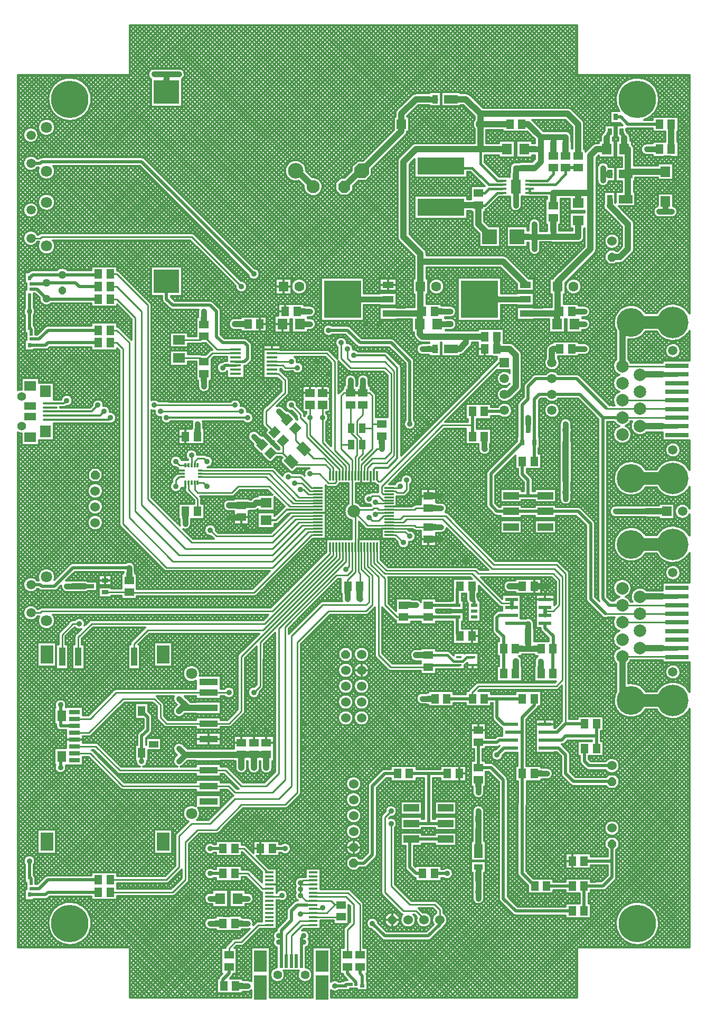
<source format=gbr>
G04 DipTrace 2.2.0.9*
%INTop.gbr*%
%MOIN*%
%ADD10C,0.0098*%
%ADD13C,0.0157*%
%ADD14C,0.0394*%
%ADD15C,0.0197*%
%ADD16C,0.0256*%
%ADD17C,0.036*%
%ADD18C,0.0315*%
%ADD19C,0.0354*%
%ADD20C,0.0118*%
%ADD21C,0.0138*%
%ADD22C,0.0787*%
%ADD23C,0.0236*%
%ADD24R,0.0709X0.063*%
%ADD25R,0.0591X0.0512*%
%ADD26R,0.0512X0.0591*%
%ADD27R,0.063X0.0709*%
%ADD28R,0.063X0.063*%
%ADD29C,0.063*%
%ADD30C,0.0984*%
%ADD31C,0.0827*%
%ADD32R,0.0866X0.0551*%
%ADD33R,0.0354X0.0551*%
%ADD34R,0.0945X0.0945*%
%ADD35C,0.0512*%
%ADD37R,0.0197X0.0197*%
%ADD38R,0.0197X0.0315*%
%ADD39R,0.0551X0.0866*%
%ADD40R,0.0551X0.0354*%
%ADD41R,0.0315X0.0197*%
%ADD42C,0.06*%
%ADD43R,0.1181X0.0433*%
%ADD44R,0.0787X0.1181*%
%ADD45R,0.0394X0.1181*%
%ADD46C,0.0709*%
%ADD48R,0.0709X0.0315*%
%ADD49R,0.0551X0.0709*%
%ADD50R,0.0472X0.063*%
%ADD51R,0.0591X0.0394*%
%ADD53C,0.06*%
%ADD54C,0.1811*%
%ADD55R,0.1457X0.0315*%
%ADD56C,0.0591*%
%ADD57C,0.1988*%
%ADD58O,0.0945X0.0128*%
%ADD59R,0.0709X0.0748*%
%ADD60R,0.0748X0.063*%
%ADD61R,0.0748X0.0472*%
%ADD62C,0.0551*%
%ADD63R,0.0197X0.0886*%
%ADD64R,0.0807X0.1378*%
%ADD65R,0.0807X0.1535*%
%ADD66C,0.2362*%
%ADD67R,0.2953X0.1102*%
%ADD69R,0.0256X0.0413*%
%ADD70R,0.0413X0.0256*%
%ADD71R,0.06X0.06*%
%ADD72R,0.0984X0.0472*%
%ADD73C,0.0591*%
%ADD74R,0.0118X0.0591*%
%ADD75R,0.0591X0.0118*%
%ADD76R,0.0709X0.0157*%
%ADD77R,0.1598X0.1492*%
%ADD78R,0.0787X0.0236*%
%ADD80R,0.0134X0.0295*%
%ADD81R,0.0295X0.0134*%
%ADD82R,0.0354X0.0157*%
%ADD83R,0.0433X0.0236*%
%ADD84R,0.0591X0.0591*%
%ADD85R,0.0315X0.0354*%
%ADD86R,0.0551X0.0157*%
%ADD87R,0.0591X0.0866*%
%ADD88R,0.0598X0.0669*%
%ADD89R,0.2362X0.2362*%
%ADD90R,0.0689X0.0433*%
%ADD91R,0.0571X0.0138*%
%ADD92R,0.0433X0.063*%
%ADD93R,0.0748X0.0591*%
%FSLAX44Y44*%
%SFA1B1*%
%OFA0B0*%
G04*
G70*
G90*
G75*
G01*
%LNTop*%
%LPD*%
X36299Y54990D2*
D13*
Y54734D1*
X39315Y54149D2*
D14*
X39370Y54094D1*
X37817Y53939D2*
D15*
X37795Y53917D1*
D14*
Y54734D1*
D13*
X36299D1*
X41358Y58602D2*
D16*
X41181Y58199D1*
D14*
Y57480D1*
X37795Y54734D2*
X39370D1*
Y54094D1*
X41181Y57480D2*
X40551D1*
X40148Y57077D1*
Y54734D1*
X39370D1*
X38083Y48819D2*
Y49106D1*
X40148Y51171D1*
Y54734D1*
X38083Y48819D2*
Y47370D1*
X38209Y47244D1*
X38031Y46457D2*
Y47067D1*
X38209Y47244D1*
X36043Y47126D2*
X38091D1*
X38209Y47244D1*
X27441Y34941D2*
D10*
X28839D1*
X29528Y35630D1*
X29902D1*
X29921Y35610D1*
X27441Y33563D2*
X28839D1*
X29528Y32874D1*
X29902D1*
X29921Y32894D1*
X30709Y32874D2*
D17*
X30332D1*
D14*
X29941D1*
X29921Y32894D1*
X30709Y35630D2*
D17*
X30332D1*
D14*
X29941D1*
X29921Y35610D1*
X25571Y29921D2*
Y29154D1*
D17*
X25591Y29134D1*
X25492Y32402D2*
D10*
Y30807D1*
X25591Y30709D1*
Y29941D1*
X25571Y29921D1*
X22953Y34547D2*
X21161D1*
X20079Y33465D1*
X18504D1*
X18110Y33858D1*
Y34272D1*
X17323Y34252D2*
D17*
X17700D1*
D14*
X18091D1*
X18110Y34272D1*
X37402Y29921D2*
X36594D1*
X26969Y38583D2*
D10*
X26673D1*
X25689Y37598D1*
Y36890D1*
X26969Y38583D2*
D17*
Y38959D1*
D14*
Y39390D1*
X25039Y4823D2*
D15*
X24744D1*
X24646Y4724D1*
X4724Y11575D2*
Y12598D1*
X4823Y11181D2*
Y11476D1*
X4724Y11575D1*
X4823Y45827D2*
Y46122D1*
X4724Y46220D1*
Y47244D1*
Y48268D2*
Y47244D1*
X8602Y29921D2*
D16*
X8199D1*
D14*
X7463D1*
D17*
X7087D1*
X18504Y4724D2*
X18127D1*
D14*
X17756D1*
X24016D2*
D15*
X24646D1*
X33209Y59055D2*
D14*
X35059D1*
X33209D2*
Y59705D1*
X32283Y60630D1*
X31339D1*
X33209Y59055D2*
Y57480D1*
X34882D1*
X34567Y55502D2*
D13*
X34262D1*
X33209Y56555D1*
Y57480D1*
Y59705D2*
D14*
X38720D1*
X39370Y59055D1*
Y57067D1*
X35433Y25197D2*
Y24409D1*
X35413D1*
X29421Y48819D2*
Y47370D1*
X29547Y47244D1*
X29370Y46457D2*
Y47067D1*
X29547Y47244D1*
X27382Y47126D2*
X29429D1*
X29547Y47244D1*
X36043Y48937D2*
Y48996D1*
X34646Y50394D1*
X29421D1*
Y48819D1*
X29370Y46457D2*
Y45827D1*
X29528Y45669D1*
X31496D1*
X32283D1*
X33484D1*
X31496D2*
D3*
X38583Y35433D2*
D17*
Y35810D1*
D14*
Y35844D1*
D17*
Y36220D1*
Y36597D1*
D14*
Y38993D1*
D17*
Y39370D1*
Y40157D2*
Y39781D1*
D14*
Y39747D1*
D17*
Y39370D1*
X31339Y44882D2*
D14*
X31890D1*
X32283Y45276D1*
Y45293D1*
D17*
Y45669D1*
X33071Y13228D2*
D14*
Y14584D1*
D17*
Y14961D1*
Y15129D1*
D14*
Y15371D1*
D17*
Y15748D1*
X29421Y48819D2*
D14*
Y50894D1*
X28346Y51969D1*
Y56693D1*
X29134Y57480D1*
X33209D1*
X37776Y24409D2*
D15*
Y25984D1*
X37283Y27596D2*
Y27283D1*
X37795Y26772D1*
Y26004D1*
X37776Y25984D1*
X34665Y24409D2*
Y25984D1*
X35157Y28096D2*
X34396D1*
X34252Y27953D1*
Y27165D1*
X34665Y26752D1*
Y25984D1*
X22953Y35531D2*
D10*
X21752D1*
X20079Y37205D1*
X15502D1*
X14961Y37549D2*
Y38189D1*
X22953Y34350D2*
X21358D1*
X20079Y33071D1*
X16535D1*
X16142Y33465D1*
X15157Y36467D2*
Y36024D1*
X15354Y35827D1*
X17520D1*
X17913Y36220D1*
X19882D1*
X21161Y34941D1*
X22953D1*
X15502Y36811D2*
X19685D1*
X21358Y35138D1*
X22953D1*
Y35335D2*
X21555D1*
X19882Y37008D1*
X15502D1*
X4823Y28248D2*
X5413D1*
X5512Y28346D1*
X20079D1*
X23720Y31988D1*
Y32402D1*
X24311Y36890D2*
Y37303D1*
X22244Y39370D1*
Y40157D1*
X21850Y40551D1*
Y40748D1*
X21260Y41339D1*
X4823Y51870D2*
X5413D1*
X5512Y51969D1*
X14961D1*
X18110Y48819D1*
X37008Y25197D2*
D17*
Y24820D1*
D14*
Y24429D1*
X37028Y24409D1*
X45610Y26010D2*
D18*
X44685D1*
D14*
X43293D1*
X43276Y26028D1*
X45610Y43281D2*
D18*
X44685D1*
D14*
X43293D1*
X43276Y43264D1*
X40945Y55906D2*
D17*
X41322D1*
D19*
X41358D1*
X40945Y56299D2*
D17*
Y55906D1*
Y55512D2*
Y55906D1*
X32697Y40945D2*
D15*
Y40072D1*
Y39370D1*
Y40072D2*
D10*
X30820D1*
X26969Y36220D1*
Y35827D1*
X27067Y35728D1*
X27441D1*
X34720Y44020D2*
X34374D1*
X26870Y36516D1*
X26772D1*
X26673Y36614D1*
Y36890D1*
X37720Y43020D2*
D15*
X36720D1*
X36220Y42520D1*
Y41732D1*
X35827Y41339D1*
Y38996D1*
X35846Y38976D1*
X37303Y34646D2*
X35138D1*
X43276Y28185D2*
D10*
X45610Y28191D1*
X43276Y41106D2*
X45604D1*
X45610Y41100D1*
X43276Y41106D2*
X41177D1*
X41142Y41142D1*
D15*
X39264Y43020D1*
X37720D1*
X35846Y38976D2*
X35827D1*
X33858Y37008D1*
Y35039D1*
X34252Y34646D1*
X35138D1*
X43276Y28185D2*
D10*
X41106D1*
D15*
X40157Y29134D1*
Y33858D1*
X39370Y34646D1*
X37303D1*
X37720Y42020D2*
X36902D1*
X36614Y41732D1*
Y38996D1*
X36594Y38976D1*
Y37795D1*
X45610Y40555D2*
D10*
X42169D1*
X42157Y40567D1*
Y28724D2*
X45598D1*
X45610Y28736D1*
X42157Y40567D2*
D15*
X40929D1*
X39476Y42020D1*
X37720D1*
X42157Y28724D2*
X41354D1*
X40929Y29150D1*
Y40567D1*
X24114Y36890D2*
D10*
Y36516D1*
X24016Y36417D1*
X23622D1*
X23031Y37008D1*
X22441D1*
X22953Y36122D2*
X22539D1*
X21850Y36811D1*
X21063D1*
X22953Y35925D2*
X22441D1*
X21949Y36417D1*
X21457D1*
X22953Y35728D2*
X22343D1*
X22047Y36024D1*
X21850D1*
X19872Y8557D2*
X19187D1*
X18110Y7480D1*
X17717D1*
X17323Y7087D1*
Y6673D1*
X22648Y9581D2*
X23163D1*
X23228Y9646D1*
X20059Y13386D2*
D15*
X20866D1*
X22648Y10348D2*
D10*
X24691D1*
X25197Y9843D1*
Y8661D1*
X24803Y8268D1*
Y6673D1*
X22648Y10604D2*
X24829D1*
X25591Y9843D1*
Y6673D1*
X18110Y18504D2*
D14*
Y19311D1*
X18898Y18504D2*
D17*
Y18487D1*
D14*
Y19311D1*
X19685Y18504D2*
D17*
Y18487D1*
D14*
Y19311D1*
X16024Y19301D2*
X18100D1*
X18110Y19311D1*
X18898D1*
X19685D1*
X16024Y22254D2*
X14380D1*
X14173Y22047D1*
X16024Y22254D2*
X14754D1*
X14440Y22568D1*
D17*
X14173Y22835D1*
X35413Y25984D2*
D14*
X35844D1*
D17*
X36220D1*
X37028D2*
D14*
X36597D1*
D17*
X36220D1*
X35157Y27596D2*
D15*
X36183D1*
X36220Y27559D1*
Y25984D2*
D17*
Y26361D1*
D14*
Y27182D1*
D17*
Y27559D1*
X32815Y29764D2*
D15*
X32657Y29921D1*
X31851Y25197D2*
D13*
X32087D1*
X32343Y25453D1*
X32717D1*
X16024Y19301D2*
D14*
X14557D1*
D17*
X14173Y19685D1*
X16024Y19301D2*
D14*
X14577D1*
D17*
X14173Y18898D1*
X6693Y22441D2*
D15*
Y21122D1*
Y21673D1*
X6772Y21752D1*
X6693Y18504D2*
Y19114D1*
X6772Y19193D1*
X7559Y21122D2*
X6693D1*
X33071Y17736D2*
D14*
Y17306D1*
D17*
Y16929D1*
X35157Y19722D2*
D15*
X34683D1*
X34252Y19291D1*
X32657Y29921D2*
D17*
Y29134D1*
X32677D1*
X31102Y11811D2*
D15*
X30295D1*
X11811Y18898D2*
Y19409D1*
Y20472D1*
X12205Y20866D1*
Y21654D1*
X11811Y22047D1*
X27441Y33760D2*
D10*
X29035D1*
X29134Y33661D1*
X29941D1*
X29921Y33642D1*
X30709Y33661D2*
D17*
X30332D1*
D14*
X29941D1*
X29921Y33642D1*
X29134Y28740D2*
D17*
X28757D1*
D14*
X28366D1*
X28346Y28721D1*
X35039Y29921D2*
X35846D1*
X25295Y32402D2*
D10*
Y30807D1*
X24803Y30315D1*
Y29941D1*
X24823Y29921D1*
X17756Y43839D2*
D13*
X17303D1*
D15*
X17067D1*
X16929Y43701D1*
X18524Y46457D2*
D14*
X17700D1*
D17*
X17717D1*
X21535Y56118D2*
D14*
X21638D1*
X22638Y55118D1*
X21811Y46457D2*
X22064D1*
D17*
X22441D1*
X21634Y47244D2*
D14*
X22064D1*
D17*
X22441D1*
X31299Y46457D2*
D14*
X31102D1*
X39764Y47244D2*
D17*
X38993D1*
D14*
X38957D1*
X31299D2*
D17*
X30726D1*
D14*
X30295D1*
X31299Y46457D2*
D17*
X30726D1*
D14*
X30472D1*
X35512Y51969D2*
X36237D1*
D17*
X36614D1*
Y52756D2*
Y51969D1*
Y51181D2*
Y51969D1*
X37795D2*
X36614D1*
X35433Y55118D2*
D14*
Y54707D1*
D17*
Y54331D1*
Y56299D2*
Y55922D1*
D14*
Y55118D1*
Y55906D2*
D17*
Y55529D1*
D14*
Y55118D1*
X37795Y51969D2*
D17*
Y52345D1*
D14*
Y53169D1*
X39370Y52992D2*
Y51969D1*
X37795D1*
X35807Y59055D2*
X36220D1*
X36741Y58534D1*
D17*
X37008Y58268D1*
X13386Y61083D2*
D14*
Y61828D1*
D17*
Y62205D1*
X12598D2*
X13009D1*
X13386D1*
X14173D2*
X13763D1*
X13386D1*
X38957Y44882D2*
D14*
X38993D1*
D17*
X39764D1*
X44882Y54173D2*
D14*
Y53920D1*
D17*
Y53543D1*
X44488D2*
X44882D1*
X45276D2*
X44882D1*
X44508Y57480D2*
D14*
X44471D1*
D17*
X43701D1*
X15748Y46437D2*
D14*
Y46867D1*
D17*
Y47244D1*
Y43327D2*
D14*
Y42896D1*
D17*
Y42520D1*
X25787Y42106D2*
D10*
X26201D1*
X26378Y41929D1*
Y40138D1*
Y39882D1*
Y38583D1*
X25689Y37894D1*
X35433Y53937D2*
D17*
Y54331D1*
X25098Y36890D2*
D10*
Y37894D1*
X24409Y38583D1*
Y38858D1*
Y41929D1*
X24587Y42106D1*
X25000D1*
D15*
X25787D1*
X25000D2*
D14*
Y42537D1*
D17*
Y42913D1*
X25787Y42106D2*
D14*
Y42537D1*
D17*
Y42913D1*
X20995Y40422D2*
D14*
X20739Y40678D1*
D17*
X20472Y40945D1*
X18898Y39370D2*
X19164Y39104D1*
D14*
X19421Y38847D1*
X15157Y37549D2*
D10*
Y37795D1*
X15354Y37992D1*
X15748D1*
X15945Y37795D1*
X15354Y36467D2*
X15699D1*
X15945Y36220D1*
X14764Y37549D2*
X14567D1*
X14222D1*
X13976Y37795D1*
X14419Y36811D2*
X14173D1*
X13976Y36614D1*
Y36220D1*
X33445Y39370D2*
D17*
Y38583D1*
X33465D1*
X37795Y57067D2*
D14*
Y57891D1*
D17*
Y58268D1*
X38206D1*
X38583D1*
Y57891D1*
D14*
Y57067D1*
X37008Y58268D2*
D17*
X37419D1*
X37795D1*
X37008D2*
Y57480D1*
Y56693D1*
X36614Y56299D1*
D14*
X35810D1*
D17*
X35433D1*
X37008Y57480D2*
X36631D1*
D14*
X35984D1*
X33152Y48031D2*
X34269D1*
D17*
X34646D1*
X35039D1*
X35433D1*
X35810D1*
D14*
X36043D1*
X24491D2*
X25607D1*
D17*
X25984D1*
X26378D1*
X26772D1*
X27382D2*
D14*
X27148D1*
D17*
X26772D1*
X18110Y35020D2*
D14*
X17343D1*
D17*
X17323Y35039D1*
X17913D2*
D14*
X18521D1*
D17*
X18898D1*
X19685Y35197D2*
D14*
X19055D1*
D17*
X18898Y35039D1*
X14567Y33858D2*
Y34235D1*
D14*
Y34626D1*
X14587Y34646D1*
X15354Y40157D2*
D17*
Y39781D1*
D14*
Y39390D1*
X15335Y39370D1*
X24803Y29134D2*
D17*
Y29511D1*
D14*
Y29902D1*
X24823Y29921D1*
X27441Y34744D2*
D10*
X29035D1*
X29134Y34843D1*
X29941D1*
X29921Y34862D1*
X30709Y34843D2*
D17*
X30332D1*
D14*
X29941D1*
X29921Y34862D1*
X27441Y33760D2*
D10*
X26083D1*
X25197Y34646D1*
X25295Y32402D2*
Y34547D1*
X25197Y34646D1*
X25098Y36890D2*
Y34744D1*
X25197Y34646D1*
X6791Y25472D2*
Y26870D1*
X7480Y27559D1*
X7874D1*
X29921Y25571D2*
D14*
X29154D1*
D17*
X29134Y25591D1*
X31851Y25197D2*
D13*
X31496D1*
X31102Y25591D1*
X29941D1*
X29921Y25571D1*
X25748Y39882D2*
D10*
X26378D1*
X25039Y38858D2*
X24409D1*
X41507Y18610D2*
D15*
X40051D1*
X39764Y18898D1*
Y19685D1*
X39783D1*
X36594Y18110D2*
D14*
X37025D1*
D17*
X37402D1*
X32815Y28720D2*
D15*
Y28996D1*
X32677Y29134D1*
X36220Y39764D2*
D18*
Y40138D1*
D17*
Y40551D1*
X30335Y22835D2*
D14*
X29904D1*
D17*
X29528D1*
X42157Y41646D2*
D10*
X45610D1*
Y40010D2*
D18*
X44685D1*
D14*
X43293D1*
X43276Y40028D1*
X45610Y29281D2*
D18*
X44685D1*
D14*
X43293D1*
X43276Y29264D1*
X42157Y27646D2*
D10*
X45610D1*
X39764Y46457D2*
D17*
X39387D1*
D14*
X39134D1*
X44957Y34646D2*
X43684D1*
D17*
X43307D1*
X42896D1*
X42520D1*
X42109D1*
X41732D1*
X6024Y41457D2*
D20*
X6909D1*
X7087Y41634D1*
X26969Y40138D2*
D10*
X26378D1*
X22648Y10093D2*
X22191D1*
X21850Y10433D1*
X22648Y9325D2*
X21923D1*
X21850Y9252D1*
X22648Y10093D2*
X23766D1*
X24016Y9843D1*
X24390D1*
X24409Y9823D1*
X22648Y9325D2*
X23498D1*
X24016Y9843D1*
X22648Y11372D2*
X22002D1*
X21850Y11220D1*
Y11117D1*
Y10827D1*
Y10433D1*
X22648Y11116D2*
X21850Y11117D1*
Y10827D2*
D3*
X19872Y10348D2*
X20585D1*
X20669Y10433D1*
X21890Y6299D2*
D15*
Y7480D1*
Y7717D1*
X22047Y7874D1*
Y7480D2*
X21890D1*
X16142Y10236D2*
D17*
X16519D1*
D14*
X16772D1*
X16142Y8661D2*
D17*
X16519D1*
D14*
X16949D1*
X11024Y30295D2*
Y30726D1*
D17*
Y31102D1*
X4823Y30020D2*
D15*
X5413D1*
X5512Y29921D1*
X6299D1*
X7480Y31102D1*
X11024D1*
X27441Y34744D2*
D10*
X26772D1*
X26673Y34843D1*
X26476D1*
X26378Y34744D1*
X25295D1*
X25197Y34646D1*
X24508Y36890D2*
Y37402D1*
X22441Y39469D1*
Y40551D1*
Y41358D1*
Y40551D2*
D3*
X20039Y44094D2*
X21260D1*
X24705Y36890D2*
Y37500D1*
X23228Y38976D1*
Y40551D1*
Y41358D1*
Y40551D2*
D3*
X20039Y43839D2*
X20728D1*
X20866Y43701D1*
X21654D1*
X27441Y35138D2*
X26673D1*
X26575Y35236D1*
X27441Y35335D2*
X27067D1*
X26772Y35630D1*
X26378D1*
X26181Y35433D1*
X27441Y34547D2*
X26673D1*
X26575Y34449D1*
X27441Y34350D2*
X27067D1*
X26772Y34055D1*
X26378D1*
X26181Y34252D1*
X22953Y33563D2*
X22146D1*
X20079Y31496D1*
X13780D1*
X11024Y34252D1*
Y45276D1*
X10236Y46063D1*
X9823D1*
Y45276D2*
X10236D1*
X10630Y44882D1*
Y33858D1*
X13386Y31102D1*
X20079D1*
X22343Y33366D1*
X22953D1*
Y33169D2*
X22539D1*
X18898Y29528D1*
X11043D1*
X11024Y29547D1*
X9508D2*
X11024D1*
X25689Y32402D2*
Y31004D1*
X26181Y30512D1*
Y28937D1*
X25984Y28740D1*
X23228D1*
X21260Y26772D1*
Y17323D1*
X20472Y16535D1*
X17717D1*
X16142Y14961D1*
X14961D1*
X14173Y14173D1*
Y12205D1*
X13386Y11417D1*
X12598D1*
X9823D1*
X25886Y32402D2*
Y31102D1*
X26378Y30610D1*
Y28740D1*
X25984Y28346D1*
X23622D1*
X21654Y26378D1*
Y16929D1*
X20866Y16142D1*
X18110D1*
X16535Y14567D1*
X15354D1*
X14567Y13780D1*
Y11417D1*
X13780Y10630D1*
X12598D1*
X9823D1*
X22953Y34154D2*
X21555D1*
X20079Y32677D1*
X14961D1*
X12205Y35433D1*
Y47638D1*
X10236Y49606D1*
X9823D1*
X22953Y33760D2*
X21949D1*
X20079Y31890D1*
X14173D1*
X11417Y34646D1*
Y46850D1*
X10236Y48031D1*
X9823D1*
X22953Y33957D2*
X21752D1*
X20079Y32283D1*
X14567D1*
X11811Y35039D1*
Y47244D1*
X10236Y48819D1*
X9823D1*
X25197Y12461D2*
D15*
X25846D1*
X26378Y12992D1*
Y17323D1*
X27165Y18110D1*
X27972D1*
X28740Y40157D2*
Y44094D1*
X27559Y45276D1*
X25591D1*
X24803Y46063D1*
X23622D1*
X24902Y32402D2*
D10*
Y31201D1*
X24705Y31004D1*
X4823Y56594D2*
D15*
X5413D1*
X5512Y56693D1*
X11811D1*
X18898Y49606D1*
X4823Y48661D2*
X5207D1*
X5799Y48069D1*
X9075Y48031D2*
X5837D1*
X5799Y48069D1*
X31752Y28720D2*
X29921D1*
X31752D2*
Y29764D1*
X31909Y29921D1*
X44508Y59055D2*
X42520D1*
X42067Y59508D1*
X41732D1*
X17323Y5925D2*
Y5512D1*
X16929Y5118D1*
Y4803D1*
X17007Y4724D1*
X22648Y8813D2*
D10*
X21805D1*
X20945Y7953D1*
Y6299D1*
X22648Y8557D2*
X21943D1*
X21260Y7874D1*
Y6299D1*
X6799Y49569D2*
D15*
X4923D1*
X4724Y49370D1*
X6799Y49569D2*
X9037D1*
X9075Y49606D1*
X4823Y48976D2*
X5707D1*
X5799Y49069D1*
X7624D1*
X7874Y48819D1*
X9075D1*
X20630Y6299D2*
Y7480D1*
Y7569D1*
Y7874D1*
Y7930D1*
Y8228D1*
X21260Y8858D1*
Y9449D1*
X21648Y9837D1*
X22264D1*
D21*
X22648D1*
X20472Y7480D2*
D15*
X20630D1*
X20472Y7874D2*
X20630D1*
X20472D2*
X20574D1*
X20630Y7930D1*
X20472Y7480D2*
X20541D1*
X20630Y7569D1*
X18504Y10236D2*
D17*
X18127D1*
D14*
X17874D1*
X17697Y8661D2*
X18127D1*
D17*
X18504D1*
X33071Y10236D2*
Y10613D1*
D14*
Y10647D1*
D17*
Y11024D1*
Y11400D1*
D14*
Y11850D1*
D19*
Y12224D1*
X42157Y25488D2*
D10*
X45587D1*
X45610Y25465D1*
X42157Y43803D2*
X45587D1*
X45610Y43827D1*
X42717Y32567D2*
D22*
X45354D1*
X42717Y36724D2*
X45354D1*
X42717Y46567D2*
X45354D1*
X42717Y22724D2*
X45354D1*
X42157Y25488D2*
D14*
Y23283D1*
X42717Y22724D1*
X42157Y43803D2*
Y46008D1*
X42717Y46567D1*
X34232Y45669D2*
Y44882D1*
X34720Y42020D2*
X34933D1*
X35433Y42520D1*
Y44488D1*
X35039Y44882D1*
X34232D1*
X35138Y35630D2*
D15*
X36220D1*
X37303D1*
X35846Y37795D2*
Y36988D1*
X36220Y36614D1*
Y35630D1*
X37720Y44020D2*
D14*
Y44807D1*
X37795Y44882D1*
X38209D1*
X33445Y40945D2*
D15*
X34646D1*
X34720Y41020D1*
X36299Y55502D2*
D13*
X37392D1*
X37795Y55906D1*
Y56319D1*
X34567Y54990D2*
X33730D1*
X33465Y54724D1*
X33091D1*
X33071Y54705D1*
Y53957D2*
D14*
X30846D1*
X30709Y53819D1*
X34567Y54734D2*
D13*
X34262D1*
X33465Y53937D1*
X33091D1*
X33071Y53957D1*
X33780Y51969D2*
D14*
Y52047D1*
X33071Y52756D1*
Y53957D1*
X36299Y55246D2*
D13*
X37923D1*
X38583Y55906D1*
Y56319D1*
D15*
X39370D1*
X28839Y14961D2*
X29928D1*
X31004D1*
X31122Y18110D2*
X29928D1*
X28720D1*
X29928D2*
Y14961D1*
X28839Y13976D2*
X31004D1*
X29547Y11811D2*
X29134D1*
X28740Y12205D1*
Y13878D1*
X28839Y13976D1*
X22648Y9069D2*
D10*
X24404D1*
X24409Y9075D1*
X4724Y45118D2*
D15*
X5748D1*
X5906Y45276D1*
X9075D1*
X4823Y45512D2*
X5354D1*
X5906Y46063D1*
X9075D1*
X4724Y10472D2*
X5748D1*
X5906Y10630D1*
X9075D1*
X4823Y10866D2*
X5354D1*
X5906Y11417D1*
X9075D1*
X28209Y59055D2*
D14*
Y59705D1*
X29134Y60630D1*
X29961D1*
D19*
X30335D1*
X25709Y56118D2*
D14*
X25606D1*
X24606Y55118D1*
X28209Y59055D2*
Y58618D1*
X25709Y56118D1*
X34567Y55246D2*
D13*
X33730D1*
X32677Y56299D1*
X30827D1*
X30709Y56417D1*
X14764Y36467D2*
D10*
Y36024D1*
X15354Y35433D1*
Y34665D1*
X15335Y34646D1*
X20039Y43327D2*
X20453D1*
X20866Y42913D1*
Y42126D1*
X19685Y40945D1*
Y40157D1*
X20208Y39635D1*
X42362Y54331D2*
D14*
X42520D1*
Y55906D1*
X42362D1*
X42283Y57480D2*
X42520D1*
Y56063D1*
X42362Y55906D1*
X44882Y56063D2*
X42520D1*
X42106Y58602D2*
D16*
X42283Y58199D1*
D14*
Y57480D1*
X41358Y54331D2*
D19*
Y53917D1*
D14*
X42520Y52756D1*
Y51181D1*
X42020Y50681D1*
X41507D1*
X45256Y59055D2*
Y57480D1*
X33071Y20098D2*
D15*
Y18484D1*
X35157Y20222D2*
X34396D1*
X34252Y20079D1*
X33091D1*
X33071Y20098D1*
X38996Y9449D2*
X35433D1*
X34646Y10236D1*
Y17717D1*
X33858Y18504D1*
X33091D1*
X33071Y18484D1*
X36594Y22835D2*
Y22421D1*
X35827Y21654D1*
Y20722D1*
Y18091D1*
X35846Y18110D1*
X35157Y20722D2*
X35827D1*
X35846Y18110D2*
Y16161D1*
X35827Y16142D1*
Y11831D1*
X36634Y11024D1*
X37382D2*
X38996D1*
X41507Y13673D2*
Y12709D1*
Y11585D1*
X40945Y11024D1*
X39744D1*
Y9449D1*
Y12598D2*
X41396D1*
X41507Y12709D1*
X33445Y22835D2*
X34252D1*
X35846D1*
X35157Y21222D2*
X34683D1*
X34252Y21654D1*
Y22835D1*
X40531Y21260D2*
Y20472D1*
Y19685D1*
X37283Y20222D2*
X38333D1*
X38583Y20472D1*
X40531D1*
X41507Y17610D2*
X39083D1*
X38583Y18110D1*
Y19291D1*
X38152Y19722D1*
X37283D1*
X25748Y4724D2*
Y5354D1*
X25591Y5512D1*
Y5925D1*
X25354Y4823D2*
Y4961D1*
X24803Y5512D1*
Y5925D1*
X19872Y11884D2*
D10*
X19759D1*
X18257Y13386D1*
X17697D1*
X19872Y10860D2*
X19455D1*
X18504Y11811D1*
X17697D1*
X25492Y36890D2*
Y37992D1*
X25787Y38287D1*
Y38819D1*
X25748Y38858D1*
X25787Y41358D2*
Y40748D1*
X25394Y40354D1*
Y39518D1*
X25689Y39222D1*
Y38917D1*
X25748Y38858D1*
X25295Y36890D2*
Y38091D1*
X25394Y38189D1*
Y39222D1*
X25039Y39577D1*
Y39882D1*
X25000Y41358D2*
Y39921D1*
X25039Y39882D1*
X27441Y33169D2*
X27854D1*
X28346Y32677D1*
X27441Y33366D2*
X28445D1*
X28740Y33071D1*
X20039Y44606D2*
X23504D1*
X24016Y44094D1*
Y38484D1*
X24902Y37598D1*
Y36890D1*
X14173Y45453D2*
X15512D1*
X15748Y45689D1*
X17756Y44862D2*
X16575D1*
X15748Y45689D1*
X14173Y44311D2*
X15512D1*
X15748Y44075D1*
X17756Y44606D2*
X16280D1*
X15748Y44075D1*
X17756Y44094D2*
D13*
X18209D1*
D15*
X18307D1*
X18504Y44291D1*
Y45079D1*
X18307Y45276D1*
X16929D1*
X16535Y45669D1*
Y47244D1*
X16142Y47638D1*
X13780D1*
X13386Y48031D1*
Y49154D1*
X11339Y25472D2*
D10*
Y26299D1*
X12205Y27165D1*
X19488D1*
X24114Y31791D1*
Y32402D1*
X16024Y21270D2*
X13376D1*
X12992Y21654D1*
Y22441D1*
X12598Y22835D1*
X10630D1*
X8484Y20689D1*
X7559D1*
X16024Y21270D2*
X17333D1*
X18110Y22047D1*
Y25492D1*
X24311Y31693D1*
Y32402D1*
X16024Y17333D2*
X10620D1*
X8563Y19390D1*
X7559D1*
X16024Y17333D2*
X17313D1*
X17717Y16929D1*
X20079D1*
X20866Y17717D1*
Y27362D1*
X24114Y30610D1*
X24803D1*
X25098Y30906D1*
Y32402D1*
X7559Y21555D2*
X8563D1*
X10217Y23209D1*
X16024D1*
X24508Y32402D2*
Y31594D1*
X19291Y26378D1*
Y23622D1*
X18898Y23228D1*
X17323D2*
X16043D1*
X16024Y23209D1*
Y18317D2*
X10423D1*
X8917Y19823D1*
X7559D1*
X16024Y18317D2*
X17116D1*
X18110Y17323D1*
X19685D1*
X20472Y18110D1*
Y27264D1*
X24705Y31496D1*
Y32402D1*
X7815Y25472D2*
Y26713D1*
X8661Y27559D1*
X19587D1*
X23917Y31890D1*
Y32402D1*
X37283Y28096D2*
D23*
Y28346D1*
Y28596D1*
X26673Y32402D2*
D10*
Y31496D1*
X27264Y30906D1*
X32874D1*
X33071Y30709D1*
X37795D1*
X38189Y30315D1*
Y28740D1*
X37795Y28346D1*
X37283D1*
X35157Y28596D2*
D23*
Y28849D1*
Y29096D1*
Y28849D2*
D10*
X34536D1*
X32677Y30709D1*
X27165D1*
X26476Y31398D1*
Y32402D1*
X32697Y22835D2*
D15*
X32809D1*
X31083D1*
X32809D2*
D10*
X32677Y22966D1*
Y23228D1*
X33071Y23622D1*
X37992D1*
X38386Y24016D1*
Y30512D1*
X37888Y31009D1*
X33951D1*
X30807Y34154D1*
X28543D1*
X28346Y33957D1*
X27441D1*
X37283Y20722D2*
D15*
X38045D1*
X38583Y21260D1*
X39783D1*
X38583D2*
D10*
Y30709D1*
X37992Y31299D1*
X34055D1*
X31004Y34350D1*
X28346D1*
X28150Y34154D1*
X27441D1*
X31851Y24941D2*
D13*
X30039D1*
X29921Y24823D1*
D10*
X27539D1*
X26772Y25591D1*
Y30512D1*
X26083Y31201D1*
Y32402D1*
X31752Y27972D2*
D15*
X29921D1*
X28346D1*
X31752D2*
Y26929D1*
X31909Y26772D1*
X28346Y27972D2*
D10*
X27933D1*
X27165Y28740D1*
Y30413D1*
X26280Y31299D1*
Y32402D1*
X23917Y36890D2*
Y37402D1*
X23327Y37992D1*
X22658D1*
X22057Y38593D1*
X21524Y39893D2*
Y39126D1*
X22057Y38593D1*
X23720Y36890D2*
Y37303D1*
X23425Y37598D1*
X21437D1*
X21250Y37785D1*
X19950Y38318D2*
X20717D1*
X21250Y37785D1*
X20737Y39106D2*
Y38298D1*
X21250Y37785D1*
X27441Y36122D2*
X28051D1*
X28150Y36220D1*
X29634Y8887D2*
Y8949D1*
X29134Y9449D1*
X28346D1*
X27165Y10630D1*
Y15354D1*
X27559Y15748D1*
X16142Y11811D2*
D15*
X16949D1*
X30634Y8887D2*
D10*
Y9524D1*
X30315Y9843D1*
X28740D1*
X27559Y11024D1*
Y14961D1*
X30634Y8887D2*
D15*
Y8587D1*
X29921Y7874D1*
X27165D1*
X26378Y8661D1*
X16142Y13386D2*
X16949D1*
X27441Y35925D2*
D10*
X27854D1*
X27953Y35827D1*
X28346D1*
X28543Y36024D1*
Y36614D1*
X6024Y40945D2*
D20*
X8661D1*
X9055Y41339D1*
X12598D2*
D10*
X17717D1*
X25886Y36890D2*
Y37500D1*
X26378Y37992D1*
X27165D1*
X27559Y38386D1*
Y43307D1*
X27165Y43701D1*
X25000D1*
X24409Y44291D1*
Y45276D1*
X6024Y40689D2*
D20*
X9193D1*
X9449Y40945D1*
X18110D2*
D10*
X12992D1*
X26083Y36890D2*
Y37402D1*
X26378Y37697D1*
X27264D1*
X27756Y38189D1*
Y43504D1*
X27165Y44094D1*
X25000D1*
X24803Y44291D1*
Y44882D1*
X6024Y40433D2*
D20*
X9724D1*
X9843Y40551D1*
X18504D2*
X13386D1*
X26476Y36890D2*
Y37303D1*
X26575Y37402D1*
X27362D1*
X27953Y37992D1*
Y43701D1*
X27165Y44488D1*
X25197D1*
X29528Y44882D2*
D17*
X29904D1*
D14*
X29961D1*
D19*
X30335D1*
X19685Y34094D2*
D20*
X20315D1*
X20965Y34744D1*
X22953D1*
D17*
X18110Y18504D3*
X18898D3*
X19685D3*
X37008Y25197D3*
X14173Y22047D3*
Y19685D3*
X4724Y12598D3*
Y47244D3*
X33465Y38583D3*
X39764Y44882D3*
X43701Y57480D3*
X14173Y22835D3*
Y18898D3*
X44882Y53543D3*
X44488D3*
X7087Y29921D3*
X21850Y9252D3*
Y10433D3*
X17717Y46457D3*
X16929Y43701D3*
X22441Y47244D3*
Y46457D3*
X25984Y48031D3*
X26378D3*
X31299Y46457D3*
Y47244D3*
X26772Y48031D3*
X39764Y46457D3*
Y47244D3*
X34646Y48031D3*
X35039D3*
X35433D3*
X12598Y62205D3*
X13386D3*
X14173D3*
X18898Y39370D3*
X20472Y40945D3*
X25000Y42913D3*
X25787D3*
X22441Y40551D3*
X23228D3*
X21260Y44094D3*
X21654Y43701D3*
X40945Y56299D3*
Y55906D3*
Y55512D3*
X32283Y45669D3*
X31496D3*
X42520Y34646D3*
X43307D3*
X41732D3*
X45276Y53543D3*
X9055Y41339D3*
X35433Y55906D3*
Y54331D3*
Y53937D3*
Y56299D3*
X36614Y52756D3*
Y51969D3*
Y51181D3*
X37795Y51969D3*
X39370D3*
X38583Y58268D3*
X37795D3*
X37008D3*
Y57480D3*
Y56693D3*
X24803Y29134D3*
X30709Y33661D3*
X23622Y43307D3*
X17323Y35039D3*
D22*
X25197Y34646D3*
D17*
X26575Y35236D3*
X26181Y35433D3*
X9449Y40945D3*
X36220Y27559D3*
Y25984D3*
X9843Y40551D3*
X7087Y41634D3*
X36220Y40551D3*
X29134Y28740D3*
Y25591D3*
X17717Y41339D3*
X35039Y29921D3*
X15748Y42520D3*
X22835Y44094D3*
X21260Y41339D3*
X37402Y29921D3*
X15945Y36220D3*
X13976Y37795D3*
X15945D3*
X18110Y40945D3*
X18504Y40551D3*
X18898Y35039D3*
X25197Y44488D3*
X35433Y25197D3*
X24803Y44882D3*
X13976Y36220D3*
X17323Y34252D3*
X30709Y32874D3*
X14961Y38189D3*
X16142Y33465D3*
X15354Y40157D3*
X14567Y33858D3*
X21850Y36024D3*
X21457Y36417D3*
X21063Y36811D3*
X22441Y37008D3*
X28740Y33071D3*
X28346Y32677D3*
X18110Y48819D3*
X18898Y49606D3*
X26181Y34252D3*
X26575Y34449D3*
X28543Y36614D3*
X6693Y22441D3*
Y18504D3*
X29528Y22835D3*
X37402Y18110D3*
X33071Y16929D3*
X34252Y19291D3*
X32677Y29134D3*
X31102Y11811D3*
X15748Y47244D3*
X11811Y18898D3*
X18110Y20866D3*
X18898D3*
X19685D3*
X28150Y36220D3*
X17323Y23228D3*
X18898D3*
X24705Y31004D3*
X25591Y29134D3*
X30709Y35630D3*
Y34843D3*
X24409Y45276D3*
X12598Y41339D3*
X12992Y40945D3*
X13386Y40551D3*
X26969Y38583D3*
X26772Y46457D3*
X25984D3*
X25591Y27953D3*
X24803D3*
X22047Y20472D3*
Y21260D3*
Y19685D3*
X7874Y27559D3*
X31496Y31496D3*
X23622Y46063D3*
X32283Y31496D3*
X27559Y15748D3*
Y14961D3*
X29134Y39370D3*
X29528Y39764D3*
X29921Y40157D3*
X28740D3*
X38583D3*
Y39370D3*
Y35433D3*
Y36220D3*
X29528Y44882D3*
X18504Y4724D3*
X24016D3*
X23228Y9646D3*
X21850Y10827D3*
Y11220D3*
X20669Y10433D3*
X22047Y7874D3*
X20866Y13386D3*
X20472Y7480D3*
Y7874D3*
X22047Y7480D3*
X18504Y10236D3*
X16142D3*
Y11811D3*
Y13386D3*
X18504Y8661D3*
X26378D3*
X16142D3*
X33071Y15748D3*
Y14961D3*
Y11024D3*
Y10236D3*
X24016Y27953D3*
X36220Y29134D3*
X11024Y31102D3*
X4724Y42520D3*
X5906Y42126D3*
Y39764D3*
X4724Y39370D3*
X19291Y5118D3*
Y5906D3*
Y6693D3*
X23228Y5118D3*
Y6693D3*
Y5906D3*
X4179Y62137D2*
D20*
X4004Y61962D1*
X4457Y62137D2*
X4004Y61684D1*
X4736Y62137D2*
X4005Y61406D1*
X5014Y62137D2*
X4004Y61128D1*
X5292Y62137D2*
X4004Y60849D1*
X5571Y62137D2*
X4005Y60571D1*
X5849Y62137D2*
X4004Y60293D1*
X6128Y62137D2*
X4004Y60014D1*
X6406Y62137D2*
X4005Y59736D1*
X6684Y62137D2*
X4004Y59457D1*
X6963Y62137D2*
X6683Y61858D1*
X6056Y61230D2*
X4004Y59179D1*
X7241Y62137D2*
X7090Y61986D1*
X5927Y60823D2*
X4005Y58901D1*
X7520Y62137D2*
X7381Y61999D1*
X5916Y60534D2*
X4004Y58622D1*
X7798Y62137D2*
X7622Y61961D1*
X5953Y60292D2*
X4004Y58344D1*
X11226Y65287D2*
X11090Y65152D1*
X8076Y62137D2*
X7829Y61891D1*
X6022Y60083D2*
X4789Y58850D1*
X4339Y58400D2*
X4005Y58066D1*
X11504Y65287D2*
X11091Y64874D1*
X8355Y62137D2*
X8013Y61795D1*
X6118Y59901D2*
X5549Y59332D1*
X5334Y59116D2*
X5027Y58810D1*
X4380Y58163D2*
X4004Y57787D1*
X11783Y65287D2*
X11091Y64596D1*
X8633Y62137D2*
X8173Y61678D1*
X6236Y59740D2*
X5892Y59397D1*
X5268Y58772D2*
X5188Y58692D1*
X4498Y58002D2*
X4004Y57509D1*
X12061Y65287D2*
X11090Y64316D1*
X8911Y62137D2*
X8314Y61540D1*
X6373Y59599D2*
X6096Y59322D1*
X5342Y58568D2*
X5287Y58513D1*
X4676Y57902D2*
X4005Y57231D1*
X12339Y65287D2*
X11091Y64038D1*
X9190Y62137D2*
X8434Y61382D1*
X6532Y59479D2*
X6243Y59191D1*
X5475Y58422D2*
X5288Y58235D1*
X4954Y57902D2*
X4004Y56952D1*
X12618Y65287D2*
X11091Y63761D1*
X9468Y62137D2*
X8532Y61202D1*
X6711Y59380D2*
X6334Y59003D1*
X5662Y58331D2*
X4004Y56673D1*
X12896Y65287D2*
X11090Y63481D1*
X9747Y62137D2*
X8607Y60998D1*
X6916Y59307D2*
X6331Y58722D1*
X5943Y58334D2*
X4656Y57047D1*
X4372Y56762D2*
X4005Y56395D1*
X13175Y65287D2*
X11091Y63203D1*
X10025Y62137D2*
X8649Y60762D1*
X7152Y59264D2*
X4952Y57065D1*
X4352Y56465D2*
X4004Y56117D1*
X13453Y65287D2*
X11091Y62925D1*
X10303Y62137D2*
X8646Y60480D1*
X7434Y59268D2*
X5136Y56970D1*
X4447Y56281D2*
X4004Y55838D1*
X13731Y65287D2*
X11090Y62646D1*
X10582Y62137D2*
X8543Y60099D1*
X7814Y59370D2*
X5397Y56953D1*
X4603Y56158D2*
X4005Y55560D1*
X14010Y65287D2*
X11091Y62368D1*
X10860Y62137D2*
X5704Y56981D1*
X4833Y56110D2*
X4004Y55282D1*
X14288Y65287D2*
X5982Y56981D1*
X5305Y56304D2*
X4004Y55003D1*
X14566Y65287D2*
X6261Y56981D1*
X5272Y55992D2*
X4005Y54725D1*
X14845Y65287D2*
X6539Y56981D1*
X5353Y55795D2*
X4004Y54446D1*
X15123Y65287D2*
X6818Y56981D1*
X5491Y55654D2*
X4004Y54168D1*
X15402Y65287D2*
X12689Y62574D1*
X12236Y62122D2*
X7096Y56981D1*
X6520Y56405D2*
X6339Y56224D1*
X5684Y55570D2*
X4005Y53890D1*
X15680Y65287D2*
X12967Y62574D1*
X12333Y61940D2*
X7374Y56981D1*
X6798Y56405D2*
X6319Y55926D1*
X5984Y55591D2*
X4004Y53611D1*
X15958Y65287D2*
X13246Y62574D1*
X12397Y61725D2*
X7653Y56981D1*
X7076Y56405D2*
X4798Y54126D1*
X4339Y53667D2*
X4004Y53333D1*
X16237Y65287D2*
X13524Y62574D1*
X12397Y61447D2*
X7931Y56981D1*
X7355Y56405D2*
X5567Y54617D1*
X5323Y54373D2*
X5033Y54083D1*
X4382Y53432D2*
X4005Y53055D1*
X16515Y65287D2*
X13803Y62574D1*
X12396Y61168D2*
X8210Y56981D1*
X7633Y56405D2*
X5900Y54672D1*
X5270Y54042D2*
X5191Y53963D1*
X4501Y53273D2*
X4004Y52776D1*
X16794Y65287D2*
X14081Y62574D1*
X12397Y60890D2*
X8488Y56981D1*
X7911Y56405D2*
X6103Y54596D1*
X5346Y53839D2*
X5289Y53782D1*
X4682Y53175D2*
X4004Y52498D1*
X17072Y65287D2*
X14328Y62543D1*
X12397Y60612D2*
X8766Y56981D1*
X8190Y56405D2*
X6247Y54461D1*
X5479Y53694D2*
X5283Y53498D1*
X4967Y53182D2*
X4005Y52220D1*
X17350Y65287D2*
X14480Y62416D1*
X12396Y60333D2*
X9045Y56981D1*
X8468Y56405D2*
X6336Y54272D1*
X5669Y53606D2*
X4004Y51941D1*
X17629Y65287D2*
X14543Y62201D1*
X12488Y60146D2*
X9323Y56981D1*
X8747Y56405D2*
X6328Y53986D1*
X5954Y53612D2*
X4668Y52327D1*
X4366Y52024D2*
X4004Y51662D1*
X17907Y65287D2*
X14375Y61755D1*
X12766Y60146D2*
X9602Y56981D1*
X9025Y56405D2*
X4959Y52338D1*
X4355Y51734D2*
X4005Y51384D1*
X18186Y65287D2*
X14375Y61477D1*
X13045Y60146D2*
X9880Y56981D1*
X9303Y56405D2*
X5140Y52242D1*
X4452Y51553D2*
X4004Y51105D1*
X18464Y65287D2*
X14375Y61198D1*
X13323Y60146D2*
X10158Y56981D1*
X9582Y56405D2*
X5287Y52110D1*
X4609Y51432D2*
X4004Y50827D1*
X18742Y65287D2*
X14375Y60920D1*
X13601Y60146D2*
X10437Y56981D1*
X9860Y56405D2*
X5663Y52208D1*
X4841Y51386D2*
X4005Y50549D1*
X19021Y65287D2*
X14375Y60642D1*
X13880Y60146D2*
X10715Y56981D1*
X10139Y56405D2*
X5942Y52208D1*
X5300Y51566D2*
X4004Y50270D1*
X19299Y65287D2*
X14375Y60362D1*
X14158Y60146D2*
X10993Y56981D1*
X10417Y56405D2*
X6220Y52208D1*
X5274Y51262D2*
X4004Y49992D1*
X19577Y65287D2*
X11272Y56981D1*
X10695Y56405D2*
X6498Y52208D1*
X5357Y51066D2*
X4005Y49714D1*
X19856Y65287D2*
X11550Y56981D1*
X10974Y56405D2*
X6777Y52208D1*
X6298Y51729D2*
X6257Y51688D1*
X5496Y50927D2*
X4004Y49435D1*
X20134Y65287D2*
X11829Y56981D1*
X11252Y56405D2*
X7055Y52208D1*
X6577Y51729D2*
X6341Y51494D1*
X5692Y50844D2*
X4565Y49718D1*
X4436Y49589D2*
X4004Y49157D1*
X20413Y65287D2*
X12021Y56895D1*
X11531Y56405D2*
X7334Y52208D1*
X6855Y51729D2*
X6313Y51187D1*
X5998Y50872D2*
X4983Y49858D1*
X4436Y49310D2*
X4005Y48879D1*
X20691Y65287D2*
X12161Y56757D1*
X11748Y56343D2*
X7612Y52208D1*
X7133Y51729D2*
X5262Y49858D1*
X4436Y49032D2*
X4004Y48600D1*
X20969Y65287D2*
X12300Y56617D1*
X11886Y56204D2*
X7890Y52208D1*
X7412Y51729D2*
X5540Y49858D1*
X4534Y48852D2*
X4004Y48322D1*
X21248Y65287D2*
X12438Y56478D1*
X12026Y56066D2*
X8169Y52208D1*
X7690Y51729D2*
X5819Y49858D1*
X4436Y48475D2*
X4005Y48044D1*
X21526Y65287D2*
X12579Y56339D1*
X12165Y55926D2*
X8447Y52208D1*
X7968Y51729D2*
X6097Y49858D1*
X4436Y48197D2*
X4004Y47764D1*
X21805Y65287D2*
X12717Y56200D1*
X12304Y55786D2*
X8725Y52208D1*
X8247Y51729D2*
X6375Y49858D1*
X4436Y47919D2*
X4004Y47487D1*
X22083Y65287D2*
X12856Y56060D1*
X12444Y55648D2*
X9004Y52208D1*
X8525Y51729D2*
X6812Y50016D1*
X5126Y48330D2*
X5013Y48217D1*
X4436Y47639D2*
X4005Y47209D1*
X22361Y65287D2*
X12996Y55922D1*
X12583Y55508D2*
X9282Y52208D1*
X8804Y51729D2*
X7029Y49954D1*
X5265Y48190D2*
X5012Y47938D1*
X4358Y47283D2*
X4004Y46929D1*
X22640Y65287D2*
X13135Y55782D1*
X12721Y55369D2*
X9561Y52208D1*
X9082Y51729D2*
X7210Y49858D1*
X5356Y48004D2*
X5013Y47660D1*
X4405Y47052D2*
X4004Y46651D1*
X22918Y65287D2*
X13274Y55642D1*
X12862Y55230D2*
X9839Y52208D1*
X9360Y51729D2*
X7489Y49858D1*
X5436Y47805D2*
X5053Y47421D1*
X4436Y46804D2*
X4005Y46373D1*
X23197Y65287D2*
X13414Y55504D1*
X13000Y55091D2*
X10117Y52208D1*
X9639Y51729D2*
X7767Y49858D1*
X5584Y47675D2*
X5087Y47177D1*
X4436Y46526D2*
X4004Y46094D1*
X23475Y65287D2*
X13552Y55365D1*
X13139Y54951D2*
X10396Y52208D1*
X9917Y51729D2*
X8046Y49858D1*
X5812Y47624D2*
X5013Y46825D1*
X4436Y46248D2*
X4004Y45816D1*
X23753Y65287D2*
X13691Y55225D1*
X13279Y54813D2*
X10674Y52208D1*
X10196Y51729D2*
X8324Y49858D1*
X6209Y47743D2*
X5013Y46547D1*
X4436Y45969D2*
X4005Y45538D1*
X24032Y65287D2*
X13831Y55087D1*
X13418Y54673D2*
X10953Y52208D1*
X10474Y51729D2*
X8836Y50091D1*
X8629Y49884D2*
X8602Y49857D1*
X6487Y47743D2*
X5050Y46306D1*
X4534Y45789D2*
X4004Y45259D1*
X24310Y65287D2*
X13970Y54947D1*
X13557Y54534D2*
X11231Y52208D1*
X10752Y51729D2*
X9114Y50091D1*
X6766Y47743D2*
X5111Y46088D1*
X4534Y45511D2*
X4004Y44981D1*
X24588Y65287D2*
X14109Y54807D1*
X13697Y54395D2*
X11509Y52208D1*
X11031Y51729D2*
X9393Y50091D1*
X7044Y47743D2*
X5111Y45810D1*
X4436Y45134D2*
X4005Y44703D1*
X24867Y65287D2*
X14249Y54669D1*
X13835Y54256D2*
X11788Y52208D1*
X11309Y51729D2*
X9671Y50091D1*
X7323Y47743D2*
X5931Y46351D1*
X4436Y44856D2*
X4004Y44424D1*
X25145Y65287D2*
X14388Y54529D1*
X13974Y54116D2*
X12066Y52208D1*
X11587Y51729D2*
X9950Y50091D1*
X7601Y47743D2*
X6210Y46351D1*
X4628Y44770D2*
X4004Y44146D1*
X25424Y65287D2*
X14526Y54390D1*
X14114Y53978D2*
X12345Y52208D1*
X11866Y51729D2*
X10228Y50091D1*
X7879Y47743D2*
X6488Y46351D1*
X4907Y44770D2*
X4005Y43868D1*
X25702Y65287D2*
X14666Y54251D1*
X14253Y53838D2*
X12623Y52208D1*
X12144Y51729D2*
X10269Y49854D1*
X8158Y47743D2*
X6766Y46351D1*
X5245Y44830D2*
X4004Y43589D1*
X25980Y65287D2*
X14805Y54112D1*
X14392Y53698D2*
X12901Y52208D1*
X12423Y51729D2*
X10440Y49747D1*
X8436Y47743D2*
X7045Y46351D1*
X5523Y44830D2*
X4004Y43311D1*
X26259Y65287D2*
X14944Y53972D1*
X14532Y53560D2*
X13180Y52208D1*
X12701Y51729D2*
X10579Y49607D1*
X8628Y47656D2*
X7323Y46351D1*
X5811Y44839D2*
X4005Y43033D1*
X26537Y65287D2*
X15084Y53834D1*
X14671Y53420D2*
X13458Y52208D1*
X12979Y51729D2*
X10718Y49467D1*
X8796Y47546D2*
X7601Y46351D1*
X6237Y44987D2*
X4314Y43064D1*
X4219Y42969D2*
X4004Y42754D1*
X26816Y65287D2*
X15223Y53694D1*
X14809Y53281D2*
X13736Y52208D1*
X13258Y51729D2*
X10858Y49329D1*
X9074Y47546D2*
X7880Y46351D1*
X6515Y44987D2*
X4593Y43064D1*
X4220Y42691D2*
X4004Y42476D1*
X27094Y65287D2*
X15362Y53555D1*
X14949Y53142D2*
X14015Y52208D1*
X13536Y51729D2*
X10997Y49190D1*
X9353Y47546D2*
X8158Y46351D1*
X6794Y44987D2*
X4871Y43064D1*
X4219Y42412D2*
X4142Y42335D1*
X27372Y65287D2*
X15502Y53416D1*
X15088Y53003D2*
X14293Y52208D1*
X13815Y51729D2*
X11135Y49050D1*
X9631Y47546D2*
X8437Y46351D1*
X7072Y44987D2*
X5150Y43064D1*
X27651Y65287D2*
X15640Y53277D1*
X15227Y52863D2*
X14572Y52208D1*
X14093Y51729D2*
X12454Y50090D1*
X12397Y50033D2*
X11275Y48912D1*
X9909Y47546D2*
X8912Y46548D1*
X7350Y44987D2*
X5347Y42983D1*
X27929Y65287D2*
X15779Y53137D1*
X15367Y52725D2*
X14850Y52208D1*
X14371Y51729D2*
X12732Y50090D1*
X12397Y49755D2*
X11414Y48772D1*
X10187Y47545D2*
X9190Y46548D1*
X7629Y44987D2*
X5411Y42769D1*
X28208Y65287D2*
X15919Y52999D1*
X15506Y52585D2*
X15093Y52173D1*
X14650Y51729D2*
X13011Y50090D1*
X12396Y49476D2*
X11553Y48632D1*
X10423Y47502D2*
X9469Y46548D1*
X7907Y44987D2*
X5690Y42769D1*
X28486Y65287D2*
X16058Y52859D1*
X15645Y52446D2*
X15236Y52037D1*
X14893Y51694D2*
X13289Y50090D1*
X12397Y49198D2*
X11693Y48494D1*
X10562Y47363D2*
X9747Y46548D1*
X8186Y44987D2*
X5968Y42769D1*
X28764Y65287D2*
X16197Y52719D1*
X15785Y52307D2*
X15375Y51897D1*
X15032Y51554D2*
X13567Y50090D1*
X12397Y48920D2*
X11832Y48354D1*
X10701Y47223D2*
X10026Y46548D1*
X8464Y44987D2*
X6247Y42769D1*
X29043Y65287D2*
X16337Y52581D1*
X15923Y52168D2*
X15515Y51759D1*
X15170Y51415D2*
X13846Y50090D1*
X12396Y48640D2*
X11970Y48215D1*
X10841Y47085D2*
X10269Y46513D1*
X8629Y44873D2*
X6293Y42537D1*
X29321Y65287D2*
X16476Y52441D1*
X16062Y52028D2*
X15653Y51619D1*
X15311Y51276D2*
X14124Y50090D1*
X12397Y48362D2*
X12111Y48076D1*
X10979Y46945D2*
X10323Y46289D1*
X8825Y44791D2*
X6293Y42259D1*
X29599Y65287D2*
X16614Y52302D1*
X16202Y51890D2*
X15792Y51480D1*
X15449Y51137D2*
X14375Y50063D1*
X12530Y48218D2*
X12249Y47937D1*
X11118Y46806D2*
X10477Y46165D1*
X9103Y44791D2*
X6292Y41980D1*
X29878Y65287D2*
X21367Y56776D1*
X20877Y56286D2*
X16754Y52163D1*
X16341Y51750D2*
X15932Y51341D1*
X15588Y50997D2*
X14375Y49785D1*
X12808Y48218D2*
X12388Y47797D1*
X11179Y46588D2*
X10617Y46026D1*
X9382Y44791D2*
X6302Y41711D1*
X4142Y39551D2*
X4004Y39413D1*
X30156Y65287D2*
X21660Y56791D1*
X20863Y55994D2*
X16893Y52024D1*
X16480Y51610D2*
X16071Y51202D1*
X15728Y50859D2*
X14375Y49505D1*
X13087Y48218D2*
X12445Y47575D1*
X11178Y46308D2*
X10756Y45887D1*
X9660Y44791D2*
X6575Y41706D1*
X4220Y39350D2*
X4004Y39135D1*
X30435Y65287D2*
X21865Y56718D1*
X20935Y55788D2*
X17032Y51884D1*
X16620Y51472D2*
X16210Y51062D1*
X15867Y50719D2*
X14375Y49227D1*
X13106Y47958D2*
X12444Y47296D1*
X11178Y46030D2*
X10895Y45747D1*
X9938Y44791D2*
X7148Y42001D1*
X4219Y39071D2*
X4005Y38857D1*
X30713Y65287D2*
X22025Y56599D1*
X21054Y55628D2*
X17172Y51746D1*
X16759Y51332D2*
X16350Y50924D1*
X16006Y50580D2*
X14375Y48949D1*
X13216Y47790D2*
X12444Y47018D1*
X11179Y45753D2*
X11035Y45609D1*
X10298Y44872D2*
X10269Y44843D1*
X10216Y44790D2*
X7337Y41911D1*
X4252Y38826D2*
X4004Y38578D1*
X30991Y65287D2*
X22142Y56437D1*
X21217Y55512D2*
X17311Y51606D1*
X16897Y51193D2*
X16489Y50784D1*
X16146Y50441D2*
X14375Y48670D1*
X13922Y48218D2*
X13768Y48063D1*
X13354Y47650D2*
X12445Y46740D1*
X10391Y44686D2*
X7444Y41740D1*
X4530Y38826D2*
X4004Y38300D1*
X31270Y65287D2*
X22210Y56227D1*
X21426Y55443D2*
X17449Y51467D1*
X17037Y51055D2*
X16627Y50645D1*
X16284Y50302D2*
X14375Y48392D1*
X14200Y48218D2*
X13909Y47926D1*
X13493Y47510D2*
X12444Y46461D1*
X10390Y44407D2*
X7177Y41194D1*
X4809Y38826D2*
X4005Y38022D1*
X31548Y65287D2*
X22285Y56024D1*
X21728Y55467D2*
X17590Y51328D1*
X17176Y50915D2*
X16767Y50506D1*
X16423Y50162D2*
X14188Y47926D1*
X13642Y47381D2*
X12444Y46183D1*
X10390Y44129D2*
X7455Y41194D1*
X6440Y40179D2*
X6293Y40031D1*
X5382Y39121D2*
X5347Y39086D1*
X5087Y38826D2*
X4004Y37743D1*
X31827Y65287D2*
X22424Y55884D1*
X21872Y55332D2*
X17728Y51189D1*
X17315Y50775D2*
X16906Y50367D1*
X16563Y50024D2*
X14466Y47926D1*
X13889Y47350D2*
X12445Y45905D1*
X10391Y43851D2*
X7734Y41194D1*
X6724Y40184D2*
X6293Y39753D1*
X5660Y39121D2*
X4004Y37465D1*
X32105Y65287D2*
X22564Y55746D1*
X22011Y55193D2*
X17867Y51049D1*
X17455Y50637D2*
X17045Y50227D1*
X16702Y49884D2*
X14744Y47926D1*
X14168Y47350D2*
X12444Y45626D1*
X10390Y43572D2*
X8012Y41194D1*
X7002Y40184D2*
X6292Y39474D1*
X5939Y39121D2*
X4005Y37187D1*
X32383Y65287D2*
X22799Y55702D1*
X22054Y54958D2*
X18007Y50911D1*
X17594Y50497D2*
X17185Y50089D1*
X16841Y49744D2*
X15023Y47926D1*
X14446Y47350D2*
X12444Y45348D1*
X10390Y43294D2*
X8291Y41194D1*
X7281Y40184D2*
X6293Y39196D1*
X6218Y39122D2*
X4004Y36907D1*
X32662Y65287D2*
X22989Y55614D1*
X22142Y54767D2*
X18146Y50771D1*
X17732Y50358D2*
X17324Y49949D1*
X16981Y49606D2*
X15301Y47926D1*
X14725Y47350D2*
X12445Y45070D1*
X10391Y43016D2*
X9083Y41708D1*
X8685Y41310D2*
X8569Y41194D1*
X7559Y40184D2*
X4004Y36629D1*
X32940Y65287D2*
X23129Y55475D1*
X22281Y54627D2*
X18285Y50631D1*
X17873Y50219D2*
X17463Y49809D1*
X17120Y49466D2*
X15580Y47926D1*
X15003Y47350D2*
X12444Y44791D1*
X10390Y42737D2*
X9286Y41633D1*
X7838Y40184D2*
X4005Y36351D1*
X33219Y65287D2*
X23219Y55288D1*
X22469Y54537D2*
X18425Y50493D1*
X18011Y50080D2*
X17603Y49671D1*
X17258Y49327D2*
X15858Y47926D1*
X15281Y47350D2*
X13869Y45938D1*
X13610Y45678D2*
X12444Y44513D1*
X10390Y42459D2*
X9404Y41472D1*
X8116Y40184D2*
X4004Y36072D1*
X33497Y65287D2*
X29227Y61018D1*
X27822Y59612D2*
X27756Y59546D1*
X27719Y59509D2*
X23233Y55023D1*
X22734Y54524D2*
X18563Y50354D1*
X18150Y49940D2*
X17741Y49531D1*
X17398Y49188D2*
X16136Y47926D1*
X15378Y47168D2*
X14148Y45938D1*
X13609Y45399D2*
X12445Y44235D1*
X10391Y42181D2*
X9519Y41309D1*
X8394Y40184D2*
X4004Y35794D1*
X33775Y65287D2*
X29506Y61018D1*
X27718Y59230D2*
X18702Y50214D1*
X18290Y49802D2*
X17880Y49392D1*
X17537Y49049D2*
X16340Y47852D1*
X15263Y46774D2*
X14426Y45938D1*
X13609Y45121D2*
X12444Y43955D1*
X10390Y41902D2*
X9705Y41216D1*
X8673Y40184D2*
X4005Y35516D1*
X34054Y65287D2*
X29784Y61018D1*
X27719Y58952D2*
X25530Y56763D1*
X25063Y56296D2*
X24457Y55691D1*
X24034Y55267D2*
X18842Y50076D1*
X18429Y49662D2*
X18020Y49253D1*
X17676Y48909D2*
X16479Y47712D1*
X15263Y46496D2*
X14704Y45938D1*
X13734Y44967D2*
X12444Y43677D1*
X10390Y41624D2*
X9808Y41041D1*
X8951Y40184D2*
X4004Y35237D1*
X34332Y65287D2*
X30141Y61096D1*
X29288Y60243D2*
X28596Y59551D1*
X27718Y58673D2*
X25809Y56763D1*
X24034Y54989D2*
X19007Y49962D1*
X18542Y49496D2*
X18220Y49175D1*
X17755Y48710D2*
X16619Y47574D1*
X15262Y46217D2*
X14737Y45692D1*
X14012Y44967D2*
X13842Y44797D1*
X13609Y44564D2*
X12445Y43399D1*
X10391Y41346D2*
X9952Y40907D1*
X9229Y40184D2*
X4004Y34959D1*
X34610Y65287D2*
X30419Y61096D1*
X29566Y60243D2*
X28698Y59375D1*
X24117Y54793D2*
X19177Y49854D1*
X18650Y49327D2*
X18390Y49067D1*
X17862Y48539D2*
X16758Y47434D1*
X15263Y45939D2*
X15016Y45692D1*
X14290Y44967D2*
X14121Y44797D1*
X13609Y44286D2*
X12444Y43120D1*
X10390Y41066D2*
X10122Y40799D1*
X9508Y40184D2*
X4005Y34681D1*
X34889Y65287D2*
X30698Y61096D1*
X29845Y60243D2*
X28699Y59097D1*
X24257Y54655D2*
X19265Y49663D1*
X18841Y49239D2*
X18477Y48875D1*
X18054Y48452D2*
X16824Y47222D1*
X14816Y45214D2*
X14737Y45135D1*
X14569Y44967D2*
X14399Y44797D1*
X13610Y44008D2*
X12444Y42842D1*
X10390Y40789D2*
X10209Y40607D1*
X9786Y40184D2*
X4004Y34402D1*
X35167Y65287D2*
X30976Y61096D1*
X30045Y60164D2*
X28699Y58819D1*
X24427Y54547D2*
X16824Y46944D1*
X15094Y45214D2*
X14677Y44797D1*
X13705Y43825D2*
X12445Y42564D1*
X10391Y40511D2*
X4004Y34124D1*
X35446Y65287D2*
X31255Y61096D1*
X30323Y60164D2*
X26353Y56194D1*
X25632Y55473D2*
X25179Y55020D1*
X24705Y54547D2*
X16824Y46666D1*
X15372Y45214D2*
X14738Y44579D1*
X13984Y43825D2*
X12444Y42285D1*
X10390Y40231D2*
X4005Y33846D1*
X35724Y65287D2*
X31533Y61096D1*
X30601Y60164D2*
X26352Y55915D1*
X25911Y55474D2*
X16824Y46386D1*
X15681Y45244D2*
X14987Y44550D1*
X14262Y43825D2*
X12444Y42007D1*
X10390Y39953D2*
X4004Y33567D1*
X36002Y65287D2*
X31811Y61096D1*
X30880Y60164D2*
X17491Y46775D1*
X17381Y46666D2*
X16824Y46109D1*
X15904Y45189D2*
X15266Y44550D1*
X14787Y44072D2*
X14736Y44021D1*
X14541Y43825D2*
X12445Y41729D1*
X10391Y39675D2*
X4004Y33289D1*
X36281Y65287D2*
X32011Y61018D1*
X31158Y60164D2*
X20318Y49324D1*
X20255Y49261D2*
X17837Y46843D1*
X17330Y46336D2*
X16824Y45831D1*
X16044Y45050D2*
X15543Y44549D1*
X15066Y44072D2*
X12692Y41698D1*
X10390Y39396D2*
X4005Y33011D1*
X36559Y65287D2*
X32290Y61018D1*
X31437Y60164D2*
X29140Y57867D1*
X27959Y56687D2*
X20596Y49324D1*
X20255Y48982D2*
X18215Y46942D1*
X17438Y46166D2*
X16945Y45673D1*
X16183Y44911D2*
X15793Y44520D1*
X15263Y43991D2*
X12868Y41596D1*
X10390Y39118D2*
X4004Y32732D1*
X36838Y65287D2*
X32503Y60952D1*
X31715Y60164D2*
X29418Y57867D1*
X27959Y56409D2*
X20875Y49324D1*
X20255Y48704D2*
X18493Y46942D1*
X17625Y46075D2*
X17115Y45564D1*
X15262Y43712D2*
X13128Y41578D1*
X12524Y40974D2*
X12445Y40894D1*
X10391Y38840D2*
X8951Y37401D1*
X8419Y36868D2*
X4004Y32454D1*
X37116Y65287D2*
X32647Y60818D1*
X32072Y60243D2*
X29696Y57867D1*
X27960Y56131D2*
X21153Y49324D1*
X20255Y48426D2*
X18771Y46942D1*
X17899Y46070D2*
X17393Y45564D1*
X15263Y43434D2*
X13407Y41578D1*
X12644Y40815D2*
X12444Y40615D1*
X10390Y38561D2*
X9158Y37329D1*
X8491Y36662D2*
X4005Y32176D1*
X37394Y65287D2*
X32787Y60680D1*
X32234Y60127D2*
X29975Y57867D1*
X27959Y55852D2*
X21264Y49157D1*
X20422Y48314D2*
X19050Y46942D1*
X18079Y45972D2*
X17672Y45564D1*
X16474Y44367D2*
X16234Y44126D1*
X15263Y43156D2*
X13685Y41578D1*
X12760Y40653D2*
X12444Y40337D1*
X10390Y38283D2*
X9297Y37189D1*
X8631Y36524D2*
X4004Y31896D1*
X37673Y65287D2*
X32926Y60540D1*
X32374Y59988D2*
X30253Y57867D1*
X29042Y56657D2*
X28733Y56347D1*
X27959Y55574D2*
X21706Y49320D1*
X20700Y48314D2*
X19328Y46942D1*
X18358Y45972D2*
X17950Y45564D1*
X16752Y44367D2*
X16233Y43847D1*
X15266Y42880D2*
X13964Y41578D1*
X12962Y40576D2*
X12445Y40059D1*
X10391Y38005D2*
X9354Y36969D1*
X8851Y36465D2*
X8799Y36413D1*
X8406Y36020D2*
X4004Y31618D1*
X37951Y65287D2*
X33064Y60400D1*
X32513Y59849D2*
X30532Y57867D1*
X29042Y56377D2*
X28733Y56069D1*
X27960Y55296D2*
X21953Y49289D1*
X20978Y48314D2*
X19607Y46942D1*
X18636Y45972D2*
X18229Y45564D1*
X17031Y44367D2*
X16233Y43569D1*
X15377Y42713D2*
X14242Y41578D1*
X13051Y40387D2*
X12444Y39780D1*
X10390Y37726D2*
X9059Y36395D1*
X8426Y35762D2*
X4005Y31340D1*
X38229Y65287D2*
X33205Y60262D1*
X32652Y59709D2*
X30810Y57867D1*
X29042Y56099D2*
X28734Y55791D1*
X27959Y55016D2*
X22120Y49178D1*
X21402Y48459D2*
X20672Y47729D1*
X20440Y47497D2*
X19718Y46775D1*
X18914Y45972D2*
X18464Y45521D1*
X17211Y44269D2*
X17070Y44128D1*
X16565Y43623D2*
X16234Y43291D1*
X15384Y42442D2*
X14520Y41578D1*
X13182Y40239D2*
X12444Y39502D1*
X10390Y37448D2*
X9230Y36287D1*
X8532Y35590D2*
X4004Y31061D1*
X38508Y65287D2*
X33343Y60122D1*
X32792Y59571D2*
X31088Y57867D1*
X29042Y55821D2*
X28733Y55512D1*
X27959Y54738D2*
X22230Y49009D1*
X21569Y48348D2*
X20950Y47729D1*
X20440Y47219D2*
X19717Y46496D1*
X19193Y45972D2*
X18608Y45387D1*
X16661Y43440D2*
X16233Y43012D1*
X15480Y42259D2*
X14799Y41578D1*
X13403Y40182D2*
X12445Y39224D1*
X10391Y37170D2*
X9343Y36122D1*
X8698Y35477D2*
X4004Y30783D1*
X38786Y65287D2*
X33592Y60092D1*
X32778Y59278D2*
X31367Y57867D1*
X29176Y55677D2*
X28733Y55234D1*
X27960Y54460D2*
X22261Y48761D1*
X21817Y48318D2*
X21229Y47729D1*
X20203Y46704D2*
X19717Y46218D1*
X19471Y45972D2*
X18744Y45245D1*
X16839Y43340D2*
X16118Y42619D1*
X15658Y42159D2*
X15077Y41578D1*
X13801Y40302D2*
X12444Y38944D1*
X10390Y36891D2*
X9372Y35873D1*
X8397Y34898D2*
X4005Y30505D1*
X39065Y65287D2*
X33870Y60092D1*
X32728Y58951D2*
X31645Y57867D1*
X29454Y55677D2*
X28734Y54956D1*
X27959Y54181D2*
X23180Y49402D1*
X23120Y49342D2*
X21507Y47729D1*
X20204Y46426D2*
X18793Y45015D1*
X17211Y43434D2*
X15355Y41578D1*
X14080Y40302D2*
X12444Y38666D1*
X10390Y36613D2*
X9136Y35358D1*
X8462Y34684D2*
X4004Y30226D1*
X39303Y65247D2*
X34148Y60092D1*
X32815Y58759D2*
X31924Y57867D1*
X29733Y55677D2*
X28733Y54677D1*
X27959Y53903D2*
X23458Y49402D1*
X23119Y49063D2*
X21785Y47729D1*
X20204Y46148D2*
X18792Y44736D1*
X17212Y43156D2*
X15634Y41578D1*
X14358Y40302D2*
X12445Y38388D1*
X10391Y36335D2*
X9283Y35227D1*
X8593Y34537D2*
X4004Y29948D1*
X39302Y64968D2*
X34427Y60092D1*
X32822Y58488D2*
X32202Y57867D1*
X30011Y55677D2*
X28733Y54399D1*
X27960Y53625D2*
X23737Y49402D1*
X23120Y48785D2*
X22064Y47729D1*
X20246Y45912D2*
X18792Y44458D1*
X17392Y43058D2*
X15912Y41578D1*
X14636Y40302D2*
X14190Y39855D1*
X14141Y39807D2*
X12444Y38109D1*
X10390Y36055D2*
X9368Y35033D1*
X8786Y34452D2*
X8727Y34393D1*
X8427Y34093D2*
X4840Y30505D1*
X4338Y30003D2*
X4005Y29670D1*
X39303Y64690D2*
X34705Y60092D1*
X32821Y58208D2*
X32480Y57867D1*
X30290Y55677D2*
X29174Y54561D1*
X29042Y54429D2*
X28734Y54121D1*
X27959Y53346D2*
X24015Y49402D1*
X23120Y48507D2*
X22227Y47614D1*
X21306Y46693D2*
X21213Y46600D1*
X20525Y45912D2*
X19744Y45131D1*
X19495Y44882D2*
X18301Y43688D1*
X17671Y43058D2*
X16191Y41578D1*
X14915Y40302D2*
X14468Y39855D1*
X14141Y39528D2*
X12444Y37831D1*
X10390Y35778D2*
X9311Y34698D1*
X9122Y34509D2*
X9020Y34407D1*
X8413Y33801D2*
X5639Y31026D1*
X5292Y30679D2*
X5059Y30447D1*
X4396Y29783D2*
X4004Y29391D1*
X39303Y64412D2*
X34984Y60092D1*
X32822Y57930D2*
X32759Y57867D1*
X30568Y55677D2*
X29452Y54561D1*
X29042Y54151D2*
X28733Y53842D1*
X27959Y53068D2*
X24293Y49402D1*
X23119Y48228D2*
X22502Y47611D1*
X21305Y46414D2*
X21214Y46323D1*
X20803Y45912D2*
X20022Y45131D1*
X19495Y44604D2*
X18300Y43409D1*
X17949Y43058D2*
X16469Y41578D1*
X14984Y40093D2*
X14747Y39855D1*
X14140Y39249D2*
X12445Y37553D1*
X10391Y35500D2*
X9203Y34312D1*
X8508Y33617D2*
X5934Y31043D1*
X5275Y30384D2*
X5210Y30319D1*
X4524Y29633D2*
X4004Y29113D1*
X39302Y64133D2*
X35262Y60092D1*
X33837Y58668D2*
X33596Y58426D1*
X30846Y55677D2*
X29730Y54561D1*
X29042Y53872D2*
X28733Y53564D1*
X27960Y52790D2*
X24572Y49402D1*
X23120Y47950D2*
X22691Y47522D1*
X21306Y46136D2*
X21214Y46045D1*
X21081Y45912D2*
X20301Y45131D1*
X19495Y44325D2*
X18300Y43131D1*
X18228Y43058D2*
X16747Y41578D1*
X14140Y38971D2*
X12444Y37274D1*
X10390Y35220D2*
X9326Y34157D1*
X8664Y33494D2*
X6126Y30957D1*
X4715Y29545D2*
X4005Y28835D1*
X39303Y63855D2*
X35540Y60092D1*
X34116Y58668D2*
X33596Y58148D1*
X31125Y55677D2*
X30009Y54561D1*
X29042Y53594D2*
X28734Y53286D1*
X27959Y52511D2*
X24850Y49402D1*
X23120Y47672D2*
X22798Y47350D1*
X21360Y45912D2*
X20579Y45131D1*
X19495Y44047D2*
X17026Y41578D1*
X15750Y40302D2*
X15711Y40263D1*
X14333Y38885D2*
X12444Y36996D1*
X10390Y34942D2*
X9378Y33929D1*
X8891Y33443D2*
X6263Y30815D1*
X5038Y29589D2*
X4004Y28556D1*
X39303Y63577D2*
X35819Y60092D1*
X34394Y58668D2*
X33595Y57869D1*
X31403Y55677D2*
X30287Y54561D1*
X29042Y53316D2*
X28733Y53006D1*
X27959Y52233D2*
X25129Y49402D1*
X23119Y47393D2*
X22541Y46814D1*
X21638Y45912D2*
X20584Y44857D1*
X19495Y43769D2*
X17304Y41578D1*
X16028Y40302D2*
X15724Y39997D1*
X14611Y38885D2*
X13875Y38148D1*
X13623Y37897D2*
X12445Y36718D1*
X10391Y34664D2*
X6343Y30616D1*
X5385Y29659D2*
X4004Y28278D1*
X39302Y63298D2*
X36097Y60092D1*
X34614Y58609D2*
X33872Y57867D1*
X31681Y55677D2*
X30566Y54561D1*
X29082Y53077D2*
X28733Y52729D1*
X27960Y51955D2*
X25407Y49402D1*
X23120Y47115D2*
X22715Y46710D1*
X21917Y45912D2*
X20850Y44845D1*
X19495Y43490D2*
X17713Y41708D1*
X16307Y40302D2*
X15780Y39776D1*
X14889Y38885D2*
X14136Y38131D1*
X13639Y37634D2*
X12444Y36439D1*
X10390Y34385D2*
X7369Y31364D1*
X5637Y29633D2*
X4726Y28721D1*
X4349Y28345D2*
X4005Y28000D1*
X39303Y63020D2*
X36376Y60092D1*
X34853Y58570D2*
X34151Y57867D1*
X31960Y55677D2*
X30844Y54561D1*
X29360Y53077D2*
X28734Y52451D1*
X28027Y51744D2*
X25685Y49402D1*
X23120Y46837D2*
X22807Y46523D1*
X22370Y46087D2*
X22316Y46033D1*
X22195Y45912D2*
X21129Y44845D1*
X19495Y43212D2*
X17929Y41646D1*
X16585Y40302D2*
X15781Y39498D1*
X15168Y38885D2*
X14801Y38518D1*
X14632Y38348D2*
X14287Y38004D1*
X13769Y37486D2*
X12444Y36161D1*
X10390Y34107D2*
X7675Y31391D1*
X5916Y29633D2*
X4989Y28706D1*
X4364Y28081D2*
X4004Y27721D1*
X39303Y62742D2*
X36654Y60092D1*
X35131Y58570D2*
X34587Y58025D1*
X33655Y57094D2*
X33478Y56916D1*
X32576Y56015D2*
X32375Y55813D1*
X32238Y55677D2*
X31122Y54561D1*
X29639Y53077D2*
X28733Y52171D1*
X28162Y51600D2*
X25862Y49300D1*
X23222Y46661D2*
X21407Y44845D1*
X19619Y43058D2*
X18056Y41494D1*
X16863Y40302D2*
X15780Y39218D1*
X15446Y38885D2*
X15098Y38536D1*
X14614Y38052D2*
X14449Y37887D1*
X13987Y37426D2*
X12445Y35883D1*
X10391Y33829D2*
X7953Y31391D1*
X6194Y29633D2*
X5162Y28600D1*
X4470Y27909D2*
X4004Y27443D1*
X39302Y62462D2*
X36932Y60092D1*
X35410Y58570D2*
X34865Y58025D1*
X33934Y57094D2*
X33494Y56654D1*
X32715Y55875D2*
X31401Y54561D1*
X29917Y53077D2*
X28853Y52013D1*
X28302Y51462D2*
X25862Y49022D1*
X23501Y46661D2*
X21685Y44845D1*
X19898Y43058D2*
X18153Y41313D1*
X17142Y40302D2*
X15780Y38940D1*
X15726Y38886D2*
X15257Y38417D1*
X14082Y37242D2*
X12444Y35604D1*
X10492Y33652D2*
X8231Y31391D1*
X7654Y30814D2*
X7131Y30291D1*
X6718Y29878D2*
X5372Y28532D1*
X4636Y27796D2*
X4005Y27165D1*
X39304Y62186D2*
X37211Y60092D1*
X35688Y58570D2*
X35144Y58025D1*
X34212Y57094D2*
X33634Y56515D1*
X32855Y55737D2*
X31679Y54561D1*
X30196Y53077D2*
X28992Y51874D1*
X28440Y51322D2*
X25862Y48743D1*
X23779Y46661D2*
X23540Y46422D1*
X23264Y46145D2*
X21964Y44845D1*
X20671Y43552D2*
X20621Y43503D1*
X20176Y43058D2*
X18350Y41232D1*
X17420Y40302D2*
X15349Y38231D1*
X13738Y36619D2*
X12550Y35431D1*
X10632Y33513D2*
X8510Y31391D1*
X7932Y30814D2*
X7424Y30306D1*
X6801Y29682D2*
X5704Y28586D1*
X4886Y27768D2*
X4004Y26885D1*
X39534Y62137D2*
X37489Y60092D1*
X36714Y59317D2*
X36612Y59215D1*
X35967Y58570D2*
X35387Y57990D1*
X34377Y56980D2*
X33773Y56376D1*
X32994Y55597D2*
X31957Y54561D1*
X30474Y53077D2*
X29132Y51735D1*
X28579Y51182D2*
X25862Y48465D1*
X24058Y46661D2*
X23792Y46396D1*
X23290Y45893D2*
X22242Y44845D1*
X21763Y44367D2*
X21612Y44215D1*
X20858Y43461D2*
X20760Y43363D1*
X20417Y43020D2*
X18463Y41066D1*
X17699Y40302D2*
X15629Y38232D1*
X13606Y36209D2*
X12689Y35292D1*
X10771Y33374D2*
X8788Y31391D1*
X8210Y30814D2*
X7705Y30308D1*
X6965Y29569D2*
X5982Y28586D1*
X5281Y27884D2*
X4004Y26607D1*
X39813Y62137D2*
X37768Y60092D1*
X36993Y59317D2*
X36751Y59076D1*
X36199Y58524D2*
X35700Y58025D1*
X35479Y57804D2*
X35387Y57712D1*
X34611Y56936D2*
X33911Y56236D1*
X33133Y55457D2*
X32826Y55150D1*
X32586Y54911D2*
X32236Y54561D1*
X30752Y53077D2*
X29271Y51596D1*
X28719Y51044D2*
X27019Y49343D1*
X26847Y49171D2*
X26076Y48401D1*
X24336Y46661D2*
X24026Y46351D1*
X23422Y45747D2*
X22521Y44845D1*
X22042Y44367D2*
X21738Y44062D1*
X21136Y43461D2*
X20898Y43223D1*
X20556Y42880D2*
X18589Y40914D1*
X17977Y40302D2*
X15874Y38199D1*
X13675Y35999D2*
X12829Y35154D1*
X10909Y33234D2*
X9067Y31391D1*
X8489Y30814D2*
X7983Y30308D1*
X7227Y29552D2*
X6261Y28586D1*
X5281Y27606D2*
X4005Y26329D1*
X40091Y62137D2*
X38046Y60092D1*
X37271Y59317D2*
X36891Y58937D1*
X36338Y58384D2*
X35979Y58025D1*
X35479Y57526D2*
X35386Y57433D1*
X34889Y56936D2*
X34051Y56098D1*
X33273Y55319D2*
X33104Y55150D1*
X32585Y54631D2*
X32375Y54421D1*
X31031Y53077D2*
X29410Y51456D1*
X28858Y50904D2*
X27297Y49343D1*
X26847Y48894D2*
X26355Y48401D1*
X24614Y46661D2*
X24305Y46351D1*
X23649Y45695D2*
X22799Y44845D1*
X22320Y44367D2*
X21918Y43964D1*
X21390Y43436D2*
X21039Y43085D1*
X20626Y42673D2*
X18768Y40814D1*
X18240Y40286D2*
X16091Y38138D1*
X13832Y35878D2*
X12967Y35014D1*
X11049Y33096D2*
X9345Y31391D1*
X8767Y30814D2*
X8258Y30304D1*
X7488Y29535D2*
X6539Y28586D1*
X5374Y27421D2*
X4004Y26050D1*
X40369Y62137D2*
X38324Y60092D1*
X37549Y59317D2*
X37030Y58798D1*
X36478Y58246D2*
X36257Y58025D1*
X35480Y57248D2*
X35387Y57155D1*
X35168Y56936D2*
X34190Y55958D1*
X33411Y55179D2*
X33384Y55152D1*
X31309Y53077D2*
X29550Y51318D1*
X28997Y50765D2*
X27575Y49343D1*
X26848Y48616D2*
X26633Y48401D1*
X25894Y47662D2*
X25861Y47629D1*
X24893Y46661D2*
X24583Y46351D1*
X24007Y45775D2*
X23077Y44845D1*
X22599Y44367D2*
X22016Y43784D1*
X21570Y43338D2*
X21106Y42874D1*
X20627Y42395D2*
X18866Y40634D1*
X18422Y40190D2*
X16247Y38015D1*
X14361Y36129D2*
X14317Y36085D1*
X14113Y35881D2*
X13106Y34874D1*
X11188Y32956D2*
X9623Y31391D1*
X9045Y30814D2*
X8471Y30239D1*
X7767Y29535D2*
X6818Y28586D1*
X6339Y28107D2*
X6273Y28042D1*
X5521Y27289D2*
X4004Y25772D1*
X40648Y62137D2*
X38603Y60092D1*
X37828Y59317D2*
X37157Y58646D1*
X36629Y58118D2*
X36490Y57980D1*
X35479Y56969D2*
X34329Y55819D1*
X31588Y53077D2*
X29689Y51178D1*
X29034Y50523D2*
X27854Y49343D1*
X27041Y48531D2*
X26948Y48438D1*
X26172Y47662D2*
X25862Y47352D1*
X25171Y46661D2*
X24858Y46347D1*
X24285Y45775D2*
X23356Y44845D1*
X22877Y44367D2*
X21106Y42596D1*
X19446Y40936D2*
X16315Y37805D1*
X14524Y36014D2*
X13246Y34736D1*
X11327Y32817D2*
X9902Y31391D1*
X9324Y30814D2*
X8749Y30239D1*
X8045Y29535D2*
X7096Y28586D1*
X6617Y28107D2*
X6347Y27837D1*
X5726Y27216D2*
X4005Y25494D1*
X40926Y62137D2*
X38858Y60069D1*
X38106Y59317D2*
X37426Y58637D1*
X35725Y56936D2*
X35458Y56669D1*
X35063Y56274D2*
X34559Y55770D1*
X31866Y53077D2*
X29793Y51005D1*
X29034Y50245D2*
X27917Y49128D1*
X27319Y48531D2*
X27227Y48438D1*
X26450Y47662D2*
X25862Y47073D1*
X25450Y46661D2*
X25034Y46246D1*
X24563Y45775D2*
X24434Y45645D1*
X24040Y45251D2*
X23612Y44823D1*
X23155Y44367D2*
X21105Y42316D1*
X19445Y40657D2*
X16232Y37444D1*
X14616Y35827D2*
X13385Y34596D1*
X11467Y32678D2*
X10180Y31391D1*
X9602Y30814D2*
X9402Y30614D1*
X9112Y30323D2*
X8999Y30210D1*
X8366Y29578D2*
X7374Y28586D1*
X6896Y28107D2*
X6272Y27483D1*
X6080Y27291D2*
X4004Y25215D1*
X41205Y62137D2*
X39022Y59955D1*
X38385Y59317D2*
X37704Y58637D1*
X36003Y56936D2*
X35747Y56680D1*
X35053Y55986D2*
X34837Y55770D1*
X32585Y53518D2*
X32375Y53308D1*
X32144Y53077D2*
X29847Y50780D1*
X29035Y49968D2*
X27916Y48849D1*
X27598Y48531D2*
X27505Y48438D1*
X26729Y47662D2*
X25862Y46795D1*
X25728Y46661D2*
X25173Y46106D1*
X24760Y45693D2*
X24638Y45571D1*
X24114Y45047D2*
X23760Y44693D1*
X23417Y44350D2*
X20362Y41295D1*
X19446Y40379D2*
X18787Y39720D1*
X18548Y39481D2*
X16511Y37444D1*
X14756Y35689D2*
X14198Y35131D1*
X14141Y35074D2*
X13524Y34457D1*
X11606Y32539D2*
X10458Y31391D1*
X9881Y30814D2*
X9681Y30614D1*
X9111Y30044D2*
X9000Y29932D1*
X8671Y29604D2*
X7653Y28586D1*
X7174Y28107D2*
X5477Y26410D1*
X5243Y26176D2*
X4004Y24937D1*
X41483Y62137D2*
X39161Y59816D1*
X38609Y59264D2*
X37983Y58637D1*
X36281Y56936D2*
X36032Y56686D1*
X32684Y53338D2*
X30126Y50780D1*
X29034Y49688D2*
X27916Y48571D1*
X27875Y48530D2*
X27783Y48438D1*
X26971Y47625D2*
X25312Y45966D1*
X24900Y45554D2*
X24756Y45410D1*
X24170Y44825D2*
X23900Y44554D1*
X23556Y44210D2*
X20628Y41283D1*
X19450Y40105D2*
X19055Y39709D1*
X18559Y39213D2*
X16789Y37444D1*
X14895Y35549D2*
X14477Y35131D1*
X14140Y34795D2*
X13664Y34318D1*
X11745Y32399D2*
X10737Y31391D1*
X10159Y30814D2*
X9904Y30559D1*
X9323Y29977D2*
X9211Y29866D1*
X9111Y29766D2*
X8999Y29653D1*
X8948Y29603D2*
X7931Y28586D1*
X7453Y28107D2*
X5756Y26410D1*
X5243Y25898D2*
X4005Y24659D1*
X41761Y62137D2*
X39301Y59677D1*
X38748Y59124D2*
X38261Y58637D1*
X36638Y57014D2*
X36310Y56686D1*
X32684Y53060D2*
X30404Y50780D1*
X29034Y49410D2*
X28948Y49324D1*
X28916Y49292D2*
X27917Y48293D1*
X27249Y47625D2*
X27156Y47532D1*
X26847Y47223D2*
X25452Y45828D1*
X25038Y45415D2*
X24871Y45247D1*
X24171Y44547D2*
X24039Y44415D1*
X23696Y44072D2*
X22176Y42553D1*
X21956Y42332D2*
X21328Y41704D1*
X20895Y41271D2*
X20784Y41160D1*
X19562Y39938D2*
X19210Y39586D1*
X18682Y39058D2*
X17068Y37444D1*
X15033Y35410D2*
X14755Y35131D1*
X14141Y34517D2*
X13803Y34179D1*
X11885Y32261D2*
X11091Y31467D1*
X10437Y30814D2*
X9905Y30281D1*
X9601Y29977D2*
X9490Y29866D1*
X9112Y29488D2*
X8210Y28586D1*
X7731Y28107D2*
X7407Y27783D1*
X6567Y26943D2*
X6034Y26410D1*
X5242Y25619D2*
X4004Y24380D1*
X42040Y62137D2*
X39440Y59538D1*
X38888Y58986D2*
X38540Y58637D1*
X34368Y54466D2*
X33556Y53654D1*
X32683Y52781D2*
X30683Y50780D1*
X29909Y50007D2*
X29808Y49906D1*
X28916Y49014D2*
X27916Y48014D1*
X27527Y47625D2*
X27435Y47532D1*
X26848Y46945D2*
X25591Y45688D1*
X25177Y45275D2*
X25058Y45156D1*
X23777Y43875D2*
X22455Y42553D1*
X21955Y42053D2*
X21514Y41612D1*
X20987Y41085D2*
X20924Y41022D1*
X19700Y39798D2*
X19349Y39447D1*
X18821Y38919D2*
X17346Y37444D1*
X15115Y35212D2*
X15034Y35131D1*
X14140Y34238D2*
X13941Y34039D1*
X12023Y32121D2*
X11278Y31376D1*
X10538Y30636D2*
X9768Y29866D1*
X9132Y29229D2*
X8488Y28586D1*
X8009Y28107D2*
X7828Y27925D1*
X6552Y26649D2*
X6313Y26410D1*
X5243Y25341D2*
X4004Y24102D1*
X42318Y62137D2*
X39579Y59398D1*
X38983Y58802D2*
X38771Y58590D1*
X34646Y54466D2*
X33457Y53277D1*
X32736Y52555D2*
X30961Y50780D1*
X30187Y50007D2*
X29809Y49628D1*
X28916Y48736D2*
X27916Y47736D1*
X27806Y47625D2*
X27713Y47532D1*
X26900Y46719D2*
X25745Y45564D1*
X25317Y45137D2*
X25162Y44981D1*
X23776Y43595D2*
X22733Y42553D1*
X21965Y41784D2*
X21619Y41438D1*
X19667Y39486D2*
X19569Y39388D1*
X18880Y38699D2*
X17624Y37444D1*
X15768Y35587D2*
X15594Y35413D1*
X14197Y34016D2*
X14081Y33901D1*
X12162Y31981D2*
X11381Y31201D1*
X10539Y30358D2*
X9967Y29786D1*
X9410Y29229D2*
X8766Y28586D1*
X8288Y28107D2*
X8062Y27881D1*
X6552Y26371D2*
X6411Y26230D1*
X5243Y25063D2*
X4005Y23824D1*
X42596Y62137D2*
X39708Y59249D1*
X38983Y58524D2*
X38908Y58449D1*
X34925Y54466D2*
X33458Y52999D1*
X32867Y52408D2*
X31239Y50780D1*
X30466Y50007D2*
X29808Y49349D1*
X28917Y48458D2*
X27972Y47513D1*
X27179Y46719D2*
X26023Y45564D1*
X25469Y45010D2*
X25303Y44844D1*
X24408Y43949D2*
X24255Y43796D1*
X23777Y43318D2*
X23012Y42553D1*
X21956Y41497D2*
X21700Y41241D1*
X21357Y40898D2*
X21284Y40825D1*
X19806Y39347D2*
X19709Y39250D1*
X19017Y38558D2*
X17903Y37444D1*
X16046Y35587D2*
X15594Y35135D1*
X12302Y31843D2*
X11394Y30935D1*
X10538Y30079D2*
X10245Y29786D1*
X9688Y29229D2*
X9045Y28586D1*
X8566Y28107D2*
X8199Y27740D1*
X7692Y27233D2*
X7031Y26572D1*
X5309Y24850D2*
X4004Y23545D1*
X42875Y62137D2*
X42658Y61921D1*
X41819Y61082D2*
X39757Y59020D1*
X38984Y58246D2*
X38952Y58215D1*
X35063Y54326D2*
X33559Y52821D1*
X33006Y52268D2*
X31518Y50780D1*
X30744Y50007D2*
X29927Y49190D1*
X29035Y48297D2*
X28250Y47513D1*
X27457Y46719D2*
X26302Y45564D1*
X25724Y44987D2*
X25474Y44737D1*
X24547Y43809D2*
X24256Y43518D1*
X23777Y43040D2*
X23290Y42553D1*
X21955Y41218D2*
X21840Y41103D1*
X21496Y40759D2*
X21423Y40685D1*
X19944Y39207D2*
X19849Y39111D1*
X19157Y38420D2*
X18181Y37444D1*
X16324Y35587D2*
X15780Y35043D1*
X12441Y31703D2*
X11479Y30741D1*
X10045Y29308D2*
X9323Y28586D1*
X8845Y28107D2*
X8237Y27500D1*
X7932Y27195D2*
X7030Y26293D1*
X5587Y24850D2*
X4004Y23267D1*
X43153Y62137D2*
X43013Y61998D1*
X41743Y60727D2*
X39758Y58742D1*
X35063Y54047D2*
X33697Y52682D1*
X33117Y52101D2*
X31796Y50780D1*
X31022Y50007D2*
X30329Y49313D1*
X29034Y48018D2*
X28528Y47513D1*
X27735Y46719D2*
X26580Y45564D1*
X26002Y44987D2*
X25753Y44737D1*
X24687Y43671D2*
X24255Y43239D1*
X23776Y42760D2*
X23564Y42549D1*
X21611Y40595D2*
X21556Y40540D1*
X20090Y39074D2*
X19981Y38965D1*
X19303Y38287D2*
X18460Y37444D1*
X16603Y35587D2*
X15780Y34765D1*
X15177Y34161D2*
X14937Y33922D1*
X12580Y31564D2*
X11509Y30494D1*
X10323Y29308D2*
X9602Y28586D1*
X9123Y28107D2*
X8815Y27799D1*
X7575Y26559D2*
X7178Y26162D1*
X5866Y24850D2*
X4005Y22989D1*
X43432Y62137D2*
X43285Y61991D1*
X41750Y60455D2*
X39757Y58462D1*
X35089Y53795D2*
X33925Y52631D1*
X33117Y51823D2*
X32074Y50780D1*
X31301Y50007D2*
X30591Y49296D1*
X29034Y47740D2*
X28807Y47513D1*
X28033Y46739D2*
X26859Y45564D1*
X26281Y44986D2*
X26031Y44737D1*
X24826Y43531D2*
X24255Y42961D1*
X23777Y42482D2*
X23708Y42414D1*
X22201Y40907D2*
X22086Y40792D1*
X20223Y38929D2*
X20126Y38832D1*
X19435Y38141D2*
X18738Y37444D1*
X16881Y35587D2*
X15781Y34487D1*
X15455Y34161D2*
X14638Y33344D1*
X12720Y31425D2*
X11508Y30214D1*
X10538Y29244D2*
X9880Y28586D1*
X9401Y28107D2*
X9093Y27799D1*
X7576Y26281D2*
X7548Y26254D1*
X7428Y26134D2*
X7179Y25884D1*
X6144Y24850D2*
X4005Y22711D1*
X43710Y62137D2*
X43515Y61942D1*
X41798Y60225D2*
X41478Y59905D1*
X41413Y59841D2*
X39757Y58184D1*
X36038Y54465D2*
X35803Y54230D1*
X35210Y53638D2*
X34204Y52631D1*
X33117Y51545D2*
X32354Y50781D1*
X31579Y50006D2*
X30766Y49193D1*
X30047Y48474D2*
X29926Y48354D1*
X29886Y48313D2*
X29808Y48235D1*
X28311Y46739D2*
X27137Y45564D1*
X26560Y44987D2*
X26310Y44738D1*
X25034Y43462D2*
X24255Y42683D1*
X23777Y42204D2*
X23714Y42141D1*
X20361Y38789D2*
X20266Y38693D1*
X19575Y38002D2*
X19017Y37445D1*
X17160Y35588D2*
X15781Y34208D1*
X15734Y34161D2*
X14777Y33205D1*
X12859Y31287D2*
X11508Y29936D1*
X10674Y29101D2*
X10158Y28585D1*
X9679Y28107D2*
X9371Y27798D1*
X8892Y27320D2*
X8054Y26482D1*
X7428Y25856D2*
X7179Y25606D1*
X6404Y24831D2*
X4005Y22432D1*
X43989Y62138D2*
X43715Y61864D1*
X41876Y60025D2*
X41756Y59905D1*
X41414Y59563D2*
X39757Y57906D1*
X36316Y54465D2*
X35803Y53952D1*
X35418Y53567D2*
X34442Y52591D1*
X33156Y51305D2*
X32632Y50781D1*
X31858Y50007D2*
X30883Y49032D1*
X30209Y48358D2*
X29808Y47957D1*
X28590Y46739D2*
X27416Y45565D1*
X26838Y44987D2*
X26588Y44737D1*
X25312Y43461D2*
X25118Y43267D1*
X24630Y42779D2*
X24255Y42404D1*
X23777Y41926D2*
X23714Y41863D1*
X20497Y38646D2*
X20408Y38557D1*
X19714Y37863D2*
X19295Y37444D1*
X17438Y35587D2*
X17252Y35401D1*
X16962Y35111D2*
X14916Y33065D1*
X12998Y31147D2*
X11618Y29767D1*
X10953Y29102D2*
X10437Y28586D1*
X9958Y28107D2*
X9649Y27798D1*
X9170Y27319D2*
X8104Y26253D1*
X7428Y25577D2*
X7179Y25328D1*
X6543Y24692D2*
X4005Y22154D1*
X44267Y62137D2*
X43891Y61761D1*
X41414Y59285D2*
X41128Y58999D1*
X41040Y58910D2*
X39757Y57627D1*
X36595Y54466D2*
X34442Y52312D1*
X33436Y51306D2*
X32910Y50780D1*
X32136Y50007D2*
X30925Y48795D1*
X30445Y48315D2*
X29859Y47729D1*
X28865Y46735D2*
X27673Y45543D1*
X27116Y44986D2*
X26866Y44737D1*
X25590Y43461D2*
X25285Y43155D1*
X24515Y42386D2*
X24255Y42126D1*
X23777Y41647D2*
X23714Y41584D1*
X19872Y37743D2*
X19573Y37444D1*
X18110Y35981D2*
X17536Y35407D1*
X16988Y34859D2*
X15055Y32926D1*
X13137Y31008D2*
X11896Y29767D1*
X11231Y29101D2*
X10715Y28586D1*
X10236Y28107D2*
X9928Y27799D1*
X9450Y27320D2*
X8202Y26072D1*
X7428Y25299D2*
X7179Y25049D1*
X6821Y24692D2*
X4005Y21876D1*
X44545Y62137D2*
X44045Y61637D1*
X41519Y59111D2*
X41407Y59000D1*
X41019Y58611D2*
X39856Y57448D1*
X36873Y54465D2*
X35039Y52631D1*
X34849Y52441D2*
X34442Y52034D1*
X33714Y51306D2*
X33189Y50781D1*
X32414Y50006D2*
X30138Y47730D1*
X28865Y46457D2*
X27828Y45420D1*
X27395Y44987D2*
X27146Y44738D1*
X25870Y43462D2*
X25668Y43261D1*
X25440Y43033D2*
X25368Y42961D1*
X23777Y41369D2*
X23714Y41306D1*
X20487Y38079D2*
X19852Y37445D1*
X18388Y35981D2*
X17874Y35466D1*
X17112Y34704D2*
X16232Y33825D1*
X15781Y33373D2*
X15324Y32916D1*
X13289Y30881D2*
X12175Y29768D1*
X11697Y29289D2*
X10993Y28585D1*
X10514Y28107D2*
X10206Y27798D1*
X9727Y27320D2*
X8202Y25794D1*
X7428Y25020D2*
X7179Y24771D1*
X7100Y24692D2*
X4005Y21597D1*
X44824Y62138D2*
X44179Y61493D1*
X41798Y59112D2*
X41676Y58990D1*
X40794Y58108D2*
X40554Y57868D1*
X37151Y54465D2*
X35317Y52631D1*
X34849Y52163D2*
X34442Y51755D1*
X33992Y51305D2*
X33467Y50781D1*
X32693Y50007D2*
X32089Y49403D1*
X31781Y49095D2*
X30416Y47730D1*
X28865Y46178D2*
X27966Y45280D1*
X27554Y44868D2*
X27348Y44662D1*
X26148Y43461D2*
X25940Y43254D1*
X25417Y42731D2*
X25370Y42684D1*
X23777Y41090D2*
X23497Y40811D1*
X20612Y37926D2*
X20126Y37440D1*
X18668Y35981D2*
X18152Y35466D1*
X17320Y34633D2*
X16410Y33724D1*
X15882Y33195D2*
X15602Y32916D1*
X13550Y30863D2*
X12453Y29767D1*
X11975Y29288D2*
X11272Y28586D1*
X10794Y28107D2*
X10484Y27798D1*
X10005Y27319D2*
X8202Y25516D1*
X7428Y24742D2*
X4005Y21319D1*
X45102Y62137D2*
X44294Y61329D1*
X42063Y59098D2*
X41963Y58999D1*
X41789Y58824D2*
X41676Y58712D1*
X37408Y54443D2*
X35595Y52631D1*
X34849Y51884D2*
X34442Y51477D1*
X34271Y51306D2*
X33745Y50780D1*
X32971Y50007D2*
X32367Y49402D1*
X31781Y48817D2*
X30694Y47729D1*
X28876Y45912D2*
X28106Y45142D1*
X27693Y44728D2*
X27488Y44523D1*
X26426Y43461D2*
X26093Y43128D1*
X23777Y40812D2*
X23592Y40628D1*
X20654Y37689D2*
X20296Y37331D1*
X18946Y35981D2*
X18430Y35465D1*
X17598Y34633D2*
X16505Y33541D1*
X16066Y33101D2*
X15881Y32917D1*
X13828Y30863D2*
X12731Y29767D1*
X12253Y29288D2*
X11550Y28586D1*
X11072Y28107D2*
X10763Y27799D1*
X10285Y27320D2*
X8202Y25237D1*
X7657Y24692D2*
X4005Y21040D1*
X45380Y62137D2*
X44385Y61142D1*
X41789Y58546D2*
X41676Y58433D1*
X37310Y54067D2*
X35874Y52631D1*
X34849Y51606D2*
X34024Y50781D1*
X33249Y50006D2*
X32646Y49403D1*
X31781Y48538D2*
X30857Y47614D1*
X28990Y45747D2*
X28246Y45003D1*
X27832Y44589D2*
X27627Y44384D1*
X26705Y43462D2*
X26158Y42915D1*
X23777Y40534D2*
X23468Y40225D1*
X20793Y37550D2*
X20434Y37191D1*
X19224Y35981D2*
X18652Y35409D1*
X17625Y34382D2*
X16596Y33354D1*
X16254Y33011D2*
X16159Y32916D1*
X14106Y30863D2*
X13010Y29768D1*
X12532Y29289D2*
X11828Y28585D1*
X11350Y28107D2*
X11041Y27798D1*
X10563Y27320D2*
X8202Y24959D1*
X7934Y24692D2*
X4005Y20762D1*
X45659Y62138D2*
X44451Y60929D1*
X41789Y58267D2*
X41568Y58047D1*
X37310Y53789D2*
X36647Y53126D1*
X36244Y52723D2*
X36152Y52631D1*
X34849Y51328D2*
X34302Y50781D1*
X33528Y50007D2*
X32924Y49403D1*
X31781Y48260D2*
X31135Y47614D1*
X29084Y45562D2*
X28384Y44863D1*
X27972Y44451D2*
X27765Y44244D1*
X26983Y43461D2*
X26162Y42640D1*
X23777Y40255D2*
X23468Y39947D1*
X20933Y37412D2*
X20574Y37053D1*
X19503Y35981D2*
X19223Y35702D1*
X19140Y35619D2*
X19105Y35583D1*
X17625Y34104D2*
X16831Y33310D1*
X14385Y30863D2*
X13288Y29767D1*
X12810Y29288D2*
X12107Y28586D1*
X11629Y28107D2*
X11319Y27798D1*
X10841Y27319D2*
X4005Y20484D1*
X45937Y62137D2*
X44481Y60681D1*
X42566Y58767D2*
X42440Y58640D1*
X41897Y58097D2*
X41825Y58025D1*
X41779Y57979D2*
X41687Y57887D1*
X40736Y56936D2*
X40534Y56735D1*
X37310Y53510D2*
X36848Y53048D1*
X36244Y52444D2*
X36175Y52375D1*
X35106Y51306D2*
X34580Y50780D1*
X33806Y50007D2*
X33202Y49402D1*
X31781Y47981D2*
X31401Y47601D1*
X29222Y45422D2*
X28524Y44724D1*
X28110Y44311D2*
X27905Y44105D1*
X27162Y43362D2*
X26273Y42473D1*
X23777Y39977D2*
X23468Y39669D1*
X21071Y37272D2*
X20964Y37164D1*
X19779Y35980D2*
X19501Y35702D1*
X17625Y33825D2*
X17109Y33310D1*
X14663Y30863D2*
X13566Y29767D1*
X13088Y29288D2*
X12385Y28586D1*
X11907Y28107D2*
X11599Y27799D1*
X11120Y27320D2*
X6594Y22794D1*
X6339Y22539D2*
X4005Y20205D1*
X46215Y62137D2*
X44457Y60379D1*
X42844Y58766D2*
X42556Y58478D1*
X41778Y57700D2*
X41687Y57609D1*
X41014Y56935D2*
X40534Y56456D1*
X38426Y54348D2*
X38281Y54203D1*
X37310Y53232D2*
X36963Y52885D1*
X35384Y51306D2*
X34820Y50742D1*
X34084Y50006D2*
X33481Y49403D1*
X31781Y47703D2*
X31575Y47497D1*
X29385Y45307D2*
X28663Y44585D1*
X28250Y44172D2*
X28045Y43967D1*
X27300Y43222D2*
X26364Y42286D1*
X23777Y39698D2*
X23468Y39390D1*
X19919Y35841D2*
X19781Y35702D1*
X18747Y34669D2*
X18596Y34518D1*
X17904Y33826D2*
X17389Y33310D1*
X14941Y30863D2*
X13846Y29768D1*
X13367Y29289D2*
X12663Y28585D1*
X12185Y28107D2*
X11876Y27798D1*
X11398Y27320D2*
X6855Y22777D1*
X6306Y22228D2*
X4005Y19927D1*
X46389Y62033D2*
X44277Y59920D1*
X43819Y59463D2*
X43700Y59344D1*
X43124Y58767D2*
X42659Y58302D1*
X41778Y57422D2*
X41687Y57330D1*
X41293Y56936D2*
X41020Y56663D1*
X40575Y56219D2*
X40535Y56179D1*
X38704Y54347D2*
X38281Y53924D1*
X37310Y52954D2*
X36984Y52627D1*
X35662Y51305D2*
X34974Y50618D1*
X34364Y50007D2*
X33759Y49403D1*
X31781Y47425D2*
X31665Y47308D1*
X31230Y46874D2*
X31199Y46843D1*
X29638Y45282D2*
X29608Y45251D1*
X29163Y44807D2*
X28802Y44445D1*
X28390Y44033D2*
X28175Y43819D1*
X27319Y42963D2*
X26504Y42147D1*
X23777Y39420D2*
X23468Y39112D1*
X21716Y37360D2*
X21406Y37050D1*
X19080Y34724D2*
X18596Y34239D1*
X18182Y33826D2*
X17667Y33310D1*
X15220Y30863D2*
X14124Y29767D1*
X13645Y29288D2*
X12943Y28586D1*
X12464Y28107D2*
X12154Y27798D1*
X11676Y27319D2*
X7004Y22647D1*
X6306Y21949D2*
X4005Y19649D1*
X46389Y61754D2*
X44175Y59540D1*
X44062Y59427D2*
X43978Y59343D1*
X43402Y58767D2*
X42671Y58036D1*
X41778Y57143D2*
X41687Y57052D1*
X41571Y56936D2*
X41204Y56569D1*
X40575Y55940D2*
X40535Y55900D1*
X38825Y54190D2*
X38281Y53646D1*
X37358Y52724D2*
X36984Y52349D1*
X36217Y51582D2*
X36175Y51540D1*
X35941Y51306D2*
X35114Y50479D1*
X34561Y49926D2*
X34037Y49402D1*
X31781Y47146D2*
X31451Y46816D1*
X29259Y44624D2*
X28941Y44306D1*
X28452Y43817D2*
X28201Y43566D1*
X27319Y42685D2*
X26613Y41978D1*
X23777Y39142D2*
X23591Y38956D1*
X21994Y37359D2*
X21686Y37051D1*
X19327Y34692D2*
X19235Y34600D1*
X19140Y34505D2*
X18596Y33961D1*
X18460Y33825D2*
X17944Y33310D1*
X15498Y30863D2*
X14402Y29767D1*
X13923Y29288D2*
X13221Y28586D1*
X12742Y28107D2*
X12434Y27799D1*
X11955Y27320D2*
X7063Y22428D1*
X6306Y21671D2*
X4005Y19370D1*
X46389Y61476D2*
X44453Y59540D1*
X43680Y58766D2*
X42788Y57875D1*
X41849Y56935D2*
X41306Y56392D1*
X40575Y55662D2*
X40535Y55622D1*
X38825Y53912D2*
X38281Y53367D1*
X37408Y52495D2*
X37252Y52339D1*
X36244Y51331D2*
X35252Y50339D1*
X34700Y49787D2*
X34316Y49403D1*
X31781Y46868D2*
X31609Y46695D1*
X29435Y44521D2*
X29029Y44115D1*
X28452Y43539D2*
X28201Y43288D1*
X27319Y42406D2*
X26617Y41704D1*
X23777Y38863D2*
X23731Y38817D1*
X22272Y37359D2*
X21947Y37033D1*
X20337Y35423D2*
X20229Y35316D1*
X19605Y34691D2*
X19513Y34600D1*
X19140Y34227D2*
X18224Y33310D1*
X15776Y30863D2*
X14681Y29768D1*
X14202Y29289D2*
X13499Y28585D1*
X13020Y28107D2*
X12712Y27798D1*
X10952Y26038D2*
X7249Y22336D1*
X6306Y21393D2*
X4005Y19092D1*
X46389Y61198D2*
X44732Y59541D1*
X43959Y58767D2*
X42861Y57669D1*
X42128Y56936D2*
X41563Y56371D1*
X40591Y55399D2*
X40534Y55343D1*
X38825Y53633D2*
X38281Y53089D1*
X36260Y51068D2*
X35392Y50200D1*
X34840Y49648D2*
X34524Y49332D1*
X31852Y46660D2*
X31686Y46494D1*
X29704Y44512D2*
X29029Y43837D1*
X28452Y43260D2*
X28201Y43010D1*
X27319Y42128D2*
X26617Y41425D1*
X20475Y35283D2*
X20229Y35038D1*
X19884Y34692D2*
X19791Y34599D1*
X19140Y33948D2*
X18502Y33310D1*
X16055Y30863D2*
X14959Y29767D1*
X14480Y29288D2*
X13778Y28586D1*
X13299Y28107D2*
X12990Y27798D1*
X10952Y25760D2*
X7527Y22335D1*
X6399Y21207D2*
X4005Y18813D1*
X46389Y60919D2*
X45010Y59540D1*
X44062Y58592D2*
X42907Y57437D1*
X42133Y56663D2*
X41841Y56371D1*
X40700Y55230D2*
X40534Y55064D1*
X39060Y53590D2*
X38967Y53497D1*
X38825Y53355D2*
X38281Y52811D1*
X37069Y51599D2*
X36984Y51514D1*
X36369Y50899D2*
X35531Y50061D1*
X34978Y49508D2*
X34524Y49054D1*
X32131Y46661D2*
X31526Y46056D1*
X29965Y44495D2*
X29029Y43559D1*
X28452Y42982D2*
X28201Y42731D1*
X27319Y41849D2*
X26617Y41147D1*
X20615Y35145D2*
X20229Y34759D1*
X20162Y34692D2*
X20070Y34600D1*
X19140Y33670D2*
X18780Y33310D1*
X16333Y30863D2*
X15237Y29767D1*
X14758Y29288D2*
X14056Y28586D1*
X13577Y28107D2*
X13269Y27799D1*
X12396Y26926D2*
X11724Y26254D1*
X10952Y25481D2*
X7806Y22336D1*
X6443Y20973D2*
X4005Y18535D1*
X46389Y60641D2*
X45288Y59540D1*
X44318Y58569D2*
X43571Y57823D1*
X43359Y57610D2*
X42907Y57158D1*
X40894Y55145D2*
X40534Y54786D1*
X39338Y53590D2*
X39245Y53497D1*
X38825Y53077D2*
X38183Y52434D1*
X37347Y51598D2*
X36984Y51235D1*
X36562Y50814D2*
X35670Y49921D1*
X35118Y49369D2*
X34524Y48775D1*
X32409Y46660D2*
X31804Y46056D1*
X30164Y44416D2*
X29029Y43280D1*
X28452Y42704D2*
X28201Y42453D1*
X27319Y41571D2*
X26617Y40869D1*
X20754Y35006D2*
X20229Y34481D1*
X19338Y33590D2*
X19059Y33310D1*
X16611Y30863D2*
X15516Y29768D1*
X15037Y29289D2*
X14334Y28585D1*
X13855Y28107D2*
X13547Y27798D1*
X12674Y26926D2*
X11725Y25977D1*
X10952Y25203D2*
X8084Y22336D1*
X6596Y20847D2*
X4005Y18257D1*
X46389Y60362D2*
X45568Y59541D1*
X44597Y58570D2*
X43878Y57851D1*
X43359Y57332D2*
X42907Y56880D1*
X41466Y55440D2*
X40534Y54508D1*
X39616Y53589D2*
X39524Y53498D1*
X38825Y52798D2*
X38383Y52356D1*
X37626Y51599D2*
X35809Y49782D1*
X35257Y49231D2*
X34524Y48497D1*
X32687Y46660D2*
X32084Y46057D1*
X30443Y44417D2*
X29029Y43002D1*
X28452Y42425D2*
X28201Y42175D1*
X27319Y41293D2*
X26617Y40590D1*
X19616Y33590D2*
X19337Y33310D1*
X16890Y30863D2*
X15794Y29767D1*
X15315Y29288D2*
X14613Y28586D1*
X14134Y28107D2*
X13825Y27798D1*
X12953Y26926D2*
X11725Y25698D1*
X10952Y24925D2*
X8104Y22077D1*
X6861Y20834D2*
X4005Y17978D1*
X46389Y60084D2*
X45702Y59397D1*
X44870Y58564D2*
X44270Y57965D1*
X43483Y57177D2*
X42907Y56602D1*
X41746Y55440D2*
X41102Y54797D1*
X40991Y54686D2*
X40534Y54229D1*
X38825Y52520D2*
X38660Y52355D1*
X37887Y51582D2*
X35949Y49644D1*
X35396Y49091D2*
X34706Y48401D1*
X32966Y46661D2*
X32362Y46056D1*
X30721Y44416D2*
X29029Y42723D1*
X28452Y42147D2*
X28201Y41896D1*
X27319Y41014D2*
X26889Y40583D1*
X19894Y33589D2*
X19615Y33310D1*
X17168Y30863D2*
X16072Y29767D1*
X15593Y29288D2*
X14891Y28586D1*
X14412Y28107D2*
X14104Y27799D1*
X13231Y26926D2*
X12716Y26410D1*
X12585Y26280D2*
X11725Y25420D1*
X10997Y24692D2*
X8104Y21799D1*
X7014Y20709D2*
X4005Y17700D1*
X46389Y59806D2*
X45702Y59118D1*
X44870Y58286D2*
X44550Y57966D1*
X43694Y57110D2*
X43033Y56450D1*
X42024Y55440D2*
X41380Y54796D1*
X40991Y54408D2*
X40534Y53951D1*
X38983Y52399D2*
X38939Y52355D1*
X38165Y51581D2*
X36087Y49504D1*
X35509Y48926D2*
X34986Y48402D1*
X33244Y46660D2*
X32639Y46056D1*
X30999Y44416D2*
X29029Y42445D1*
X28452Y41869D2*
X28201Y41618D1*
X27319Y40736D2*
X27168Y40584D1*
X21078Y34494D2*
X20229Y33646D1*
X20173Y33590D2*
X19894Y33310D1*
X17446Y30863D2*
X16351Y29768D1*
X15872Y29289D2*
X15169Y28585D1*
X14690Y28107D2*
X14382Y27798D1*
X13509Y26926D2*
X12995Y26411D1*
X12585Y26002D2*
X11725Y25141D1*
X11275Y24692D2*
X8378Y21794D1*
X7014Y20431D2*
X4005Y17421D1*
X46389Y59527D2*
X45702Y58840D1*
X44870Y58008D2*
X44829Y57967D1*
X43972Y57110D2*
X43311Y56449D1*
X42133Y55271D2*
X41658Y54796D1*
X40991Y54129D2*
X40534Y53672D1*
X38444Y51582D2*
X36227Y49365D1*
X35509Y48647D2*
X35264Y48402D1*
X33522Y46660D2*
X32919Y46057D1*
X31279Y44417D2*
X29029Y42167D1*
X28452Y41590D2*
X28201Y41339D1*
X17725Y30863D2*
X16629Y29767D1*
X16150Y29288D2*
X15448Y28586D1*
X14969Y28107D2*
X14660Y27798D1*
X13788Y26926D2*
X13273Y26411D1*
X12585Y25723D2*
X11725Y24863D1*
X11554Y24692D2*
X10311Y23449D1*
X7014Y20152D2*
X6599Y19737D1*
X6306Y19444D2*
X4005Y17143D1*
X46389Y59249D2*
X45643Y58503D1*
X44135Y56995D2*
X43591Y56450D1*
X42133Y54993D2*
X41937Y54797D1*
X40978Y53838D2*
X40534Y53394D1*
X38722Y51582D2*
X36484Y49343D1*
X35671Y48531D2*
X35578Y48438D1*
X34802Y47662D2*
X34524Y47383D1*
X33801Y46661D2*
X33295Y46154D1*
X31557Y44416D2*
X29029Y41888D1*
X28452Y41312D2*
X28201Y41061D1*
X18003Y30863D2*
X16907Y29767D1*
X16428Y29288D2*
X15726Y28586D1*
X15247Y28107D2*
X14939Y27799D1*
X14066Y26926D2*
X13551Y26410D1*
X12585Y25445D2*
X10588Y23448D1*
X7014Y19874D2*
X6877Y19737D1*
X6306Y19166D2*
X4005Y16865D1*
X46389Y58971D2*
X45643Y58224D1*
X44414Y56995D2*
X43869Y56450D1*
X43095Y55676D2*
X42985Y55566D1*
X41071Y53652D2*
X40534Y53116D1*
X39000Y51581D2*
X36578Y49159D1*
X35949Y48530D2*
X35857Y48439D1*
X35080Y47661D2*
X34524Y47105D1*
X34079Y46660D2*
X33574Y46155D1*
X32701Y45282D2*
X32668Y45250D1*
X31835Y44416D2*
X29029Y41610D1*
X28452Y41033D2*
X28201Y40783D1*
X23598Y36179D2*
X23438Y36020D1*
X18281Y30863D2*
X17186Y29768D1*
X16708Y29289D2*
X16004Y28585D1*
X15525Y28107D2*
X15217Y27798D1*
X14344Y26926D2*
X13753Y26334D1*
X12585Y25167D2*
X10866Y23448D1*
X6306Y18887D2*
X4005Y16586D1*
X46389Y58692D2*
X45663Y57966D1*
X44692Y56995D2*
X44146Y56449D1*
X43373Y55676D2*
X42907Y55210D1*
X41211Y53513D2*
X40534Y52837D1*
X39279Y51582D2*
X36578Y48881D1*
X36227Y48530D2*
X36135Y48438D1*
X35359Y47662D2*
X34524Y46827D1*
X34357Y46660D2*
X33852Y46155D1*
X32979Y45282D2*
X29029Y41332D1*
X28452Y40755D2*
X28201Y40504D1*
X23876Y36179D2*
X23438Y35741D1*
X18561Y30863D2*
X17464Y29767D1*
X16986Y29288D2*
X16283Y28586D1*
X15805Y28107D2*
X15495Y27798D1*
X14624Y26926D2*
X13753Y26056D1*
X12585Y24888D2*
X11146Y23449D1*
X8147Y20450D2*
X8104Y20407D1*
X6345Y18648D2*
X4005Y16308D1*
X46389Y58414D2*
X45702Y57726D1*
X44970Y56995D2*
X44563Y56587D1*
X43652Y55677D2*
X42907Y54931D1*
X41349Y53373D2*
X40534Y52559D1*
X39761Y51785D2*
X36578Y48602D1*
X36506Y48531D2*
X36413Y48438D1*
X35601Y47625D2*
X34130Y46154D1*
X33038Y45062D2*
X29029Y41053D1*
X28452Y40477D2*
X28201Y40226D1*
X24379Y36404D2*
X23438Y35463D1*
X18839Y30863D2*
X17742Y29767D1*
X17264Y29288D2*
X16561Y28586D1*
X16083Y28107D2*
X15774Y27799D1*
X14902Y26926D2*
X13753Y25777D1*
X12825Y24850D2*
X11424Y23448D1*
X8425Y20450D2*
X8104Y20128D1*
X6345Y18370D2*
X4005Y16029D1*
X46389Y58135D2*
X45702Y57448D1*
X45249Y56995D2*
X44842Y56588D1*
X43930Y55676D2*
X42985Y54731D1*
X42119Y53865D2*
X42040Y53786D1*
X41489Y53235D2*
X40534Y52280D1*
X39761Y51507D2*
X36578Y48324D1*
X35879Y47625D2*
X35787Y47533D1*
X35509Y47255D2*
X34409Y46155D1*
X33038Y44784D2*
X29029Y40775D1*
X28371Y40117D2*
X28201Y39947D1*
X24659Y36405D2*
X23438Y35184D1*
X19117Y30863D2*
X18021Y29768D1*
X17543Y29289D2*
X16839Y28585D1*
X16361Y28107D2*
X16052Y27798D1*
X15180Y26926D2*
X13753Y25499D1*
X13103Y24849D2*
X11702Y23448D1*
X10850Y22596D2*
X8317Y20063D1*
X6464Y18210D2*
X4005Y15751D1*
X46389Y57857D2*
X45702Y57170D1*
X45527Y56995D2*
X45120Y56588D1*
X44208Y55676D2*
X42985Y54453D1*
X42397Y53864D2*
X42180Y53648D1*
X41628Y53096D2*
X40534Y52002D1*
X37578Y49045D2*
X36578Y48045D1*
X36157Y47624D2*
X36065Y47533D1*
X35509Y46977D2*
X34678Y46145D1*
X33038Y44505D2*
X29029Y40496D1*
X28452Y39920D2*
X28201Y39669D1*
X24860Y36327D2*
X23438Y34906D1*
X19396Y30863D2*
X18299Y29767D1*
X17821Y29288D2*
X17118Y28586D1*
X16640Y28107D2*
X16330Y27798D1*
X15459Y26926D2*
X13753Y25221D1*
X13381Y24849D2*
X11981Y23449D1*
X11128Y22595D2*
X8595Y20062D1*
X7141Y18609D2*
X7063Y18530D1*
X6666Y18134D2*
X4005Y15473D1*
X46389Y57579D2*
X45372Y56561D1*
X44392Y55581D2*
X42985Y54174D1*
X42676Y53865D2*
X42320Y53509D1*
X41767Y52956D2*
X40534Y51724D1*
X37578Y48767D2*
X36578Y47767D1*
X36436Y47625D2*
X36343Y47532D1*
X35530Y46719D2*
X34678Y45867D1*
X33207Y44397D2*
X29091Y40281D1*
X28617Y39806D2*
X28201Y39391D1*
X24860Y36049D2*
X23438Y34628D1*
X19674Y30863D2*
X18577Y29767D1*
X18099Y29288D2*
X17396Y28586D1*
X16918Y28107D2*
X16610Y27799D1*
X15737Y26926D2*
X13753Y24942D1*
X13661Y24850D2*
X12259Y23448D1*
X11406Y22595D2*
X8872Y20062D1*
X7420Y18610D2*
X4005Y15194D1*
X46389Y57300D2*
X45372Y56283D1*
X44627Y55538D2*
X42985Y53896D1*
X42954Y53864D2*
X42458Y53369D1*
X41906Y52817D2*
X40534Y51445D1*
X37578Y48489D2*
X36603Y47513D1*
X35808Y46719D2*
X34678Y45589D1*
X33485Y44396D2*
X29038Y39949D1*
X28949Y39860D2*
X28201Y39112D1*
X25494Y36405D2*
X25338Y36249D1*
X24860Y35771D2*
X23438Y34349D1*
X18378Y29289D2*
X17674Y28585D1*
X17196Y28107D2*
X16887Y27798D1*
X16015Y26926D2*
X12537Y23448D1*
X11685Y22596D2*
X11643Y22554D1*
X11385Y22296D2*
X9086Y19997D1*
X8240Y19151D2*
X8104Y19015D1*
X7698Y18609D2*
X4005Y14916D1*
X46389Y57022D2*
X45372Y56004D1*
X44906Y55539D2*
X42598Y53230D1*
X42046Y52678D2*
X41538Y52170D1*
X41017Y51650D2*
X40534Y51167D1*
X37681Y48313D2*
X36881Y47513D1*
X36087Y46720D2*
X34678Y45310D1*
X33765Y44397D2*
X28201Y38834D1*
X25772Y36404D2*
X25338Y35971D1*
X24860Y35492D2*
X23438Y34071D1*
X18656Y29288D2*
X17954Y28586D1*
X17475Y28107D2*
X17165Y27798D1*
X16294Y26926D2*
X12816Y23449D1*
X11963Y22595D2*
X11919Y22551D1*
X11385Y22017D2*
X9226Y19859D1*
X8882Y19514D2*
X8832Y19464D1*
X8489Y19122D2*
X8104Y18736D1*
X7976Y18609D2*
X4005Y14638D1*
X46389Y56743D2*
X45372Y55726D1*
X45184Y55538D2*
X42737Y53091D1*
X42133Y52487D2*
X41753Y52107D1*
X41080Y51434D2*
X38949Y49303D1*
X37695Y48049D2*
X37158Y47513D1*
X36365Y46719D2*
X34915Y45269D1*
X34043Y44397D2*
X28201Y38555D1*
X26050Y36404D2*
X25338Y35692D1*
X24860Y35214D2*
X23438Y33792D1*
X18939Y29293D2*
X18232Y28586D1*
X17753Y28107D2*
X17445Y27799D1*
X16572Y26926D2*
X13094Y23448D1*
X12241Y22595D2*
X12199Y22553D1*
X11385Y21739D2*
X9364Y19719D1*
X9022Y19376D2*
X8970Y19324D1*
X8627Y18982D2*
X4005Y14359D1*
X46389Y56465D2*
X44623Y54699D1*
X44392Y54468D2*
X42864Y52939D1*
X42133Y52209D2*
X41902Y51978D1*
X41211Y51286D2*
X39228Y49304D1*
X37695Y47771D2*
X37438Y47513D1*
X36663Y46739D2*
X35172Y45248D1*
X34236Y44311D2*
X28201Y38277D1*
X26329Y36405D2*
X25338Y35414D1*
X24616Y34691D2*
X23438Y33514D1*
X22845Y32921D2*
X18510Y28585D1*
X18031Y28107D2*
X17723Y27798D1*
X16850Y26926D2*
X14869Y24944D1*
X14425Y24501D2*
X13372Y23448D1*
X12893Y22969D2*
X12851Y22926D1*
X12507Y22583D2*
X12238Y22314D1*
X11467Y21543D2*
X9504Y19580D1*
X9161Y19237D2*
X9110Y19186D1*
X8767Y18843D2*
X4005Y14081D1*
X46389Y56187D2*
X44901Y54698D1*
X44392Y54189D2*
X42907Y52704D1*
X42133Y51931D2*
X41987Y51784D1*
X41404Y51201D2*
X41341Y51138D1*
X41049Y50846D2*
X39411Y49208D1*
X38693Y48491D2*
X38587Y48385D1*
X38517Y48314D2*
X38470Y48267D1*
X36942Y46739D2*
X35338Y45135D1*
X26573Y36370D2*
X25398Y35196D1*
X24647Y34444D2*
X23438Y33236D1*
X23123Y32920D2*
X18789Y28586D1*
X18310Y28107D2*
X18001Y27798D1*
X17129Y26926D2*
X15131Y24928D1*
X14441Y24238D2*
X13651Y23449D1*
X13173Y22970D2*
X12990Y22787D1*
X12647Y22444D2*
X12238Y22035D1*
X11745Y21542D2*
X9644Y19441D1*
X9299Y19097D2*
X9249Y19047D1*
X8907Y18704D2*
X4005Y13802D1*
X46389Y55908D2*
X45179Y54698D1*
X44140Y53659D2*
X42907Y52426D1*
X42133Y51652D2*
X41936Y51455D1*
X41733Y51252D2*
X41629Y51148D1*
X41040Y50559D2*
X39533Y49052D1*
X38849Y48368D2*
X38470Y47989D1*
X37220Y46739D2*
X35478Y44997D1*
X26732Y36251D2*
X26347Y35866D1*
X25821Y35340D2*
X25576Y35095D1*
X24747Y34266D2*
X19067Y28586D1*
X18588Y28107D2*
X18280Y27799D1*
X17407Y26926D2*
X15311Y24830D1*
X14540Y24059D2*
X13929Y23448D1*
X13450Y22969D2*
X13129Y22648D1*
X12752Y22271D2*
X12376Y21895D1*
X11916Y21435D2*
X9782Y19301D1*
X9439Y18958D2*
X9388Y18907D1*
X9045Y18564D2*
X4005Y13524D1*
X46389Y55630D2*
X45372Y54612D1*
X44149Y53390D2*
X42907Y52147D1*
X42133Y51374D2*
X41828Y51068D1*
X41140Y50381D2*
X39588Y48829D1*
X39073Y48314D2*
X38490Y47730D1*
X37498Y46739D2*
X35616Y44857D1*
X34293Y43534D2*
X31071Y40311D1*
X26730Y35970D2*
X26629Y35869D1*
X25923Y35164D2*
X25743Y34983D1*
X24899Y34139D2*
X23646Y32886D1*
X23471Y32712D2*
X19345Y28585D1*
X18866Y28107D2*
X18558Y27798D1*
X17685Y26926D2*
X15438Y24678D1*
X14691Y23932D2*
X14207Y23448D1*
X13728Y22969D2*
X13231Y22472D1*
X12752Y21993D2*
X12486Y21726D1*
X11916Y21156D2*
X9922Y19162D1*
X9579Y18819D2*
X9528Y18768D1*
X9185Y18425D2*
X5360Y14600D1*
X5242Y14483D2*
X4005Y13246D1*
X46389Y55351D2*
X45372Y54334D1*
X44275Y53237D2*
X42907Y51869D1*
X41282Y50245D2*
X38767Y47730D1*
X37527Y46489D2*
X35752Y44714D1*
X34572Y43535D2*
X34460Y43422D1*
X34318Y43280D2*
X32469Y41431D1*
X32251Y41213D2*
X31349Y40311D1*
X26107Y35069D2*
X26021Y34983D1*
X25055Y34018D2*
X23925Y32887D1*
X23471Y32433D2*
X19624Y28586D1*
X19145Y28107D2*
X18836Y27798D1*
X17964Y26926D2*
X15503Y24465D1*
X14906Y23868D2*
X14486Y23449D1*
X13808Y22770D2*
X13231Y22193D1*
X12752Y21715D2*
X12494Y21456D1*
X11523Y20485D2*
X10061Y19023D1*
X9717Y18679D2*
X9667Y18629D1*
X9324Y18286D2*
X5638Y14600D1*
X5242Y14205D2*
X4005Y12967D1*
X46389Y55073D2*
X45372Y54056D1*
X44490Y53174D2*
X42907Y51591D1*
X41530Y50214D2*
X39045Y47729D1*
X37527Y46211D2*
X35820Y44503D1*
X34850Y43534D2*
X34814Y43497D1*
X34242Y42926D2*
X32746Y41430D1*
X32251Y40935D2*
X31628Y40312D1*
X31149Y39833D2*
X27687Y36371D1*
X25055Y33739D2*
X24203Y32887D1*
X23471Y32155D2*
X19902Y28586D1*
X19423Y28107D2*
X19115Y27799D1*
X18242Y26926D2*
X15601Y24285D1*
X15243Y23927D2*
X14764Y23448D1*
X13898Y22582D2*
X13231Y21915D1*
X12810Y21494D2*
X12494Y21177D1*
X11523Y20207D2*
X10200Y18883D1*
X9857Y18540D2*
X9806Y18489D1*
X9463Y18146D2*
X5915Y14599D1*
X5242Y13926D2*
X4005Y12689D1*
X46389Y54795D2*
X45462Y53867D1*
X44768Y53173D2*
X42907Y51312D1*
X41889Y50295D2*
X39325Y47730D1*
X37527Y45932D2*
X35820Y44225D1*
X35046Y43451D2*
X35009Y43414D1*
X34326Y42731D2*
X33024Y41430D1*
X32251Y40656D2*
X31906Y40311D1*
X31427Y39833D2*
X28578Y36984D1*
X25055Y33461D2*
X24481Y32886D1*
X19701Y28107D2*
X19393Y27798D1*
X18520Y26926D2*
X15879Y24284D1*
X15243Y23649D2*
X15042Y23448D1*
X13867Y22272D2*
X13292Y21698D1*
X12948Y21353D2*
X12494Y20899D1*
X11385Y19790D2*
X10339Y18745D1*
X9996Y18402D2*
X9945Y18351D1*
X9602Y18008D2*
X6195Y14600D1*
X5242Y13648D2*
X4005Y12410D1*
X46389Y54516D2*
X45600Y53727D1*
X45046Y53173D2*
X42812Y50939D1*
X42262Y50389D2*
X39487Y47614D1*
X38629Y46756D2*
X38537Y46664D1*
X37785Y45912D2*
X35820Y43947D1*
X34472Y42599D2*
X33304Y41431D1*
X32333Y40460D2*
X32184Y40311D1*
X31705Y39832D2*
X28778Y36905D1*
X25686Y33813D2*
X25534Y33661D1*
X25055Y33182D2*
X24760Y32887D1*
X18799Y26926D2*
X16158Y24285D1*
X14843Y22970D2*
X14716Y22843D1*
X13803Y21930D2*
X13431Y21558D1*
X13088Y21215D2*
X12221Y20348D1*
X11385Y19512D2*
X10479Y18606D1*
X10135Y18262D2*
X10084Y18212D1*
X9742Y17869D2*
X6410Y14537D1*
X5242Y13369D2*
X4828Y12955D1*
X4367Y12494D2*
X4005Y12132D1*
X46389Y54238D2*
X45641Y53489D1*
X45330Y53179D2*
X39766Y47614D1*
X38629Y46478D2*
X38537Y46385D1*
X38063Y45912D2*
X35820Y43668D1*
X34686Y42534D2*
X34649Y42498D1*
X34242Y42091D2*
X33582Y41430D1*
X31985Y39833D2*
X28893Y36742D1*
X25825Y33674D2*
X25534Y33383D1*
X19077Y26926D2*
X16436Y24285D1*
X15121Y22969D2*
X14856Y22704D1*
X13910Y21758D2*
X13660Y21509D1*
X13229Y21077D2*
X12499Y20348D1*
X11385Y19233D2*
X10707Y18556D1*
X10276Y18124D2*
X10223Y18072D1*
X9880Y17729D2*
X6410Y14259D1*
X5242Y13091D2*
X5001Y12849D1*
X4436Y12285D2*
X4005Y11854D1*
X46389Y53960D2*
X39978Y47549D1*
X38629Y46200D2*
X38537Y46107D1*
X38342Y45913D2*
X37677Y45247D1*
X37356Y44926D2*
X35820Y43390D1*
X34268Y41839D2*
X33860Y41430D1*
X32251Y39821D2*
X28854Y36424D1*
X28018Y35588D2*
X27926Y35496D1*
X25974Y33544D2*
X25534Y33104D1*
X17870Y25441D2*
X16714Y24284D1*
X15243Y22814D2*
X15071Y22641D1*
X14096Y21667D2*
X13938Y21509D1*
X13460Y21030D2*
X12777Y20347D1*
X11385Y18955D2*
X10986Y18557D1*
X10508Y18078D2*
X10363Y17933D1*
X10020Y17590D2*
X6410Y13980D1*
X5468Y13038D2*
X5091Y12661D1*
X4436Y12006D2*
X4005Y11575D1*
X46389Y53681D2*
X40104Y47396D1*
X38629Y45921D2*
X38076Y45368D1*
X37334Y44625D2*
X35820Y43111D1*
X34378Y41670D2*
X33942Y41234D1*
X33168Y40460D2*
X32985Y40277D1*
X32251Y39543D2*
X28782Y36074D1*
X28296Y35587D2*
X27926Y35218D1*
X26229Y33520D2*
X25595Y32887D1*
X17870Y25162D2*
X16804Y24096D1*
X15510Y22802D2*
X15368Y22660D1*
X14575Y21867D2*
X14218Y21509D1*
X13739Y21031D2*
X13056Y20348D1*
X12281Y19573D2*
X12238Y19530D1*
X11466Y18758D2*
X11264Y18556D1*
X10786Y18078D2*
X10502Y17794D1*
X10159Y17451D2*
X6410Y13702D1*
X5746Y13038D2*
X5012Y12304D1*
X4436Y11728D2*
X4005Y11297D1*
X46389Y53403D2*
X40110Y47124D1*
X39885Y46898D2*
X39811Y46825D1*
X38898Y45912D2*
X38354Y45367D1*
X37334Y44347D2*
X35820Y42833D1*
X34549Y41562D2*
X34220Y41233D1*
X33446Y40460D2*
X32985Y39999D1*
X32251Y39264D2*
X27970Y34984D1*
X26506Y33520D2*
X25873Y32887D1*
X19053Y26066D2*
X18349Y25362D1*
X17870Y24884D2*
X16804Y23817D1*
X15789Y22802D2*
X15648Y22661D1*
X14853Y21867D2*
X14495Y21509D1*
X14017Y21030D2*
X13064Y20077D1*
X12561Y19574D2*
X12238Y19251D1*
X11586Y18599D2*
X11543Y18556D1*
X11064Y18077D2*
X10641Y17654D1*
X10298Y17311D2*
X6410Y13424D1*
X6025Y13039D2*
X5012Y12026D1*
X4436Y11449D2*
X4005Y11018D1*
X46389Y53124D2*
X40006Y46741D1*
X39178Y45913D2*
X38632Y45367D1*
X37237Y43972D2*
X35820Y42555D1*
X34810Y41545D2*
X34768Y41503D1*
X33921Y40656D2*
X33891Y40626D1*
X33724Y40459D2*
X33121Y39856D1*
X32251Y38986D2*
X28248Y34983D1*
X26786Y33521D2*
X26151Y32886D1*
X20234Y26969D2*
X19531Y26266D1*
X19053Y25788D2*
X18349Y25084D1*
X17870Y24605D2*
X16804Y23539D1*
X16067Y22802D2*
X15926Y22661D1*
X15131Y21866D2*
X14773Y21509D1*
X14295Y21030D2*
X13064Y19799D1*
X12838Y19574D2*
X12238Y18973D1*
X11343Y18078D2*
X10836Y17571D1*
X10437Y17172D2*
X6410Y13145D1*
X6303Y13038D2*
X5012Y11748D1*
X4492Y11227D2*
X4005Y10740D1*
X46389Y52846D2*
X40117Y46573D1*
X39455Y45912D2*
X38911Y45368D1*
X37305Y43762D2*
X36852Y43309D1*
X35932Y42389D2*
X34978Y41435D1*
X34199Y40656D2*
X33399Y39856D1*
X32428Y38885D2*
X29599Y36056D1*
X29436Y35893D2*
X28526Y34983D1*
X26955Y33412D2*
X26431Y32887D1*
X20234Y26690D2*
X19531Y25988D1*
X19053Y25509D2*
X18349Y24806D1*
X17870Y24327D2*
X17011Y23468D1*
X16345Y22802D2*
X16204Y22660D1*
X15391Y21848D2*
X15053Y21509D1*
X14574Y21031D2*
X12100Y18556D1*
X11621Y18078D2*
X11116Y17572D1*
X10637Y17094D2*
X5101Y11558D1*
X4534Y10990D2*
X4005Y10462D1*
X46389Y52568D2*
X39189Y45367D1*
X38218Y44397D2*
X38122Y44300D1*
X37441Y43619D2*
X37130Y43308D1*
X35932Y42110D2*
X35121Y41300D1*
X34441Y40619D2*
X33677Y39855D1*
X32706Y38885D2*
X29878Y36056D1*
X29436Y35614D2*
X28806Y34984D1*
X26955Y33134D2*
X26708Y32887D1*
X20234Y26412D2*
X19531Y25710D1*
X19053Y25231D2*
X18349Y24527D1*
X17870Y24049D2*
X17411Y23589D1*
X16624Y22802D2*
X16483Y22661D1*
X15669Y21847D2*
X15498Y21676D1*
X14852Y21030D2*
X12378Y18556D1*
X11899Y18077D2*
X11394Y17572D1*
X10915Y17093D2*
X5112Y11290D1*
X4436Y10614D2*
X4005Y10183D1*
X46389Y52289D2*
X39403Y45303D1*
X38496Y44396D2*
X38200Y44100D1*
X37640Y43540D2*
X37583Y43482D1*
X35585Y41485D2*
X35200Y41100D1*
X34640Y40540D2*
X33891Y39791D1*
X32984Y38884D2*
X30156Y36056D1*
X29436Y35336D2*
X29181Y35081D1*
X27021Y32921D2*
X26922Y32822D1*
X24377Y30277D2*
X21105Y27005D1*
X20234Y26134D2*
X19531Y25431D1*
X19053Y24953D2*
X18349Y24249D1*
X17870Y23770D2*
X17590Y23489D1*
X17061Y22961D2*
X16761Y22661D1*
X15947Y21847D2*
X15777Y21677D1*
X15130Y21030D2*
X14154Y20053D1*
X13804Y19704D2*
X12657Y18557D1*
X12178Y18078D2*
X11672Y17571D1*
X11193Y17093D2*
X5760Y11660D1*
X4436Y10336D2*
X4005Y9905D1*
X46389Y52011D2*
X39630Y45252D1*
X38776Y44397D2*
X37864Y43486D1*
X35538Y41160D2*
X33891Y39512D1*
X33074Y38696D2*
X30407Y36028D1*
X27299Y32920D2*
X26922Y32544D1*
X24377Y29998D2*
X23357Y28979D1*
X20234Y25855D2*
X19531Y25153D1*
X19053Y24674D2*
X18349Y23971D1*
X17870Y23492D2*
X17686Y23308D1*
X17244Y22865D2*
X16804Y22425D1*
X16226Y21848D2*
X16055Y21676D1*
X15243Y20865D2*
X14377Y19998D1*
X13860Y19482D2*
X12935Y18556D1*
X12456Y18078D2*
X11951Y17572D1*
X11472Y17094D2*
X6084Y11705D1*
X4504Y10125D2*
X4005Y9627D1*
X46389Y51732D2*
X42163Y47506D1*
X41777Y47120D2*
X39890Y45233D1*
X39054Y44397D2*
X38043Y43386D1*
X35538Y40881D2*
X33891Y39234D1*
X33099Y38442D2*
X30407Y35750D1*
X27577Y32920D2*
X26922Y32266D1*
X24377Y29720D2*
X23637Y28980D1*
X20234Y25577D2*
X19531Y24874D1*
X19053Y24396D2*
X18349Y23692D1*
X17870Y23213D2*
X16804Y22147D1*
X16504Y21847D2*
X16333Y21676D1*
X15520Y20863D2*
X15349Y20692D1*
X15243Y20587D2*
X14522Y19865D1*
X13993Y19336D2*
X13213Y18556D1*
X12734Y18077D2*
X12229Y17572D1*
X11750Y17093D2*
X6363Y11706D1*
X4782Y10125D2*
X4005Y9348D1*
X46389Y51454D2*
X42590Y47654D1*
X41629Y46694D2*
X40053Y45118D1*
X39448Y44512D2*
X39403Y44468D1*
X39331Y44396D2*
X38243Y43308D1*
X35538Y40603D2*
X33891Y38956D1*
X33220Y38285D2*
X30407Y35471D1*
X27808Y32872D2*
X26922Y31987D1*
X24377Y29442D2*
X23915Y28979D1*
X20234Y25298D2*
X19531Y24596D1*
X19053Y24117D2*
X18349Y23414D1*
X17870Y22935D2*
X16804Y21869D1*
X16782Y21847D2*
X16612Y21677D1*
X15798Y20863D2*
X15627Y20692D1*
X15243Y20308D2*
X14661Y19726D1*
X13804Y18869D2*
X13492Y18557D1*
X13013Y18078D2*
X12507Y17571D1*
X12028Y17093D2*
X6641Y11706D1*
X5120Y10184D2*
X4005Y9070D1*
X46389Y51176D2*
X42866Y47653D1*
X41631Y46417D2*
X40132Y44919D1*
X39726Y44512D2*
X38522Y43309D1*
X35538Y40324D2*
X33833Y38620D1*
X33427Y38213D2*
X30431Y35218D1*
X28734Y33520D2*
X28684Y33471D1*
X27947Y32733D2*
X26912Y31698D1*
X24433Y29219D2*
X24193Y28979D1*
X20234Y25020D2*
X19531Y24318D1*
X19053Y23839D2*
X18794Y23580D1*
X18545Y23331D2*
X18349Y23135D1*
X17870Y22657D2*
X16804Y21590D1*
X16076Y20862D2*
X15906Y20692D1*
X15243Y20030D2*
X14901Y19688D1*
X13880Y18666D2*
X13770Y18556D1*
X13291Y18078D2*
X12786Y17572D1*
X12307Y17094D2*
X6919Y11705D1*
X5398Y10184D2*
X4005Y8791D1*
X46389Y50897D2*
X43091Y47599D1*
X41684Y46192D2*
X38800Y43308D1*
X37223Y41731D2*
X36903Y41411D1*
X35538Y40046D2*
X30704Y35212D1*
X28973Y33481D2*
X28899Y33407D1*
X28010Y32518D2*
X27002Y31510D1*
X20234Y24742D2*
X19531Y24039D1*
X18561Y23069D2*
X18349Y22857D1*
X17870Y22378D2*
X17001Y21509D1*
X16355Y20863D2*
X16184Y20692D1*
X15371Y19879D2*
X15181Y19689D1*
X13569Y18077D2*
X13064Y17572D1*
X12585Y17093D2*
X7198Y11706D1*
X5676Y10184D2*
X4005Y8513D1*
X46389Y50619D2*
X43280Y47510D1*
X41770Y46000D2*
X39078Y43308D1*
X37412Y41641D2*
X36903Y41132D1*
X35538Y39768D2*
X30921Y35150D1*
X29192Y33422D2*
X29050Y33279D1*
X28138Y32367D2*
X27142Y31371D1*
X23877Y28107D2*
X21893Y26123D1*
X20234Y24463D2*
X19531Y23761D1*
X18689Y22918D2*
X18349Y22579D1*
X16633Y20863D2*
X16462Y20692D1*
X15649Y19879D2*
X15478Y19708D1*
X13848Y18078D2*
X13342Y17571D1*
X12863Y17093D2*
X7476Y11706D1*
X6111Y10341D2*
X4005Y8235D1*
X46389Y50340D2*
X43442Y47393D1*
X41770Y45722D2*
X39347Y43298D1*
X37597Y41548D2*
X37490Y41441D1*
X37300Y41251D2*
X36903Y40854D1*
X35538Y39489D2*
X31047Y34999D1*
X29436Y33387D2*
X29110Y33061D1*
X28750Y32701D2*
X28716Y32667D1*
X28357Y32308D2*
X27281Y31233D1*
X24156Y28107D2*
X21893Y25844D1*
X20234Y24185D2*
X19268Y23219D1*
X18908Y22859D2*
X18349Y22300D1*
X17080Y21031D2*
X16741Y20692D1*
X15927Y19878D2*
X15756Y19707D1*
X14963Y18914D2*
X14605Y18556D1*
X14126Y18078D2*
X13621Y17572D1*
X13143Y17094D2*
X7754Y11705D1*
X6391Y10342D2*
X4005Y7956D1*
X46389Y50062D2*
X43578Y47250D1*
X41770Y45443D2*
X39511Y43184D1*
X37900Y41573D2*
X37823Y41496D1*
X37245Y40918D2*
X36903Y40576D1*
X35499Y39172D2*
X31058Y34731D1*
X29436Y33109D2*
X27472Y31145D1*
X24434Y28107D2*
X21893Y25566D1*
X20234Y23906D2*
X18346Y22019D1*
X17360Y21033D2*
X16804Y20477D1*
X16207Y19879D2*
X16035Y19708D1*
X15241Y18914D2*
X14883Y18556D1*
X14404Y18077D2*
X13899Y17572D1*
X13420Y17093D2*
X8033Y11706D1*
X6669Y10341D2*
X4005Y7678D1*
X46389Y49784D2*
X43756Y47151D1*
X41770Y45165D2*
X39651Y43045D1*
X38337Y41732D2*
X38015Y41409D1*
X37331Y40725D2*
X36903Y40297D1*
X33570Y36965D2*
X31151Y34545D1*
X29436Y32830D2*
X27750Y31144D1*
X24712Y28107D2*
X21893Y25288D1*
X20234Y23628D2*
X16804Y20198D1*
X16484Y19879D2*
X16313Y19708D1*
X15501Y18895D2*
X15329Y18724D1*
X15243Y18638D2*
X15162Y18557D1*
X14684Y18078D2*
X14177Y17571D1*
X13698Y17093D2*
X8311Y11706D1*
X6947Y10341D2*
X4005Y7399D1*
X46389Y49505D2*
X44034Y47150D1*
X41770Y44886D2*
X39791Y42907D1*
X38615Y41731D2*
X38145Y41261D1*
X37478Y40594D2*
X36903Y40019D1*
X33570Y36686D2*
X31291Y34407D1*
X29436Y32552D2*
X28029Y31145D1*
X24991Y28107D2*
X21893Y25009D1*
X20234Y23350D2*
X16804Y19920D1*
X16763Y19879D2*
X16591Y19707D1*
X15779Y18895D2*
X15607Y18723D1*
X14962Y18078D2*
X14456Y17572D1*
X13978Y17094D2*
X8786Y11902D1*
X8629Y11745D2*
X8590Y11706D1*
X7226Y10342D2*
X6839Y9955D1*
X5990Y9106D2*
X4038Y7154D1*
X46389Y49227D2*
X44727Y47565D1*
X44357Y47194D2*
X44314Y47151D1*
X42636Y45473D2*
X42544Y45382D1*
X41770Y44608D2*
X39929Y42767D1*
X38893Y41731D2*
X38205Y41043D1*
X37696Y40534D2*
X36903Y39740D1*
X33570Y36408D2*
X31430Y34267D1*
X30454Y33292D2*
X30407Y33244D1*
X29610Y32447D2*
X28307Y31145D1*
X27631Y30469D2*
X27405Y30243D1*
X25269Y28107D2*
X21893Y24731D1*
X20234Y23071D2*
X16851Y19689D1*
X16056Y18894D2*
X15887Y18724D1*
X15240Y18077D2*
X14734Y17572D1*
X14256Y17093D2*
X9066Y11903D1*
X7504Y10341D2*
X7192Y10029D1*
X5916Y8753D2*
X4317Y7155D1*
X46389Y48949D2*
X45177Y47737D1*
X42936Y45495D2*
X42544Y45103D1*
X41770Y44330D2*
X40069Y42628D1*
X39172Y41732D2*
X36903Y39462D1*
X35401Y37960D2*
X34147Y36706D1*
X33570Y36129D2*
X31569Y34129D1*
X30733Y33292D2*
X30407Y32966D1*
X29889Y32448D2*
X28585Y31144D1*
X27911Y30470D2*
X27405Y29965D1*
X25547Y28107D2*
X21893Y24452D1*
X20234Y22793D2*
X17946Y20505D1*
X17625Y20184D2*
X17129Y19688D1*
X16336Y18895D2*
X16165Y18724D1*
X15350Y17910D2*
X15012Y17571D1*
X14534Y17093D2*
X9344Y11903D1*
X7782Y10341D2*
X7463Y10022D1*
X5924Y8483D2*
X4595Y7154D1*
X46389Y48670D2*
X45466Y47747D1*
X43702Y45983D2*
X42544Y44825D1*
X41577Y43858D2*
X40208Y42489D1*
X39401Y41681D2*
X36942Y39223D1*
X35401Y37682D2*
X34147Y36428D1*
X33570Y35851D2*
X31709Y33990D1*
X31168Y33449D2*
X30407Y32688D1*
X30167Y32448D2*
X28864Y31145D1*
X28189Y30469D2*
X27405Y29686D1*
X25827Y28107D2*
X21893Y24174D1*
X20234Y22514D2*
X18224Y20505D1*
X17625Y19906D2*
X17407Y19688D1*
X16614Y18895D2*
X16442Y18723D1*
X15630Y17911D2*
X15459Y17739D1*
X14813Y17094D2*
X9622Y11902D1*
X8061Y10342D2*
X7692Y9972D1*
X5972Y8253D2*
X4873Y7154D1*
X46389Y48392D2*
X45699Y47702D1*
X43981Y45983D2*
X42544Y44546D1*
X41605Y43607D2*
X40346Y42349D1*
X39540Y41543D2*
X38517Y40519D1*
X38220Y40222D2*
X36942Y38944D1*
X35401Y37403D2*
X34147Y36149D1*
X33570Y35573D2*
X31847Y33850D1*
X31307Y33310D2*
X29142Y31145D1*
X28467Y30469D2*
X27405Y29408D1*
X26533Y28535D2*
X21893Y23896D1*
X20234Y22236D2*
X18503Y20505D1*
X16911Y18914D2*
X16722Y18724D1*
X15908Y17910D2*
X15736Y17739D1*
X15091Y17093D2*
X9901Y11903D1*
X8339Y10341D2*
X7891Y9894D1*
X6051Y8054D2*
X5152Y7155D1*
X46389Y48113D2*
X45898Y47622D1*
X44259Y45983D2*
X42544Y44268D1*
X41705Y43429D2*
X40486Y42210D1*
X39680Y41404D2*
X38761Y40485D1*
X38213Y39937D2*
X36942Y38666D1*
X35558Y37282D2*
X34147Y35871D1*
X33570Y35294D2*
X31987Y33711D1*
X31447Y33171D2*
X29420Y31144D1*
X28746Y30470D2*
X27405Y29129D1*
X26533Y28257D2*
X21893Y23617D1*
X20234Y21958D2*
X18781Y20505D1*
X17190Y18915D2*
X16833Y18557D1*
X16186Y17910D2*
X16016Y17740D1*
X15243Y16968D2*
X12876Y14600D1*
X12585Y14309D2*
X10179Y11903D1*
X8617Y10341D2*
X8067Y9791D1*
X6155Y7879D2*
X5430Y7154D1*
X46389Y47835D2*
X46070Y47516D1*
X44406Y45852D2*
X42660Y44106D1*
X41855Y43301D2*
X40626Y42071D1*
X39818Y41264D2*
X38903Y40349D1*
X38205Y39651D2*
X36883Y38329D1*
X35558Y37003D2*
X34610Y36056D1*
X34456Y35902D2*
X34147Y35592D1*
X33570Y35016D2*
X32127Y33572D1*
X31585Y33031D2*
X29699Y31145D1*
X29024Y30469D2*
X27405Y28851D1*
X27058Y28504D2*
X27011Y28457D1*
X26533Y27978D2*
X24644Y26090D1*
X24229Y25675D2*
X21893Y23339D1*
X20234Y21679D2*
X19059Y20505D1*
X17468Y18914D2*
X17111Y18556D1*
X16465Y17911D2*
X16294Y17739D1*
X15481Y16927D2*
X15310Y16755D1*
X15244Y16689D2*
X13154Y14600D1*
X12585Y14031D2*
X10269Y11714D1*
X8699Y10145D2*
X8221Y9667D1*
X6279Y7724D2*
X5708Y7154D1*
X46389Y47557D2*
X46216Y47383D1*
X44537Y45704D2*
X42875Y44043D1*
X41575Y42742D2*
X40764Y41931D1*
X39958Y41125D2*
X38953Y40120D1*
X38213Y39380D2*
X37041Y38208D1*
X35628Y36795D2*
X34889Y36056D1*
X34456Y35624D2*
X34147Y35314D1*
X33659Y34826D2*
X32265Y33432D1*
X31725Y32892D2*
X29977Y31145D1*
X29302Y30469D2*
X27999Y29166D1*
X27861Y29028D2*
X27541Y28708D1*
X27197Y28364D2*
X27011Y28179D1*
X26533Y27700D2*
X24902Y26070D1*
X24249Y25416D2*
X21893Y23061D1*
X20234Y21401D2*
X19338Y20505D1*
X17698Y18865D2*
X17305Y18472D1*
X16910Y18077D2*
X16804Y17971D1*
X16743Y17910D2*
X16572Y17739D1*
X15759Y16926D2*
X15588Y16755D1*
X15243Y16411D2*
X14968Y16135D1*
X14416Y15583D2*
X13432Y14599D1*
X12585Y13753D2*
X10489Y11657D1*
X8977Y10144D2*
X8354Y9522D1*
X6422Y7589D2*
X5987Y7155D1*
X46389Y47278D2*
X46340Y47229D1*
X44692Y45581D2*
X43153Y44042D1*
X41614Y42503D2*
X40904Y41793D1*
X40097Y40986D2*
X38965Y39853D1*
X38213Y39102D2*
X37041Y37930D1*
X36421Y37310D2*
X36180Y37069D1*
X35766Y36655D2*
X35167Y36056D1*
X34456Y35345D2*
X34211Y35100D1*
X33799Y34687D2*
X32405Y33293D1*
X31865Y32753D2*
X30255Y31144D1*
X29581Y30470D2*
X28277Y29166D1*
X27861Y28750D2*
X27679Y28568D1*
X27336Y28225D2*
X27011Y27900D1*
X26533Y27421D2*
X25047Y25936D1*
X24382Y25271D2*
X21893Y22782D1*
X20234Y21123D2*
X19616Y20505D1*
X17723Y18612D2*
X17443Y18332D1*
X17100Y17989D2*
X16804Y17693D1*
X16037Y16926D2*
X15866Y16755D1*
X15243Y16132D2*
X15196Y16085D1*
X14467Y15356D2*
X13711Y14600D1*
X12585Y13474D2*
X10767Y11656D1*
X9255Y10144D2*
X8468Y9357D1*
X6588Y7477D2*
X6265Y7154D1*
X44872Y45483D2*
X43431Y44042D1*
X41721Y42331D2*
X41043Y41654D1*
X40236Y40846D2*
X38953Y39563D1*
X38196Y38807D2*
X37041Y37652D1*
X36699Y37310D2*
X36318Y36929D1*
X35906Y36517D2*
X35445Y36056D1*
X34593Y35204D2*
X34350Y34961D1*
X33937Y34547D2*
X32544Y33155D1*
X32003Y32613D2*
X30535Y31145D1*
X29859Y30469D2*
X28556Y29167D1*
X27861Y28472D2*
X27819Y28430D1*
X27476Y28087D2*
X27011Y27622D1*
X26533Y27143D2*
X25162Y25773D1*
X24546Y25157D2*
X21893Y22504D1*
X20234Y20844D2*
X19894Y20505D1*
X17749Y18360D2*
X17583Y18194D1*
X17240Y17851D2*
X16962Y17572D1*
X16316Y16927D2*
X16145Y16755D1*
X14583Y15194D2*
X13753Y14363D1*
X12585Y13196D2*
X11047Y11657D1*
X10568Y11178D2*
X10269Y10879D1*
X9534Y10145D2*
X8559Y9170D1*
X6774Y7385D2*
X6543Y7154D1*
X45081Y45413D2*
X43711Y44043D1*
X41877Y42210D2*
X41182Y41514D1*
X40375Y40708D2*
X38953Y39285D1*
X38196Y38528D2*
X37041Y37373D1*
X36978Y37310D2*
X36455Y36787D1*
X35932Y36264D2*
X35724Y36056D1*
X34871Y35203D2*
X34740Y35073D1*
X34079Y34411D2*
X32683Y33015D1*
X32143Y32475D2*
X30813Y31145D1*
X30137Y30469D2*
X28832Y29164D1*
X27614Y27947D2*
X27011Y27343D1*
X26533Y26865D2*
X25775Y26108D1*
X25212Y25544D2*
X25162Y25494D1*
X24824Y25157D2*
X24775Y25107D1*
X24212Y24545D2*
X21893Y22225D1*
X20234Y20566D2*
X20171Y20503D1*
X17866Y18199D2*
X17723Y18055D1*
X17378Y17711D2*
X17240Y17572D1*
X16594Y16926D2*
X16423Y16755D1*
X15610Y15942D2*
X15466Y15799D1*
X14753Y15085D2*
X13753Y14085D1*
X12707Y13039D2*
X11324Y11657D1*
X10846Y11178D2*
X10538Y10870D1*
X9812Y10144D2*
X8625Y8957D1*
X6988Y7321D2*
X6822Y7155D1*
X45329Y45383D2*
X45164Y45218D1*
X44913Y44966D2*
X43989Y44042D1*
X41573Y41627D2*
X41321Y41375D1*
X40515Y40569D2*
X38968Y39022D1*
X38196Y38250D2*
X36509Y36562D1*
X35932Y35986D2*
X35865Y35919D1*
X35150Y35204D2*
X35018Y35072D1*
X34304Y34357D2*
X32822Y32876D1*
X32282Y32336D2*
X31090Y31144D1*
X30416Y30470D2*
X29056Y29110D1*
X27754Y27808D2*
X27011Y27065D1*
X26533Y26586D2*
X25975Y26029D1*
X25290Y25344D2*
X24976Y25029D1*
X24289Y24343D2*
X21893Y21947D1*
X20234Y20287D2*
X20171Y20224D1*
X18065Y18119D2*
X17861Y17915D1*
X17518Y17572D2*
X17467Y17521D1*
X17039Y17093D2*
X16701Y16755D1*
X15888Y15942D2*
X15503Y15557D1*
X13933Y13987D2*
X13753Y13807D1*
X12985Y13038D2*
X11602Y11656D1*
X11124Y11178D2*
X10816Y10869D1*
X10337Y10391D2*
X10269Y10323D1*
X10090Y10144D2*
X8655Y8708D1*
X7238Y7291D2*
X7100Y7154D1*
X45646Y45421D2*
X45472Y45248D1*
X44881Y44657D2*
X44267Y44042D1*
X41624Y41400D2*
X41571Y41346D1*
X40640Y40416D2*
X38970Y38745D1*
X38196Y37972D2*
X36509Y36284D1*
X35428Y35204D2*
X35296Y35072D1*
X34456Y34232D2*
X32962Y32737D1*
X32420Y32196D2*
X31370Y31145D1*
X30694Y30469D2*
X29299Y29074D1*
X27861Y27636D2*
X27011Y26787D1*
X26533Y26308D2*
X26112Y25887D1*
X25431Y25207D2*
X25113Y24888D1*
X24432Y24207D2*
X21893Y21669D1*
X20234Y20009D2*
X20171Y19946D1*
X18545Y18320D2*
X18001Y17776D1*
X17658Y17433D2*
X17607Y17382D1*
X17264Y17039D2*
X16804Y16579D1*
X16166Y15941D2*
X15425Y15200D1*
X13933Y13709D2*
X13753Y13528D1*
X13263Y13038D2*
X11882Y11657D1*
X11403Y11178D2*
X11093Y10869D1*
X10615Y10390D2*
X8628Y8404D1*
X7542Y7317D2*
X7378Y7154D1*
X46389Y45886D2*
X45660Y45157D1*
X44973Y44470D2*
X44546Y44043D1*
X40640Y40137D2*
X38970Y38467D1*
X38196Y37693D2*
X36509Y36006D1*
X35706Y35203D2*
X35576Y35073D1*
X34722Y34219D2*
X34590Y34087D1*
X34456Y33953D2*
X33100Y32597D1*
X32560Y32057D2*
X31648Y31145D1*
X30972Y30469D2*
X29669Y29166D1*
X28029Y27526D2*
X27011Y26508D1*
X26533Y26030D2*
X26184Y25681D1*
X25637Y25134D2*
X25604Y25101D1*
X25217Y24714D2*
X25183Y24680D1*
X24638Y24135D2*
X24605Y24102D1*
X24218Y23715D2*
X21893Y21390D1*
X20234Y19731D2*
X20171Y19668D1*
X18672Y18169D2*
X18140Y17637D1*
X17796Y17293D2*
X17746Y17243D1*
X17403Y16900D2*
X16804Y16301D1*
X16445Y15942D2*
X15703Y15200D1*
X13933Y13430D2*
X13753Y13250D1*
X13542Y13039D2*
X12160Y11657D1*
X11681Y11178D2*
X11373Y10870D1*
X10894Y10391D2*
X8442Y7939D1*
X8005Y7502D2*
X7658Y7155D1*
X46389Y45608D2*
X45785Y45004D1*
X45125Y44344D2*
X44956Y44174D1*
X40640Y39859D2*
X38970Y38188D1*
X38196Y37415D2*
X36837Y36056D1*
X36123Y35341D2*
X35820Y35038D1*
X35000Y34219D2*
X34870Y34088D1*
X34456Y33675D2*
X33240Y32458D1*
X32700Y31918D2*
X31926Y31144D1*
X31251Y30470D2*
X29947Y29166D1*
X28307Y27526D2*
X27011Y26230D1*
X26533Y25751D2*
X25865Y25084D1*
X25234Y24453D2*
X24866Y24084D1*
X24235Y23453D2*
X21893Y21112D1*
X20234Y19452D2*
X20171Y19389D1*
X18882Y18100D2*
X18344Y17562D1*
X17541Y16760D2*
X16804Y16023D1*
X16723Y15942D2*
X15982Y15200D1*
X13933Y13152D2*
X12438Y11656D1*
X11959Y11178D2*
X11651Y10869D1*
X11172Y10391D2*
X7936Y7154D1*
X46389Y45329D2*
X45840Y44780D1*
X45350Y44290D2*
X45235Y44175D1*
X41338Y40279D2*
X41218Y40158D1*
X40640Y39581D2*
X38970Y37910D1*
X38196Y37136D2*
X37115Y36056D1*
X36401Y35341D2*
X35994Y34935D1*
X35280Y34220D2*
X35148Y34088D1*
X34456Y33396D2*
X33379Y32320D1*
X32838Y31778D2*
X32205Y31145D1*
X31529Y30469D2*
X30227Y29167D1*
X28587Y27527D2*
X27011Y25951D1*
X26551Y25491D2*
X26038Y24978D1*
X25340Y24280D2*
X25038Y23978D1*
X24340Y23280D2*
X21893Y20833D1*
X20234Y19174D2*
X20171Y19111D1*
X19349Y18289D2*
X18622Y17562D1*
X13933Y12874D2*
X12717Y11657D1*
X12238Y11178D2*
X11929Y10869D1*
X11450Y10390D2*
X8213Y7154D1*
X46389Y45051D2*
X45513Y44175D1*
X41616Y40278D2*
X41218Y39880D1*
X40640Y39302D2*
X38970Y37632D1*
X38196Y36858D2*
X37395Y36056D1*
X36621Y35283D2*
X36272Y34934D1*
X35558Y34219D2*
X35426Y34087D1*
X34574Y33235D2*
X33518Y32179D1*
X32978Y31640D2*
X32483Y31145D1*
X31807Y30469D2*
X31744Y30406D1*
X31464Y30126D2*
X30407Y29068D1*
X29022Y27684D2*
X27022Y25683D1*
X26679Y25341D2*
X26151Y24813D1*
X25506Y24167D2*
X25152Y23813D1*
X24506Y23168D2*
X21893Y20555D1*
X20234Y18895D2*
X20072Y18733D1*
X19488Y18150D2*
X18901Y17563D1*
X15666Y14328D2*
X14806Y13468D1*
X13933Y12595D2*
X12995Y11657D1*
X12516Y11178D2*
X12208Y10870D1*
X11729Y10391D2*
X8493Y7155D1*
X46389Y44773D2*
X45791Y44174D1*
X41756Y40139D2*
X41218Y39602D1*
X40640Y39024D2*
X38970Y37353D1*
X38196Y36580D2*
X37673Y36056D1*
X36821Y35204D2*
X36689Y35072D1*
X36620Y35004D2*
X36550Y34934D1*
X35974Y34357D2*
X35705Y34088D1*
X34852Y33235D2*
X33657Y32041D1*
X33117Y31501D2*
X32761Y31144D1*
X32086Y30470D2*
X32024Y30407D1*
X31464Y29847D2*
X30626Y29009D1*
X29300Y27684D2*
X27161Y25545D1*
X26818Y25202D2*
X26183Y24566D1*
X25207Y23590D2*
X25182Y23565D1*
X24207Y22591D2*
X21893Y20277D1*
X20234Y18617D2*
X20070Y18454D1*
X19719Y18103D2*
X19179Y17562D1*
X15944Y14328D2*
X14806Y13189D1*
X13933Y12317D2*
X13273Y11656D1*
X12794Y11178D2*
X12486Y10869D1*
X12007Y10391D2*
X8771Y7154D1*
X46389Y44494D2*
X46070Y44175D1*
X41637Y39742D2*
X41218Y39323D1*
X40640Y38745D2*
X38970Y37075D1*
X38213Y36318D2*
X37951Y36056D1*
X37099Y35204D2*
X36967Y35072D1*
X36252Y34357D2*
X35820Y33925D1*
X35130Y33235D2*
X33797Y31902D1*
X33256Y31361D2*
X33005Y31110D1*
X32364Y30469D2*
X32301Y30407D1*
X31464Y29569D2*
X30904Y29009D1*
X29436Y27541D2*
X27300Y25405D1*
X26957Y25062D2*
X25944Y24049D1*
X25269Y23374D2*
X24944Y23049D1*
X24270Y22375D2*
X21893Y19998D1*
X20234Y18339D2*
X19457Y17562D1*
X16222Y14327D2*
X14806Y12911D1*
X13073Y11178D2*
X12764Y10869D1*
X12285Y10390D2*
X9049Y7154D1*
X46389Y44216D2*
X46348Y44175D1*
X41579Y39405D2*
X41218Y39045D1*
X40640Y38467D2*
X38970Y36796D1*
X38213Y36040D2*
X37986Y35812D1*
X37377Y35203D2*
X37246Y35073D1*
X36531Y34358D2*
X35820Y33646D1*
X35409Y33235D2*
X33935Y31762D1*
X33395Y31222D2*
X33148Y30975D1*
X32608Y30435D2*
X32580Y30406D1*
X31464Y29291D2*
X31182Y29008D1*
X30605Y28432D2*
X30434Y28261D1*
X29700Y27526D2*
X27439Y25266D1*
X27096Y24923D2*
X26091Y23918D1*
X25401Y23228D2*
X25092Y22918D1*
X24400Y22227D2*
X21893Y19720D1*
X16501Y14328D2*
X14806Y12633D1*
X13351Y11178D2*
X13043Y10870D1*
X12564Y10391D2*
X9328Y7155D1*
X42767Y40316D2*
X42449Y39997D1*
X41648Y39196D2*
X41218Y38766D1*
X40640Y38189D2*
X38955Y36504D1*
X38200Y35748D2*
X37986Y35534D1*
X37656Y35204D2*
X37524Y35072D1*
X36671Y34219D2*
X35820Y33368D1*
X35687Y33235D2*
X34075Y31623D1*
X33535Y31083D2*
X33400Y30948D1*
X30883Y28432D2*
X30713Y28262D1*
X29978Y27526D2*
X27579Y25127D1*
X27236Y24784D2*
X26177Y23726D1*
X25593Y23141D2*
X25531Y23079D1*
X25239Y22788D2*
X25178Y22726D1*
X24593Y22142D2*
X24532Y22080D1*
X24240Y21788D2*
X21893Y19441D1*
X18354Y15903D2*
X16204Y13752D1*
X15776Y13324D2*
X14806Y12354D1*
X14327Y11876D2*
X13321Y10869D1*
X12842Y10391D2*
X9606Y7154D1*
X42694Y39964D2*
X42601Y39871D1*
X41774Y39044D2*
X41218Y38488D1*
X40640Y37910D2*
X38953Y36223D1*
X38213Y35483D2*
X37986Y35256D1*
X37935Y35204D2*
X37802Y35072D1*
X36950Y34220D2*
X36818Y34088D1*
X36621Y33891D2*
X34268Y31538D1*
X32166Y29436D2*
X32040Y29310D1*
X31163Y28432D2*
X30991Y28261D1*
X30257Y27527D2*
X27793Y25063D1*
X27374Y24644D2*
X26126Y23396D1*
X25923Y23193D2*
X25826Y23096D1*
X25222Y22492D2*
X25126Y22395D1*
X24924Y22193D2*
X24827Y22097D1*
X24223Y21493D2*
X21893Y19163D1*
X18632Y15902D2*
X16602Y13872D1*
X16503Y13773D2*
X16405Y13674D1*
X15865Y13134D2*
X14806Y12076D1*
X14327Y11597D2*
X13599Y10869D1*
X13120Y10390D2*
X9884Y7154D1*
X42758Y39750D2*
X42706Y39697D1*
X41949Y38941D2*
X41218Y38210D1*
X40640Y37632D2*
X38957Y35948D1*
X38258Y35249D2*
X37986Y34977D1*
X37228Y34219D2*
X37096Y34087D1*
X36621Y33613D2*
X34547Y31539D1*
X33477Y30469D2*
X33369Y30360D1*
X32287Y29279D2*
X32040Y29032D1*
X31421Y28412D2*
X31269Y28261D1*
X30693Y27684D2*
X28071Y25062D1*
X27592Y24584D2*
X26012Y23003D1*
X25316Y22308D2*
X25011Y22002D1*
X24317Y21308D2*
X21893Y18885D1*
X18910Y15902D2*
X16880Y13871D1*
X16037Y13028D2*
X14806Y11798D1*
X13400Y10391D2*
X10163Y7155D1*
X42880Y39593D2*
X42740Y39453D1*
X42193Y38906D2*
X41218Y37931D1*
X40640Y37353D2*
X38953Y35666D1*
X38397Y35110D2*
X38221Y34934D1*
X37506Y34219D2*
X37375Y34088D1*
X36621Y33334D2*
X34825Y31538D1*
X33757Y30470D2*
X33509Y30222D1*
X33164Y29877D2*
X33104Y29817D1*
X32304Y29017D2*
X32159Y28872D1*
X31699Y28412D2*
X31568Y28281D1*
X30971Y27684D2*
X29245Y25958D1*
X28774Y25488D2*
X28349Y25062D1*
X27870Y24583D2*
X26136Y22849D1*
X25470Y22183D2*
X25135Y21848D1*
X24471Y21184D2*
X21893Y18606D1*
X19190Y15903D2*
X17158Y13871D1*
X16384Y13097D2*
X14806Y11519D1*
X13678Y10391D2*
X10441Y7154D1*
X43051Y39485D2*
X41218Y37653D1*
X40640Y37075D2*
X38948Y35382D1*
X38633Y35068D2*
X38500Y34935D1*
X37785Y34220D2*
X37653Y34088D1*
X36800Y33235D2*
X35103Y31538D1*
X34035Y30469D2*
X33647Y30082D1*
X33304Y29739D2*
X33104Y29539D1*
X32409Y28843D2*
X32159Y28594D1*
X31978Y28413D2*
X31846Y28281D1*
X31249Y27683D2*
X29582Y26017D1*
X28868Y25303D2*
X28628Y25063D1*
X28149Y24584D2*
X26187Y22621D1*
X24698Y21133D2*
X21893Y18328D1*
X19468Y15902D2*
X17437Y13872D1*
X16503Y12937D2*
X10719Y7154D1*
X43288Y39444D2*
X41218Y37374D1*
X40640Y36797D2*
X38778Y34934D1*
X38201Y34358D2*
X37931Y34087D1*
X37079Y33235D2*
X35382Y31539D1*
X34313Y30469D2*
X33787Y29943D1*
X33444Y29600D2*
X33043Y29199D1*
X32409Y28565D2*
X32124Y28280D1*
X31464Y27620D2*
X29861Y26018D1*
X29042Y25198D2*
X28906Y25062D1*
X28427Y24584D2*
X25910Y22066D1*
X25252Y21409D2*
X21893Y18050D1*
X19746Y15902D2*
X17715Y13871D1*
X16744Y12900D2*
X15984Y12141D1*
X15811Y11967D2*
X10998Y7155D1*
X43745Y39623D2*
X41218Y37096D1*
X40640Y36518D2*
X39056Y34934D1*
X38479Y34357D2*
X37986Y33864D1*
X37357Y33235D2*
X35660Y31538D1*
X34592Y30470D2*
X33926Y29804D1*
X33582Y29460D2*
X33151Y29029D1*
X32409Y28287D2*
X32159Y28037D1*
X31464Y27342D2*
X30139Y26017D1*
X29306Y25184D2*
X29184Y25062D1*
X28705Y24583D2*
X26069Y21947D1*
X25372Y21250D2*
X21893Y17771D1*
X20025Y15903D2*
X17993Y13871D1*
X17022Y12900D2*
X16279Y12157D1*
X15795Y11673D2*
X11091Y6969D1*
X44023Y39622D2*
X41218Y36818D1*
X40640Y36240D2*
X39335Y34935D1*
X38757Y34357D2*
X37986Y33585D1*
X37635Y33235D2*
X35938Y31538D1*
X34870Y30469D2*
X34064Y29664D1*
X33722Y29321D2*
X33221Y28821D1*
X32409Y28008D2*
X32159Y27759D1*
X31464Y27063D2*
X30407Y26006D1*
X28985Y24584D2*
X26167Y21766D1*
X25553Y21152D2*
X21893Y17493D1*
X20303Y15902D2*
X18143Y13742D1*
X17301Y12901D2*
X16697Y12296D1*
X15916Y11515D2*
X11091Y6690D1*
X44302Y39623D2*
X42468Y37789D1*
X41652Y36973D2*
X41218Y36539D1*
X40640Y35961D2*
X39553Y34874D1*
X39037Y34358D2*
X37986Y33307D1*
X37913Y33234D2*
X36218Y31539D1*
X35148Y30469D2*
X34982Y30303D1*
X34658Y29980D2*
X34204Y29525D1*
X33861Y29182D2*
X33221Y28543D1*
X32409Y27730D2*
X32040Y27362D1*
X31464Y26785D2*
X30538Y25860D1*
X29263Y24584D2*
X26164Y21485D1*
X25833Y21154D2*
X21893Y17214D1*
X20581Y15902D2*
X18301Y13622D1*
X17579Y12900D2*
X16975Y12296D1*
X16120Y11442D2*
X11091Y6412D1*
X44580Y39623D2*
X42776Y37819D1*
X41622Y36664D2*
X41218Y36261D1*
X40640Y35683D2*
X39693Y34735D1*
X39281Y34323D2*
X36496Y31538D1*
X35427Y30470D2*
X35265Y30308D1*
X34695Y29738D2*
X34344Y29386D1*
X33999Y29042D2*
X33221Y28264D1*
X32621Y27664D2*
X32214Y27257D1*
X31464Y26507D2*
X30816Y25859D1*
X29436Y24479D2*
X21893Y16936D1*
X20860Y15903D2*
X18472Y13514D1*
X17857Y12900D2*
X17254Y12297D1*
X16479Y11522D2*
X11091Y6134D1*
X44692Y39457D2*
X43016Y37781D1*
X41661Y36425D2*
X41218Y35983D1*
X40640Y35405D2*
X39832Y34597D1*
X39419Y34183D2*
X36774Y31538D1*
X35705Y30469D2*
X35642Y30407D1*
X34828Y29592D2*
X34640Y29404D1*
X34574Y29338D2*
X34482Y29246D1*
X34139Y28903D2*
X33221Y27986D1*
X32899Y27664D2*
X32493Y27258D1*
X31521Y26286D2*
X31094Y25859D1*
X29612Y24377D2*
X19107Y13872D1*
X18865Y13629D2*
X18611Y13376D1*
X18268Y13033D2*
X17532Y12296D1*
X16561Y11326D2*
X11091Y5855D1*
X44692Y39178D2*
X43216Y37702D1*
X41738Y36224D2*
X41218Y35704D1*
X40640Y35126D2*
X39972Y34458D1*
X39559Y34045D2*
X37053Y31539D1*
X35983Y30469D2*
X35920Y30406D1*
X35049Y29535D2*
X34919Y29405D1*
X34279Y28765D2*
X33221Y27707D1*
X33178Y27663D2*
X32771Y27257D1*
X31801Y26287D2*
X31297Y25783D1*
X29892Y24377D2*
X19385Y13871D1*
X18865Y13351D2*
X18751Y13237D1*
X18407Y12893D2*
X17810Y12296D1*
X16839Y11325D2*
X16119Y10605D1*
X15773Y10259D2*
X11091Y5577D1*
X44909Y39116D2*
X43387Y37595D1*
X41846Y36054D2*
X41218Y35426D1*
X40640Y34848D2*
X40110Y34318D1*
X39698Y33906D2*
X37331Y31538D1*
X36262Y30470D2*
X36199Y30407D1*
X35327Y29534D2*
X35197Y29405D1*
X34426Y28634D2*
X33049Y27257D1*
X32079Y26286D2*
X31435Y25643D1*
X30464Y24672D2*
X30407Y24614D1*
X30169Y24377D2*
X19663Y13871D1*
X18546Y12754D2*
X18089Y12297D1*
X17119Y11326D2*
X16573Y10781D1*
X15827Y10034D2*
X11091Y5298D1*
X45188Y39117D2*
X43532Y37461D1*
X41979Y35908D2*
X41218Y35147D1*
X40640Y34570D2*
X40250Y34179D1*
X39836Y33766D2*
X37609Y31538D1*
X36540Y30469D2*
X36477Y30407D1*
X35507Y29436D2*
X35475Y29404D1*
X34574Y28503D2*
X34456Y28385D1*
X33963Y27892D2*
X33104Y27033D1*
X32357Y26286D2*
X31793Y25722D1*
X30742Y24672D2*
X19942Y13872D1*
X18686Y12615D2*
X18143Y12072D1*
X17397Y11326D2*
X16851Y10780D1*
X15974Y9903D2*
X11091Y5020D1*
X45466Y39117D2*
X45350Y39000D1*
X44870Y38520D2*
X43657Y37308D1*
X42138Y35789D2*
X41218Y34869D1*
X40640Y34291D2*
X40387Y34038D1*
X39869Y33520D2*
X37888Y31539D1*
X36818Y30469D2*
X36755Y30406D1*
X35785Y29435D2*
X35741Y29392D1*
X33963Y27614D2*
X33104Y26755D1*
X32636Y26287D2*
X32071Y25721D1*
X31022Y24672D2*
X29553Y23204D1*
X29158Y22809D2*
X20220Y13871D1*
X19250Y12900D2*
X19169Y12819D1*
X18824Y12475D2*
X18400Y12051D1*
X17675Y11325D2*
X17130Y10781D1*
X16216Y9866D2*
X11091Y4742D1*
X45744Y39116D2*
X45578Y38950D1*
X44921Y38293D2*
X43936Y37309D1*
X42326Y35699D2*
X41624Y34996D1*
X41382Y34754D2*
X41218Y34591D1*
X40640Y34013D2*
X40446Y33818D1*
X39869Y33242D2*
X38128Y31500D1*
X37097Y30470D2*
X37035Y30407D1*
X36064Y29436D2*
X35741Y29114D1*
X33963Y27335D2*
X33104Y26476D1*
X32914Y26286D2*
X32350Y25722D1*
X31300Y24672D2*
X29947Y23320D1*
X29888Y23261D2*
X29844Y23216D1*
X29233Y22605D2*
X20498Y13871D1*
X19528Y12900D2*
X19307Y12679D1*
X18964Y12336D2*
X18640Y12012D1*
X18199Y11572D2*
X18142Y11514D1*
X17954Y11326D2*
X17276Y10649D1*
X16319Y9691D2*
X11091Y4463D1*
X46023Y39117D2*
X45732Y38826D1*
X45045Y38139D2*
X44214Y37308D1*
X42547Y35641D2*
X41922Y35016D1*
X41395Y34489D2*
X41218Y34312D1*
X40640Y33734D2*
X40446Y33540D1*
X39869Y32963D2*
X38270Y31364D1*
X37375Y30469D2*
X37041Y30135D1*
X36342Y29436D2*
X35741Y28835D1*
X33977Y27071D2*
X32628Y25722D1*
X31577Y24672D2*
X30227Y23321D1*
X29393Y22487D2*
X20580Y13674D1*
X19807Y12901D2*
X19446Y12540D1*
X19104Y12198D2*
X18782Y11876D1*
X18439Y11533D2*
X17686Y10780D1*
X17369Y10463D2*
X17276Y10370D1*
X16598Y9692D2*
X11091Y4185D1*
X46301Y39117D2*
X45825Y38640D1*
X45230Y38045D2*
X45051Y37866D1*
X42818Y35634D2*
X42199Y35015D1*
X41521Y34337D2*
X41218Y34034D1*
X40640Y33456D2*
X40446Y33261D1*
X39869Y32685D2*
X38410Y31226D1*
X37653Y30469D2*
X37041Y29857D1*
X36620Y29435D2*
X35741Y28557D1*
X34095Y26910D2*
X32906Y25721D1*
X31857Y24672D2*
X30505Y23320D1*
X29649Y22464D2*
X25129Y17945D1*
X24712Y17528D2*
X20935Y13751D1*
X20085Y12900D2*
X19586Y12402D1*
X19242Y12057D2*
X18922Y11738D1*
X18578Y11393D2*
X17965Y10781D1*
X17369Y10185D2*
X17276Y10092D1*
X16876Y9692D2*
X16215Y9031D1*
X15777Y8593D2*
X11189Y4004D1*
X46389Y38927D2*
X45802Y38340D1*
X45530Y38067D2*
X45372Y37909D1*
X43219Y35756D2*
X42479Y35016D1*
X41738Y34275D2*
X41218Y33755D1*
X40640Y33178D2*
X40446Y32983D1*
X39869Y32406D2*
X38548Y31086D1*
X37811Y30348D2*
X37041Y29578D1*
X36899Y29436D2*
X36867Y29404D1*
X36699Y29237D2*
X35741Y28279D1*
X34233Y26770D2*
X33084Y25622D1*
X32350Y24887D2*
X32218Y24755D1*
X32135Y24672D2*
X30783Y23320D1*
X29889Y22426D2*
X25380Y17917D1*
X24740Y17277D2*
X21121Y13658D1*
X20560Y13097D2*
X20505Y13042D1*
X20363Y12900D2*
X19724Y12262D1*
X19381Y11919D2*
X19060Y11597D1*
X18717Y11255D2*
X18243Y10781D1*
X17369Y9906D2*
X17276Y9814D1*
X17154Y9691D2*
X16610Y9147D1*
X15869Y8406D2*
X11467Y4004D1*
X46389Y38648D2*
X45621Y37880D1*
X43882Y36141D2*
X42757Y35016D1*
X42017Y34276D2*
X41218Y33477D1*
X40640Y32899D2*
X40446Y32705D1*
X39869Y32128D2*
X38688Y30947D1*
X37950Y30208D2*
X37145Y29404D1*
X36699Y28958D2*
X35741Y28000D1*
X34373Y26632D2*
X33084Y25343D1*
X32413Y24672D2*
X31062Y23321D1*
X30090Y22349D2*
X25548Y17807D1*
X24850Y17109D2*
X21225Y13484D1*
X20769Y13027D2*
X19884Y12142D1*
X19397Y11656D2*
X19200Y11459D1*
X18857Y11116D2*
X18379Y10638D1*
X17433Y9692D2*
X16887Y9146D1*
X16043Y8302D2*
X11746Y4005D1*
X46389Y38370D2*
X45831Y37812D1*
X44160Y36140D2*
X43035Y35015D1*
X42295Y34275D2*
X41218Y33199D1*
X40640Y32621D2*
X40446Y32426D1*
X39869Y31850D2*
X38811Y30791D1*
X37950Y29930D2*
X37425Y29405D1*
X36699Y28680D2*
X35904Y27885D1*
X34219Y26199D2*
X33084Y25065D1*
X32692Y24672D2*
X31340Y23320D1*
X30369Y22350D2*
X25657Y17637D1*
X25020Y17001D2*
X20163Y12143D1*
X19397Y11378D2*
X19339Y11320D1*
X18995Y10976D2*
X18611Y10592D1*
X17711Y9692D2*
X17167Y9147D1*
X16311Y8291D2*
X12024Y4004D1*
X46389Y38091D2*
X46011Y37713D1*
X44365Y36067D2*
X43314Y35016D1*
X42573Y34275D2*
X41218Y32920D1*
X40640Y32342D2*
X40446Y32148D1*
X39869Y31571D2*
X38822Y30524D1*
X37950Y29652D2*
X37703Y29405D1*
X36699Y28401D2*
X36227Y27929D1*
X34219Y25921D2*
X33084Y24787D1*
X32970Y24672D2*
X31529Y23231D1*
X30647Y22349D2*
X25679Y17381D1*
X25276Y16978D2*
X25246Y16948D1*
X24708Y16410D2*
X20348Y12050D1*
X19135Y10837D2*
X18782Y10484D1*
X17989Y9691D2*
X17445Y9147D1*
X16503Y8205D2*
X12302Y4004D1*
X46389Y37813D2*
X46167Y37590D1*
X44489Y35912D2*
X43597Y35021D1*
X42852Y34276D2*
X41218Y32642D1*
X40640Y32064D2*
X40446Y31869D1*
X39869Y31293D2*
X38822Y30246D1*
X37950Y29373D2*
X37867Y29291D1*
X36699Y28123D2*
X36438Y27862D1*
X34219Y25642D2*
X31700Y23124D1*
X30925Y22349D2*
X25456Y16879D1*
X24777Y16201D2*
X20348Y11772D1*
X19274Y10698D2*
X18871Y10295D1*
X18442Y9866D2*
X18379Y9803D1*
X18268Y9692D2*
X17723Y9146D1*
X16752Y8176D2*
X12581Y4005D1*
X46389Y37535D2*
X46298Y37444D1*
X44635Y35780D2*
X43887Y35032D1*
X43130Y34275D2*
X42492Y33637D1*
X41646Y32792D2*
X41218Y32363D1*
X40640Y31786D2*
X40446Y31591D1*
X39869Y31014D2*
X38822Y29968D1*
X37950Y29095D2*
X37867Y29012D1*
X36699Y27845D2*
X36562Y27707D1*
X34353Y25498D2*
X31978Y23123D1*
X31204Y22350D2*
X27254Y18399D1*
X26089Y17234D2*
X25599Y16745D1*
X24912Y16057D2*
X20348Y11493D1*
X19397Y10542D2*
X18002Y9147D1*
X17031Y8177D2*
X12859Y4004D1*
X44804Y35671D2*
X44166Y35033D1*
X43408Y34275D2*
X42793Y33660D1*
X41623Y32490D2*
X41218Y32085D1*
X40640Y31507D2*
X40446Y31313D1*
X39869Y30736D2*
X38822Y29689D1*
X36699Y27566D2*
X36591Y27458D1*
X34377Y25244D2*
X32963Y23830D1*
X31679Y22546D2*
X27729Y18596D1*
X26089Y16956D2*
X25680Y16547D1*
X25110Y15977D2*
X25062Y15929D1*
X24729Y15596D2*
X20348Y11215D1*
X19397Y10264D2*
X18179Y9046D1*
X17309Y8176D2*
X13137Y4004D1*
X45003Y35591D2*
X44542Y35130D1*
X44471Y35060D2*
X44444Y35033D1*
X43670Y34259D2*
X43031Y33619D1*
X41665Y32253D2*
X41218Y31807D1*
X40640Y31229D2*
X40446Y31034D1*
X39869Y30458D2*
X38822Y29411D1*
X36699Y27288D2*
X36608Y27196D1*
X34377Y24965D2*
X34306Y24894D1*
X34219Y24807D2*
X33272Y23861D1*
X31957Y22546D2*
X28007Y18595D1*
X26089Y16677D2*
X25588Y16176D1*
X25481Y16069D2*
X25342Y15931D1*
X24727Y15315D2*
X20348Y10937D1*
X19397Y9986D2*
X18443Y9031D1*
X17587Y8176D2*
X13416Y4005D1*
X45235Y35545D2*
X44821Y35131D1*
X43948Y34259D2*
X43229Y33539D1*
X41744Y32054D2*
X41218Y31528D1*
X40640Y30950D2*
X40446Y30756D1*
X39869Y30179D2*
X38822Y29132D1*
X36979Y27289D2*
X36608Y26918D1*
X34219Y24529D2*
X33552Y23862D1*
X32236Y22547D2*
X28285Y18595D1*
X27511Y17821D2*
X26667Y16977D1*
X26089Y16399D2*
X25522Y15832D1*
X24826Y15136D2*
X20348Y10658D1*
X19397Y9707D2*
X18680Y8991D1*
X17866Y8177D2*
X13694Y4004D1*
X45522Y35554D2*
X45099Y35131D1*
X44226Y34258D2*
X43397Y33429D1*
X41854Y31886D2*
X41218Y31250D1*
X40640Y30672D2*
X40446Y30477D1*
X39869Y29901D2*
X38822Y28854D1*
X37062Y27094D2*
X36608Y26640D1*
X34219Y24250D2*
X33830Y23861D1*
X33351Y23383D2*
X33288Y23320D1*
X32317Y22349D2*
X28564Y18596D1*
X27593Y17625D2*
X26667Y16698D1*
X26089Y16121D2*
X25641Y15673D1*
X24984Y15015D2*
X20762Y10794D1*
X19397Y9429D2*
X18823Y8854D1*
X18259Y8291D2*
X17685Y7717D1*
X16837Y6869D2*
X13972Y4004D1*
X45959Y35713D2*
X45377Y35130D1*
X44472Y34225D2*
X43541Y33294D1*
X41990Y31743D2*
X41218Y30972D1*
X40640Y30394D2*
X40446Y30199D1*
X39869Y29622D2*
X38822Y28576D1*
X37201Y26954D2*
X36716Y26469D1*
X35745Y25499D2*
X35714Y25467D1*
X34219Y23972D2*
X34108Y23861D1*
X33629Y23382D2*
X33567Y23321D1*
X32595Y22349D2*
X28842Y18595D1*
X27871Y17625D2*
X26667Y16420D1*
X26089Y15842D2*
X25685Y15439D1*
X24707Y14460D2*
X22389Y12142D1*
X22171Y11925D2*
X21836Y11589D1*
X21481Y11234D2*
X20938Y10691D1*
X19397Y9150D2*
X18871Y8624D1*
X18541Y8294D2*
X17967Y7720D1*
X16837Y6590D2*
X14251Y4005D1*
X46389Y35864D2*
X45442Y34917D1*
X44686Y34161D2*
X43675Y33150D1*
X42150Y31625D2*
X41218Y30693D1*
X40640Y30115D2*
X40446Y29921D1*
X39869Y29344D2*
X38822Y28297D1*
X37340Y26815D2*
X36994Y26469D1*
X36140Y25615D2*
X35812Y25287D1*
X34450Y23925D2*
X34387Y23862D1*
X33908Y23383D2*
X33845Y23320D1*
X32875Y22350D2*
X29120Y18595D1*
X28149Y17624D2*
X26667Y16142D1*
X26089Y15564D2*
X25423Y14898D1*
X24759Y14234D2*
X22668Y12143D1*
X22171Y11646D2*
X22136Y11611D1*
X21536Y11011D2*
X21033Y10508D1*
X20594Y10069D2*
X20348Y9823D1*
X19397Y8872D2*
X19321Y8796D1*
X16837Y6312D2*
X14529Y4004D1*
X46389Y35586D2*
X45933Y35130D1*
X45473Y34669D2*
X45442Y34639D1*
X44964Y34160D2*
X43955Y33151D1*
X42339Y31536D2*
X41218Y30415D1*
X40640Y29837D2*
X40446Y29642D1*
X39874Y29071D2*
X38822Y28019D1*
X37478Y26675D2*
X37273Y26470D1*
X36418Y25614D2*
X35820Y25016D1*
X34728Y23924D2*
X34665Y23861D1*
X34186Y23383D2*
X33926Y23123D1*
X33153Y22349D2*
X29202Y18399D1*
X28429Y17625D2*
X26667Y15863D1*
X26089Y15285D2*
X25578Y14775D1*
X24883Y14080D2*
X22946Y12143D1*
X21501Y10697D2*
X20348Y9545D1*
X18044Y7240D2*
X17809Y7005D1*
X16837Y6033D2*
X14807Y4004D1*
X46389Y35307D2*
X46168Y35086D1*
X45517Y34435D2*
X45442Y34360D1*
X45242Y34160D2*
X44233Y33151D1*
X42563Y31481D2*
X41218Y30136D1*
X40640Y29559D2*
X40446Y29364D1*
X39980Y28898D2*
X38822Y27740D1*
X36582Y25500D2*
X35859Y24777D1*
X35006Y23924D2*
X34943Y23861D1*
X34464Y23382D2*
X34205Y23124D1*
X33431Y22349D2*
X29480Y18398D1*
X28707Y17625D2*
X26667Y15585D1*
X26089Y15007D2*
X25671Y14589D1*
X25067Y13985D2*
X24973Y13891D1*
X24767Y13685D2*
X23124Y12042D1*
X21481Y10399D2*
X20348Y9266D1*
X19397Y8315D2*
X17809Y6727D1*
X16837Y5755D2*
X15087Y4005D1*
X46389Y35029D2*
X46326Y34966D1*
X45637Y34277D2*
X45076Y33715D1*
X42839Y31479D2*
X41218Y29858D1*
X40640Y29280D2*
X40532Y29172D1*
X40120Y28759D2*
X38822Y27462D1*
X36654Y25294D2*
X35859Y24499D1*
X35285Y23925D2*
X35222Y23862D1*
X34743Y23383D2*
X34483Y23123D1*
X33710Y22350D2*
X32653Y21292D1*
X32585Y21225D2*
X29759Y18399D1*
X28985Y17624D2*
X27463Y16103D1*
X27205Y15844D2*
X26667Y15307D1*
X26089Y14729D2*
X25654Y14294D1*
X25363Y14003D2*
X25302Y13942D1*
X24716Y13356D2*
X23124Y11764D1*
X21559Y10199D2*
X20348Y8988D1*
X19658Y8298D2*
X17809Y6449D1*
X16839Y5479D2*
X15365Y4004D1*
X45817Y34178D2*
X45389Y33750D1*
X43261Y31622D2*
X42001Y30363D1*
X41598Y29960D2*
X41218Y29580D1*
X40258Y28619D2*
X38822Y27184D1*
X36638Y25000D2*
X35859Y24220D1*
X35563Y23924D2*
X35500Y23861D1*
X35021Y23383D2*
X34761Y23123D1*
X33963Y22324D2*
X32930Y21292D1*
X32585Y20946D2*
X30037Y18399D1*
X29461Y17822D2*
X27722Y16084D1*
X26927Y15288D2*
X26667Y15028D1*
X26089Y14450D2*
X25494Y13855D1*
X24802Y13164D2*
X23124Y11485D1*
X20971Y9332D2*
X20348Y8710D1*
X19937Y8299D2*
X18817Y7179D1*
X18728Y7089D2*
X17809Y6170D1*
X16561Y4923D2*
X15643Y4004D1*
X46103Y34186D2*
X45635Y33718D1*
X43900Y31983D2*
X42291Y30374D1*
X41588Y29671D2*
X41218Y29301D1*
X40398Y28481D2*
X38822Y26905D1*
X36582Y24665D2*
X35778Y23861D1*
X35299Y23382D2*
X35041Y23124D1*
X33963Y22046D2*
X33210Y21293D1*
X32585Y20668D2*
X30315Y18398D1*
X29640Y17723D2*
X28289Y16372D1*
X28156Y16239D2*
X27871Y15954D1*
X26927Y15010D2*
X26667Y14750D1*
X26089Y14172D2*
X25624Y13707D1*
X24951Y13034D2*
X23124Y11207D1*
X20971Y9054D2*
X20348Y8431D1*
X20215Y8298D2*
X19095Y7178D1*
X18728Y6811D2*
X17809Y5892D1*
X16561Y4645D2*
X15922Y4005D1*
X46389Y34194D2*
X45844Y33649D1*
X44178Y31983D2*
X42485Y30290D1*
X41670Y29475D2*
X41343Y29148D1*
X40537Y28342D2*
X38822Y26627D1*
X36582Y24387D2*
X36057Y23862D1*
X35578Y23383D2*
X35516Y23320D1*
X35401Y23206D2*
X35319Y23123D1*
X33963Y21768D2*
X33488Y21292D1*
X32585Y20390D2*
X30790Y18595D1*
X30676Y18480D2*
X30595Y18399D1*
X29640Y17444D2*
X28567Y16371D1*
X28156Y15961D2*
X27929Y15733D1*
X27574Y15379D2*
X27523Y15327D1*
X26927Y14731D2*
X26667Y14471D1*
X26089Y13894D2*
X25687Y13491D1*
X25166Y12971D2*
X25124Y12929D1*
X24729Y12534D2*
X23124Y10928D1*
X20106Y7910D2*
X19373Y7178D1*
X18728Y6532D2*
X17809Y5613D1*
X17675Y5479D2*
X17571Y5376D1*
X16561Y4366D2*
X16200Y4004D1*
X46389Y33916D2*
X46023Y33549D1*
X44372Y31899D2*
X42628Y30154D1*
X41807Y29333D2*
X41487Y29013D1*
X40676Y28202D2*
X38822Y26349D1*
X36582Y24108D2*
X36335Y23861D1*
X35856Y23383D2*
X35794Y23320D1*
X33993Y21519D2*
X33557Y21083D1*
X32585Y20111D2*
X31070Y18596D1*
X30296Y17822D2*
X30216Y17742D1*
X29640Y17166D2*
X28845Y16371D1*
X28156Y15682D2*
X27754Y15280D1*
X26927Y14453D2*
X26667Y14193D1*
X26089Y13615D2*
X25388Y12914D1*
X24743Y12270D2*
X23317Y10843D1*
X20154Y7680D2*
X19653Y7179D1*
X18728Y6254D2*
X17683Y5210D1*
X16713Y4239D2*
X16478Y4004D1*
X46389Y33637D2*
X46176Y33424D1*
X44496Y31744D2*
X42720Y29968D1*
X40815Y28063D2*
X38822Y26070D1*
X36676Y23924D2*
X36613Y23861D1*
X36134Y23382D2*
X36073Y23321D1*
X34122Y21370D2*
X33557Y20805D1*
X32585Y19833D2*
X31348Y18595D1*
X30574Y17822D2*
X30216Y17464D1*
X29640Y16888D2*
X29124Y16372D1*
X28271Y15519D2*
X27888Y15136D1*
X26927Y14175D2*
X26667Y13915D1*
X26089Y13337D2*
X25538Y12786D1*
X24871Y12119D2*
X23596Y10844D1*
X20119Y7367D2*
X19915Y7163D1*
X18728Y5976D2*
X17961Y5209D1*
X16991Y4239D2*
X16757Y4005D1*
X46389Y33359D2*
X46306Y33276D1*
X44645Y31615D2*
X42731Y29700D1*
X40963Y27932D2*
X38822Y25792D1*
X36955Y23925D2*
X36892Y23862D1*
X36414Y23383D2*
X36351Y23320D1*
X34262Y21231D2*
X33557Y20526D1*
X32683Y19652D2*
X31626Y18595D1*
X30676Y17645D2*
X30216Y17186D1*
X29640Y16609D2*
X29402Y16371D1*
X28549Y15518D2*
X28418Y15387D1*
X28156Y15125D2*
X27921Y14890D1*
X26927Y13896D2*
X26667Y13636D1*
X25029Y11999D2*
X23874Y10844D1*
X20228Y7198D2*
X19915Y6884D1*
X18728Y5697D2*
X18202Y5171D1*
X17270Y4240D2*
X17035Y4004D1*
X44817Y31509D2*
X43138Y29829D1*
X42711Y29402D2*
X42506Y29197D1*
X41251Y27942D2*
X38822Y25513D1*
X37233Y23924D2*
X37170Y23861D1*
X36692Y23383D2*
X36629Y23320D1*
X34400Y21091D2*
X33676Y20367D1*
X32782Y19473D2*
X31905Y18596D1*
X30934Y17625D2*
X30216Y16907D1*
X29640Y16331D2*
X29521Y16212D1*
X28828Y15519D2*
X28696Y15387D1*
X28156Y14847D2*
X27798Y14489D1*
X26927Y13618D2*
X26667Y13358D1*
X25302Y11993D2*
X24152Y10843D1*
X20342Y7033D2*
X19915Y6606D1*
X18728Y5419D2*
X18404Y5095D1*
X17548Y4239D2*
X17313Y4004D1*
X45017Y31430D2*
X43418Y29831D1*
X42707Y29120D2*
X42642Y29055D1*
X41533Y27946D2*
X38822Y25235D1*
X37511Y23924D2*
X37448Y23861D1*
X36970Y23382D2*
X36908Y23321D1*
X34550Y20963D2*
X33955Y20368D1*
X32782Y19195D2*
X32183Y18595D1*
X31212Y17625D2*
X30216Y16629D1*
X29640Y16052D2*
X29521Y15933D1*
X29106Y15519D2*
X28974Y15387D1*
X28156Y14569D2*
X27798Y14211D1*
X26927Y13339D2*
X26667Y13079D1*
X25759Y12171D2*
X24431Y10844D1*
X20342Y6755D2*
X19915Y6328D1*
X18728Y5140D2*
X18653Y5066D1*
X17826Y4239D2*
X17592Y4005D1*
X45252Y31386D2*
X43611Y29746D1*
X41579Y27713D2*
X38822Y24957D1*
X37790Y23925D2*
X37727Y23862D1*
X37249Y23383D2*
X37041Y23175D1*
X34574Y20708D2*
X34375Y20509D1*
X33656Y19791D2*
X33557Y19691D1*
X33517Y19652D2*
X33360Y19494D1*
X32585Y18719D2*
X32316Y18450D1*
X31490Y17624D2*
X30216Y16350D1*
X29640Y15774D2*
X29521Y15655D1*
X29384Y15518D2*
X29253Y15387D1*
X28400Y14534D2*
X28268Y14402D1*
X28156Y14290D2*
X27798Y13932D1*
X26927Y13061D2*
X24709Y10844D1*
X22171Y8306D2*
X22106Y8240D1*
X20342Y6476D2*
X19915Y6049D1*
X18105Y4240D2*
X17870Y4004D1*
X45543Y31399D2*
X45403Y31259D1*
X44871Y30727D2*
X43812Y29668D1*
X41602Y27458D2*
X38822Y24678D1*
X37527Y23383D2*
X37041Y22897D1*
X33934Y19790D2*
X33360Y19216D1*
X32585Y18441D2*
X32316Y18172D1*
X31769Y17625D2*
X30515Y16371D1*
X30322Y16178D2*
X30216Y16072D1*
X29640Y15496D2*
X29521Y15377D1*
X28678Y14534D2*
X28547Y14403D1*
X28156Y14012D2*
X27798Y13654D1*
X26927Y12783D2*
X24955Y10811D1*
X22443Y8299D2*
X22296Y8152D1*
X20342Y6198D2*
X19915Y5771D1*
X18498Y4354D2*
X18148Y4004D1*
X46389Y31967D2*
X46331Y31908D1*
X46013Y31590D2*
X45613Y31191D1*
X44940Y30518D2*
X44090Y29668D1*
X41700Y27278D2*
X38822Y24400D1*
X37805Y23382D2*
X37041Y22619D1*
X34212Y19790D2*
X33360Y18937D1*
X32585Y18162D2*
X32316Y17893D1*
X32047Y17625D2*
X30794Y16372D1*
X30322Y15900D2*
X30216Y15794D1*
X28957Y14535D2*
X28825Y14403D1*
X28156Y13733D2*
X27798Y13376D1*
X26927Y12504D2*
X25099Y10677D1*
X23252Y8829D2*
X23124Y8701D1*
X22721Y8298D2*
X22403Y7981D1*
X20342Y5919D2*
X20301Y5879D1*
X19940Y5518D2*
X19914Y5491D1*
X18728Y4305D2*
X18427Y4005D1*
X46389Y31688D2*
X45755Y31055D1*
X45076Y30375D2*
X44875Y30174D1*
X44692Y29991D2*
X44370Y29669D1*
X41847Y27147D2*
X38822Y24121D1*
X38344Y23643D2*
X36116Y21415D1*
X33894Y19193D2*
X33557Y18856D1*
X32585Y17884D2*
X31072Y16371D1*
X30322Y15621D2*
X30216Y15515D1*
X29235Y14534D2*
X29103Y14402D1*
X28251Y13550D2*
X27798Y13097D1*
X26927Y12226D2*
X25239Y10538D1*
X23530Y8829D2*
X23124Y8423D1*
X22999Y8298D2*
X22370Y7669D1*
X19957Y5256D2*
X19915Y5214D1*
X46389Y31410D2*
X45834Y30855D1*
X45274Y30295D2*
X45154Y30175D1*
X44692Y29713D2*
X44648Y29668D1*
X41575Y26595D2*
X38822Y23843D1*
X38344Y23364D2*
X36116Y21137D1*
X33997Y19018D2*
X33772Y18793D1*
X32585Y17606D2*
X31350Y16371D1*
X30498Y15519D2*
X30228Y15249D1*
X29651Y14672D2*
X29382Y14403D1*
X28452Y13473D2*
X27798Y12819D1*
X26927Y11947D2*
X25377Y10398D1*
X23809Y8830D2*
X22413Y7433D1*
X20067Y5087D2*
X19915Y4936D1*
X46389Y31132D2*
X45432Y30174D1*
X41611Y26354D2*
X38822Y23565D1*
X38344Y23086D2*
X36788Y21530D1*
X36699Y21442D2*
X36116Y20858D1*
X34183Y18926D2*
X34011Y18753D1*
X32585Y17327D2*
X31629Y16372D1*
X30776Y15519D2*
X30644Y15387D1*
X29929Y14672D2*
X29522Y14264D1*
X28452Y13195D2*
X27798Y12540D1*
X26927Y11669D2*
X25517Y10259D1*
X24958Y9700D2*
X24895Y9637D1*
X23924Y8666D2*
X22178Y6920D1*
X20924Y5666D2*
X20836Y5579D1*
X20240Y4983D2*
X19915Y4657D1*
X46389Y30853D2*
X45710Y30174D1*
X41716Y26180D2*
X38822Y23286D1*
X38344Y22808D2*
X37067Y21531D1*
X36699Y21163D2*
X36116Y20580D1*
X34951Y19415D2*
X34156Y18620D1*
X33742Y18206D2*
X33557Y18021D1*
X32701Y17165D2*
X31686Y16150D1*
X31054Y15518D2*
X30923Y15387D1*
X30209Y14673D2*
X29801Y14265D1*
X29086Y13550D2*
X29029Y13493D1*
X28452Y12916D2*
X27798Y12262D1*
X26927Y11391D2*
X25657Y10121D1*
X24958Y9421D2*
X24895Y9359D1*
X24165Y8629D2*
X22714Y7178D1*
X22605Y7069D2*
X22178Y6642D1*
X21202Y5666D2*
X20841Y5305D1*
X20513Y4977D2*
X19915Y4379D1*
X46389Y30575D2*
X45989Y30175D1*
X41870Y26055D2*
X38822Y23008D1*
X38344Y22529D2*
X37345Y21531D1*
X36699Y20885D2*
X36116Y20301D1*
X35229Y19414D2*
X34294Y18480D1*
X33882Y18068D2*
X33557Y17742D1*
X32702Y16888D2*
X31686Y15871D1*
X31333Y15519D2*
X31201Y15387D1*
X30348Y14534D2*
X30079Y14265D1*
X29364Y13550D2*
X29029Y13214D1*
X28452Y12638D2*
X27798Y11984D1*
X26927Y11112D2*
X25792Y9978D1*
X24958Y9143D2*
X24895Y9080D1*
X24443Y8629D2*
X22993Y7179D1*
X22605Y6790D2*
X22178Y6363D1*
X21481Y5667D2*
X19915Y4101D1*
X46389Y30296D2*
X46267Y30174D1*
X41573Y25481D2*
X38822Y22730D1*
X38344Y22251D2*
X37623Y21530D1*
X36699Y20607D2*
X36116Y20023D1*
X35507Y19414D2*
X34434Y18341D1*
X34022Y17929D2*
X33557Y17464D1*
X32783Y16690D2*
X31686Y15593D1*
X31612Y15519D2*
X31479Y15387D1*
X30627Y14535D2*
X30495Y14403D1*
X29781Y13688D2*
X29029Y12936D1*
X28452Y12359D2*
X27798Y11705D1*
X26927Y10834D2*
X25830Y9737D1*
X24958Y8865D2*
X24895Y8802D1*
X24721Y8629D2*
X23271Y7178D1*
X22605Y6512D2*
X22178Y6085D1*
X21704Y5611D2*
X20098Y4005D1*
X41622Y25250D2*
X38822Y22451D1*
X38344Y21972D2*
X37867Y21496D1*
X36699Y20328D2*
X36116Y19745D1*
X35538Y19167D2*
X34573Y18202D1*
X34160Y17789D2*
X33441Y17070D1*
X32949Y16578D2*
X31686Y15314D1*
X30905Y14534D2*
X30773Y14402D1*
X30059Y13687D2*
X29029Y12657D1*
X28469Y12098D2*
X27798Y11427D1*
X26933Y10562D2*
X25830Y9459D1*
X24563Y8192D2*
X23549Y7178D1*
X22605Y6234D2*
X22247Y5876D1*
X21674Y5303D2*
X20376Y4004D1*
X41733Y25083D2*
X38822Y22173D1*
X38344Y21694D2*
X37867Y21218D1*
X36699Y20050D2*
X36116Y19466D1*
X35538Y18888D2*
X34712Y18062D1*
X34300Y17650D2*
X33364Y16714D1*
X33285Y16635D2*
X31686Y15036D1*
X31183Y14534D2*
X31053Y14403D1*
X30322Y13673D2*
X29029Y12379D1*
X28590Y11941D2*
X27798Y11149D1*
X27051Y10401D2*
X25830Y9181D1*
X24563Y7914D2*
X23792Y7142D1*
X22605Y5955D2*
X22431Y5781D1*
X21770Y5120D2*
X20654Y4004D1*
X41770Y24842D2*
X38822Y21894D1*
X36699Y19771D2*
X36116Y19188D1*
X35401Y18473D2*
X34851Y17923D1*
X34357Y17429D2*
X33044Y16116D1*
X32702Y15774D2*
X31686Y14758D1*
X31463Y14535D2*
X31331Y14403D1*
X30477Y13549D2*
X29224Y12296D1*
X28730Y11802D2*
X27927Y10999D1*
X27190Y10262D2*
X25830Y8902D1*
X24563Y7635D2*
X23792Y6864D1*
X22605Y5677D2*
X22551Y5623D1*
X21927Y4999D2*
X20933Y4005D1*
X41770Y24564D2*
X38822Y21616D1*
X36699Y19493D2*
X36116Y18909D1*
X35401Y18195D2*
X34934Y17727D1*
X34357Y17151D2*
X33270Y16063D1*
X32701Y15495D2*
X31609Y14402D1*
X30757Y13550D2*
X29502Y12296D1*
X28870Y11663D2*
X28066Y10859D1*
X27329Y10122D2*
X25830Y8624D1*
X24563Y7357D2*
X23792Y6586D1*
X22168Y4961D2*
X21211Y4004D1*
X42733Y25249D2*
X42544Y25059D1*
X41770Y24286D2*
X39034Y21549D1*
X36899Y19414D2*
X36116Y18631D1*
X35401Y17916D2*
X34934Y17449D1*
X34357Y16872D2*
X33403Y15918D1*
X32684Y15199D2*
X31686Y14201D1*
X31035Y13550D2*
X29782Y12297D1*
X29025Y11540D2*
X28205Y10721D1*
X27468Y9983D2*
X26498Y9014D1*
X26026Y8542D2*
X25830Y8346D1*
X24318Y6833D2*
X23792Y6307D1*
X22605Y5120D2*
X21489Y4004D1*
X43011Y25248D2*
X42544Y24781D1*
X41770Y24007D2*
X39509Y21746D1*
X39338Y21575D2*
X39311Y21548D1*
X37177Y19414D2*
X36359Y18595D1*
X35401Y17638D2*
X34934Y17170D1*
X34357Y16594D2*
X33441Y15678D1*
X32701Y14938D2*
X31686Y13922D1*
X31313Y13549D2*
X30060Y12296D1*
X29101Y11338D2*
X28345Y10582D1*
X27608Y9845D2*
X26664Y8901D1*
X26138Y8375D2*
X25830Y8067D1*
X24318Y6555D2*
X23792Y6029D1*
X22605Y4842D2*
X21768Y4005D1*
X43291Y25249D2*
X42544Y24502D1*
X41770Y23729D2*
X39787Y21745D1*
X37456Y19415D2*
X36637Y18595D1*
X35558Y17516D2*
X34934Y16892D1*
X34357Y16316D2*
X33456Y15415D1*
X32691Y14649D2*
X31686Y13644D1*
X31592Y13550D2*
X30338Y12296D1*
X29367Y11325D2*
X28483Y10442D1*
X27746Y9705D2*
X26746Y8705D1*
X26334Y8293D2*
X25830Y7789D1*
X24318Y6277D2*
X23792Y5750D1*
X22605Y4563D2*
X22046Y4004D1*
X43569Y25249D2*
X42544Y24224D1*
X41770Y23451D2*
X40065Y21745D1*
X37734Y19414D2*
X36916Y18596D1*
X35558Y17238D2*
X34934Y16614D1*
X34357Y16037D2*
X33458Y15138D1*
X32684Y14364D2*
X30617Y12297D1*
X29646Y11326D2*
X28623Y10303D1*
X27886Y9566D2*
X27674Y9354D1*
X27167Y8847D2*
X26886Y8566D1*
X26473Y8153D2*
X25830Y7510D1*
X24318Y5998D2*
X23792Y5472D1*
X22605Y4285D2*
X22324Y4004D1*
X43847Y25248D2*
X42544Y23946D1*
X41687Y23089D2*
X40344Y21746D1*
X38782Y20184D2*
X38443Y19844D1*
X38029Y19431D2*
X37091Y18492D1*
X36223Y17625D2*
X36135Y17537D1*
X35558Y16959D2*
X34934Y16335D1*
X34357Y15759D2*
X33441Y14842D1*
X32684Y14086D2*
X30741Y12142D1*
X29924Y11326D2*
X28762Y10164D1*
X28025Y9427D2*
X27892Y9294D1*
X27227Y8629D2*
X27026Y8427D1*
X26612Y8014D2*
X25830Y7232D1*
X24318Y5720D2*
X23792Y5194D1*
X44126Y25249D2*
X42697Y23820D1*
X41622Y22745D2*
X40622Y21745D1*
X39060Y20183D2*
X38582Y19706D1*
X38169Y19292D2*
X37357Y18480D1*
X36501Y17624D2*
X36135Y17259D1*
X35558Y16681D2*
X34934Y16057D1*
X34357Y15480D2*
X33458Y14581D1*
X32606Y13729D2*
X31053Y12176D1*
X30202Y11325D2*
X28958Y10082D1*
X28164Y9287D2*
X28032Y9155D1*
X27366Y8490D2*
X27164Y8287D1*
X26752Y7875D2*
X25996Y7119D1*
X24356Y5479D2*
X23967Y5090D1*
X44404Y25249D2*
X42951Y23796D1*
X41645Y22490D2*
X40900Y21745D1*
X39339Y20184D2*
X38721Y19565D1*
X38294Y19139D2*
X37588Y18433D1*
X36780Y17625D2*
X36135Y16980D1*
X35558Y16403D2*
X34934Y15778D1*
X34357Y15202D2*
X33458Y14303D1*
X32606Y13451D2*
X31289Y12134D1*
X30481Y11326D2*
X29237Y10082D1*
X28161Y9006D2*
X28101Y8946D1*
X27575Y8420D2*
X27318Y8163D1*
X26890Y7735D2*
X26076Y6921D1*
X24541Y5386D2*
X24203Y5048D1*
X44682Y25248D2*
X43161Y23728D1*
X41713Y22280D2*
X40978Y21545D1*
X39338Y19905D2*
X38847Y19414D1*
X38294Y18861D2*
X37726Y18293D1*
X37173Y17740D2*
X36135Y16702D1*
X35538Y16105D2*
X34934Y15500D1*
X34357Y14924D2*
X33458Y14024D1*
X32606Y13172D2*
X31427Y11994D1*
X30920Y11486D2*
X29515Y10082D1*
X28166Y8733D2*
X27596Y8162D1*
X27043Y7609D2*
X26076Y6642D1*
X24668Y5234D2*
X24447Y5014D1*
X23833Y4399D2*
X23793Y4360D1*
X44829Y25117D2*
X43341Y23629D1*
X41812Y22100D2*
X40978Y21266D1*
X39338Y19626D2*
X38871Y19159D1*
X38294Y18582D2*
X37765Y18053D1*
X37458Y17746D2*
X36135Y16424D1*
X35538Y15826D2*
X34934Y15222D1*
X34357Y14645D2*
X33536Y13824D1*
X32606Y12894D2*
X31466Y11754D1*
X31159Y11447D2*
X29793Y10082D1*
X28268Y8556D2*
X27874Y8162D1*
X27297Y7585D2*
X26076Y6364D1*
X24071Y4360D2*
X23792Y4080D1*
X45107Y25117D2*
X43493Y23502D1*
X41939Y21949D2*
X40978Y20988D1*
X39338Y19348D2*
X38871Y18880D1*
X38294Y18304D2*
X36134Y16144D1*
X35538Y15548D2*
X34934Y14943D1*
X34357Y14367D2*
X33536Y13546D1*
X32606Y12616D2*
X30073Y10082D1*
X29594Y9604D2*
X29458Y9468D1*
X29115Y9125D2*
X29082Y9092D1*
X28429Y8438D2*
X28153Y8163D1*
X27575Y7585D2*
X26076Y6085D1*
X24426Y4436D2*
X23994Y4004D1*
X45385Y25117D2*
X45258Y24990D1*
X44880Y24611D2*
X43619Y23351D1*
X42090Y21822D2*
X40820Y20552D1*
X39469Y19200D2*
X38871Y18602D1*
X38302Y18033D2*
X36116Y15847D1*
X35538Y15269D2*
X34934Y14665D1*
X34357Y14088D2*
X33536Y13267D1*
X32606Y12337D2*
X30349Y10081D1*
X29872Y9603D2*
X29646Y9377D1*
X28667Y8399D2*
X28431Y8162D1*
X27854Y7586D2*
X26076Y5807D1*
X24704Y4436D2*
X24273Y4005D1*
X45664Y25117D2*
X45521Y24974D1*
X44896Y24349D2*
X43855Y23308D1*
X42269Y21722D2*
X40820Y20273D1*
X39475Y18928D2*
X38871Y18324D1*
X38414Y17867D2*
X36116Y15569D1*
X35538Y14991D2*
X34934Y14387D1*
X34357Y13810D2*
X33536Y12989D1*
X32606Y12059D2*
X30524Y9977D1*
X30150Y9603D2*
X29868Y9321D1*
X29200Y8653D2*
X28709Y8162D1*
X28132Y7585D2*
X26076Y5529D1*
X25081Y4534D2*
X24551Y4004D1*
X45942Y25117D2*
X45693Y24867D1*
X45001Y24176D2*
X44133Y23308D1*
X42479Y21654D2*
X40978Y20153D1*
X39538Y18712D2*
X38966Y18140D1*
X38552Y17727D2*
X36116Y15290D1*
X35538Y14713D2*
X34934Y14108D1*
X34357Y13532D2*
X33536Y12711D1*
X32683Y11857D2*
X30662Y9837D1*
X30320Y9494D2*
X30020Y9195D1*
X29326Y8501D2*
X28988Y8163D1*
X28410Y7585D2*
X26036Y5211D1*
X25359Y4534D2*
X24829Y4004D1*
X46220Y25117D2*
X45805Y24701D1*
X45169Y24065D2*
X44929Y23826D1*
X42733Y21630D2*
X40978Y19874D1*
X40304Y19200D2*
X40089Y18986D1*
X39676Y18572D2*
X39105Y18002D1*
X38692Y17588D2*
X36116Y15012D1*
X35538Y14434D2*
X34934Y13830D1*
X34357Y13253D2*
X33536Y12432D1*
X32684Y11580D2*
X30802Y9698D1*
X30192Y9088D2*
X30110Y9007D1*
X29514Y8411D2*
X29266Y8162D1*
X28690Y7586D2*
X26095Y4991D1*
X25540Y4436D2*
X25109Y4005D1*
X46389Y25007D2*
X45834Y24452D1*
X45418Y24036D2*
X45288Y23906D1*
X43074Y21692D2*
X40978Y19596D1*
X40582Y19199D2*
X40281Y18899D1*
X39816Y18433D2*
X39280Y17898D1*
X38832Y17450D2*
X36116Y14734D1*
X35538Y14156D2*
X34934Y13551D1*
X34357Y12975D2*
X33536Y12154D1*
X32693Y11311D2*
X30873Y9490D1*
X30155Y8773D2*
X30083Y8701D1*
X29820Y8438D2*
X29544Y8162D1*
X28968Y7585D2*
X26095Y4713D1*
X25817Y4435D2*
X25387Y4004D1*
X46389Y24729D2*
X45553Y23893D1*
X43801Y22140D2*
X40978Y19318D1*
X40860Y19199D2*
X40559Y18899D1*
X39988Y18327D2*
X39560Y17899D1*
X38994Y17333D2*
X36116Y14455D1*
X35538Y13877D2*
X34934Y13273D1*
X34357Y12696D2*
X33458Y11797D1*
X32701Y11040D2*
X30937Y9276D1*
X29246Y7585D2*
X25665Y4004D1*
X46389Y24450D2*
X45774Y23835D1*
X44080Y22141D2*
X40837Y18898D1*
X40261Y18322D2*
X39838Y17899D1*
X39261Y17322D2*
X36116Y14177D1*
X35538Y13599D2*
X34934Y12995D1*
X34357Y12418D2*
X33458Y11519D1*
X32701Y10762D2*
X31066Y9127D1*
X29525Y7586D2*
X25944Y4005D1*
X46389Y24172D2*
X45962Y23744D1*
X44335Y22117D2*
X41203Y18985D1*
X40539Y18321D2*
X40115Y17898D1*
X39539Y17322D2*
X36116Y13899D1*
X35538Y13321D2*
X34934Y12716D1*
X34357Y12140D2*
X33441Y11223D1*
X32701Y10484D2*
X31124Y8907D1*
X29803Y7585D2*
X26222Y4004D1*
X46389Y23894D2*
X46125Y23629D1*
X44449Y21954D2*
X41590Y19094D1*
X40818Y18322D2*
X40395Y17899D1*
X39817Y17321D2*
X36116Y13620D1*
X35538Y13042D2*
X34934Y12438D1*
X34357Y11861D2*
X33441Y10945D1*
X32701Y10205D2*
X26500Y4004D1*
X46389Y23615D2*
X46263Y23489D1*
X44589Y21815D2*
X41788Y19014D1*
X41096Y18322D2*
X40673Y17899D1*
X40096Y17322D2*
X36116Y13342D1*
X35538Y12764D2*
X34934Y12159D1*
X34357Y11583D2*
X33456Y10682D1*
X32778Y10004D2*
X26779Y4005D1*
X44754Y21701D2*
X41924Y18872D1*
X41245Y18192D2*
X40951Y17898D1*
X40374Y17322D2*
X36116Y13063D1*
X35538Y12486D2*
X34934Y11881D1*
X34357Y11305D2*
X33441Y10388D1*
X32940Y9887D2*
X27057Y4004D1*
X44943Y21612D2*
X41995Y18664D1*
X41453Y18122D2*
X41408Y18077D1*
X40652Y17321D2*
X36116Y12785D1*
X35538Y12207D2*
X34934Y11603D1*
X34357Y11026D2*
X33390Y10059D1*
X33249Y9918D2*
X27335Y4004D1*
X45163Y21554D2*
X41680Y18071D1*
X40931Y17322D2*
X36116Y12507D1*
X35538Y11929D2*
X34934Y11324D1*
X34357Y10748D2*
X27614Y4005D1*
X45431Y21543D2*
X41835Y17948D1*
X41169Y17281D2*
X36116Y12228D1*
X35573Y11686D2*
X34934Y11046D1*
X34357Y10469D2*
X27892Y4004D1*
X45796Y21630D2*
X41962Y17796D1*
X41320Y17154D2*
X36118Y11952D1*
X35705Y11539D2*
X34934Y10768D1*
X34360Y10194D2*
X28170Y4004D1*
X46389Y21945D2*
X41974Y17529D1*
X41588Y17143D2*
X36258Y11814D1*
X35845Y11400D2*
X34934Y10489D1*
X34456Y10012D2*
X28449Y4005D1*
X46389Y21666D2*
X36396Y11674D1*
X35984Y11261D2*
X35009Y10286D1*
X34596Y9873D2*
X28727Y4004D1*
X46389Y21388D2*
X36536Y11535D1*
X36123Y11121D2*
X35148Y10146D1*
X34735Y9734D2*
X29005Y4004D1*
X46389Y21110D2*
X36789Y11510D1*
X36188Y10908D2*
X35287Y10008D1*
X34874Y9594D2*
X29284Y4005D1*
X46389Y20831D2*
X38642Y13084D1*
X38550Y12992D2*
X37067Y11509D1*
X36188Y10630D2*
X35427Y9869D1*
X35013Y9455D2*
X29562Y4004D1*
X46389Y20553D2*
X38920Y13084D1*
X38550Y12713D2*
X37345Y11509D1*
X36374Y10538D2*
X35574Y9738D1*
X35153Y9317D2*
X29840Y4004D1*
X46389Y20275D2*
X39198Y13083D1*
X38550Y12435D2*
X37624Y11510D1*
X36652Y10538D2*
X35852Y9737D1*
X35303Y9188D2*
X30120Y4005D1*
X46389Y19996D2*
X41555Y15162D1*
X41019Y14626D2*
X39477Y13084D1*
X38550Y12157D2*
X37828Y11435D1*
X36932Y10539D2*
X36130Y9737D1*
X35554Y9161D2*
X30398Y4004D1*
X46389Y19718D2*
X41765Y15093D1*
X41087Y14415D2*
X39755Y13084D1*
X38785Y12113D2*
X37983Y11312D1*
X37210Y10538D2*
X36409Y9738D1*
X35832Y9160D2*
X30676Y4004D1*
X46389Y19439D2*
X41908Y14959D1*
X41221Y14271D2*
X40033Y13083D1*
X39063Y12113D2*
X38262Y11313D1*
X37488Y10538D2*
X36687Y9737D1*
X36110Y9160D2*
X30955Y4005D1*
X46389Y19161D2*
X41991Y14762D1*
X41418Y14190D2*
X41365Y14136D1*
X41042Y13814D2*
X40190Y12962D1*
X39342Y12114D2*
X38737Y11509D1*
X37964Y10736D2*
X37828Y10600D1*
X37767Y10539D2*
X36965Y9737D1*
X36389Y9161D2*
X31233Y4004D1*
X46389Y18883D2*
X41903Y14397D1*
X41782Y14275D2*
X41646Y14139D1*
X41040Y13533D2*
X40393Y12887D1*
X39620Y12113D2*
X39015Y11509D1*
X38242Y10735D2*
X37245Y9738D1*
X36667Y9160D2*
X31511Y4004D1*
X46389Y18604D2*
X41816Y14031D1*
X41149Y13364D2*
X40673Y12888D1*
X39898Y12113D2*
X39295Y11510D1*
X38520Y10735D2*
X37523Y9737D1*
X36945Y9160D2*
X31790Y4005D1*
X46389Y18326D2*
X41950Y13887D1*
X41218Y13155D2*
X40951Y12887D1*
X40373Y12309D2*
X39573Y11509D1*
X38602Y10539D2*
X37801Y9737D1*
X37224Y9161D2*
X32068Y4004D1*
X46389Y18047D2*
X41974Y13632D1*
X40652Y12310D2*
X39851Y11509D1*
X38880Y10538D2*
X38080Y9738D1*
X37502Y9160D2*
X32346Y4004D1*
X46389Y17769D2*
X41795Y13175D1*
X40930Y12310D2*
X40130Y11510D1*
X39158Y10538D2*
X38358Y9737D1*
X37780Y9160D2*
X32625Y4005D1*
X46389Y17491D2*
X41795Y12896D1*
X41208Y12309D2*
X40211Y11312D1*
X39437Y10539D2*
X38833Y9934D1*
X38059Y9161D2*
X32903Y4004D1*
X46389Y17212D2*
X41795Y12618D1*
X41218Y12041D2*
X40489Y11312D1*
X39455Y10278D2*
X39111Y9934D1*
X38337Y9160D2*
X33181Y4004D1*
X46389Y16934D2*
X41795Y12340D1*
X41218Y11763D2*
X40768Y11313D1*
X39455Y10000D2*
X39390Y9935D1*
X38550Y9094D2*
X33460Y4005D1*
X46389Y16655D2*
X41795Y12061D1*
X40469Y10736D2*
X40032Y10298D1*
X38697Y8963D2*
X33738Y4004D1*
X46389Y16377D2*
X41795Y11783D1*
X40747Y10735D2*
X40032Y10020D1*
X38975Y8963D2*
X34016Y4004D1*
X46389Y16099D2*
X41771Y11481D1*
X41050Y10759D2*
X40190Y9899D1*
X39254Y8964D2*
X34295Y4005D1*
X46389Y15820D2*
X40190Y9621D1*
X39532Y8963D2*
X34573Y4004D1*
X46389Y15542D2*
X40190Y9342D1*
X39810Y8963D2*
X34851Y4004D1*
X46389Y15264D2*
X40190Y9064D1*
X40090Y8964D2*
X35131Y4005D1*
X46389Y14985D2*
X35409Y4004D1*
X46389Y14707D2*
X35687Y4004D1*
X46389Y14428D2*
X35966Y4005D1*
X46389Y14150D2*
X39394Y7155D1*
X39303Y7063D2*
X36244Y4004D1*
X46389Y13872D2*
X39672Y7154D1*
X39303Y6785D2*
X36522Y4004D1*
X46389Y13593D2*
X42788Y9992D1*
X41780Y8983D2*
X39950Y7154D1*
X39303Y6507D2*
X36801Y4005D1*
X46389Y13315D2*
X43106Y10032D1*
X41739Y8665D2*
X40229Y7155D1*
X39303Y6228D2*
X37079Y4004D1*
X46389Y13036D2*
X43364Y10011D1*
X41761Y8408D2*
X40507Y7154D1*
X39303Y5950D2*
X37357Y4004D1*
X46389Y12758D2*
X43583Y9951D1*
X41820Y8189D2*
X40785Y7154D1*
X39303Y5672D2*
X37636Y4005D1*
X46389Y12480D2*
X43775Y9865D1*
X41907Y7998D2*
X41064Y7155D1*
X39303Y5393D2*
X37914Y4004D1*
X46389Y12201D2*
X43943Y9755D1*
X42017Y7829D2*
X41342Y7154D1*
X39303Y5115D2*
X38192Y4004D1*
X46389Y11923D2*
X44092Y9625D1*
X42148Y7681D2*
X41620Y7154D1*
X39303Y4836D2*
X38471Y4005D1*
X46389Y11644D2*
X44218Y9473D1*
X42298Y7553D2*
X41899Y7155D1*
X39303Y4558D2*
X38749Y4004D1*
X46389Y11366D2*
X44325Y9302D1*
X42469Y7445D2*
X42177Y7154D1*
X39303Y4280D2*
X39027Y4004D1*
X46389Y11088D2*
X44409Y9107D1*
X42664Y7363D2*
X42455Y7154D1*
X46389Y10809D2*
X44465Y8885D1*
X42887Y7307D2*
X42735Y7155D1*
X46389Y10531D2*
X44481Y8622D1*
X43150Y7291D2*
X43012Y7154D1*
X46389Y10253D2*
X44428Y8292D1*
X43481Y7344D2*
X43290Y7154D1*
X46389Y9974D2*
X43570Y7155D1*
X46389Y9696D2*
X43848Y7154D1*
X46389Y9417D2*
X44126Y7154D1*
X46389Y9139D2*
X44405Y7155D1*
X46389Y8861D2*
X44683Y7154D1*
X46389Y8582D2*
X44961Y7154D1*
X46389Y8304D2*
X45240Y7155D1*
X46389Y8025D2*
X45518Y7154D1*
X46389Y7747D2*
X45796Y7154D1*
X46389Y7469D2*
X46075Y7155D1*
X46389Y7190D2*
X46353Y7154D1*
X46215Y62137D2*
X46390Y61962D1*
X45936Y62137D2*
X46390Y61684D1*
X45658Y62137D2*
X46389Y61406D1*
X45380Y62137D2*
X46389Y61128D1*
X45101Y62137D2*
X46390Y60849D1*
X44823Y62137D2*
X46389Y60571D1*
X44544Y62137D2*
X46389Y60293D1*
X44266Y62137D2*
X46390Y60014D1*
X43988Y62137D2*
X46389Y59736D1*
X43709Y62137D2*
X46389Y59457D1*
X43431Y62137D2*
X43710Y61858D1*
X44338Y61230D2*
X46390Y59179D1*
X43153Y62137D2*
X43304Y61986D1*
X44467Y60823D2*
X46389Y58901D1*
X42874Y62137D2*
X43013Y61999D1*
X44478Y60534D2*
X45471Y59540D1*
X45702Y59310D2*
X46389Y58622D1*
X42596Y62137D2*
X42772Y61961D1*
X44441Y60292D2*
X45193Y59540D1*
X45702Y59032D2*
X46390Y58344D1*
X39168Y65287D2*
X39303Y65152D1*
X42317Y62137D2*
X42564Y61891D1*
X44371Y60083D2*
X44914Y59540D1*
X45702Y58752D2*
X46389Y58066D1*
X38890Y65287D2*
X39303Y64874D1*
X42039Y62137D2*
X42381Y61795D1*
X44276Y59901D2*
X44636Y59540D1*
X45643Y58533D2*
X46389Y57787D1*
X38611Y65287D2*
X39302Y64596D1*
X41761Y62137D2*
X42220Y61678D1*
X44158Y59740D2*
X44358Y59540D1*
X45643Y58255D2*
X46390Y57509D1*
X38333Y65287D2*
X39303Y64316D1*
X41482Y62137D2*
X42080Y61540D1*
X44020Y59599D2*
X44079Y59540D1*
X45702Y57917D2*
X46389Y57231D1*
X38054Y65287D2*
X39303Y64038D1*
X41204Y62137D2*
X41960Y61382D1*
X43862Y59479D2*
X43998Y59343D1*
X44772Y58570D2*
X44870Y58472D1*
X45702Y57639D2*
X46389Y56952D1*
X37776Y65287D2*
X39302Y63761D1*
X40925Y62137D2*
X41861Y61202D1*
X43683Y59380D2*
X43720Y59343D1*
X44493Y58570D2*
X44869Y58194D1*
X45702Y57361D2*
X46390Y56673D1*
X37498Y65287D2*
X39303Y63481D1*
X40647Y62137D2*
X41787Y60998D1*
X44018Y58767D2*
X44063Y58722D1*
X44215Y58570D2*
X44819Y57965D1*
X45702Y57082D2*
X46389Y56395D1*
X37219Y65287D2*
X39303Y63203D1*
X40369Y62137D2*
X41744Y60762D1*
X43739Y58767D2*
X44541Y57965D1*
X45511Y56995D2*
X46389Y56117D1*
X36941Y65287D2*
X39302Y62925D1*
X40090Y62137D2*
X41748Y60480D1*
X43461Y58767D2*
X44262Y57965D1*
X45233Y56995D2*
X46390Y55838D1*
X36662Y65287D2*
X39303Y62646D1*
X39812Y62137D2*
X41850Y60099D1*
X43183Y58767D2*
X44062Y57887D1*
X44955Y56995D2*
X46389Y55560D1*
X36384Y65287D2*
X39303Y62368D1*
X39533Y62137D2*
X41767Y59904D1*
X42904Y58767D2*
X43820Y57850D1*
X44676Y56995D2*
X45084Y56587D1*
X45372Y56299D2*
X46389Y55282D1*
X36106Y65287D2*
X41488Y59904D1*
X42626Y58767D2*
X43566Y57827D1*
X44398Y56995D2*
X44805Y56587D1*
X45371Y56021D2*
X46390Y55003D1*
X35827Y65287D2*
X41415Y59700D1*
X42003Y59111D2*
X42115Y58999D1*
X42424Y58690D2*
X43406Y57708D1*
X44003Y57111D2*
X44062Y57052D1*
X44120Y56994D2*
X44527Y56587D1*
X45371Y55743D2*
X46389Y54725D1*
X35549Y65287D2*
X41414Y59422D1*
X41724Y59111D2*
X41837Y58999D1*
X42671Y58165D2*
X43331Y57505D1*
X43725Y57111D2*
X44386Y56450D1*
X45297Y55538D2*
X46389Y54446D1*
X35270Y65287D2*
X41559Y58999D1*
X41676Y58882D2*
X41788Y58769D1*
X42789Y57768D2*
X44107Y56450D1*
X45019Y55538D2*
X46390Y54168D1*
X34992Y65287D2*
X41280Y58999D1*
X41677Y58602D2*
X41788Y58491D1*
X42907Y57372D2*
X43829Y56450D1*
X44741Y55538D2*
X46389Y53890D1*
X34714Y65287D2*
X41040Y58961D1*
X41676Y58324D2*
X41897Y58104D1*
X42907Y57094D2*
X43550Y56450D1*
X44324Y55677D2*
X44392Y55609D1*
X44462Y55538D2*
X45303Y54698D1*
X45372Y54629D2*
X46389Y53611D1*
X34435Y65287D2*
X41041Y58682D1*
X41567Y58155D2*
X41778Y57944D1*
X42906Y56816D2*
X43272Y56450D1*
X44046Y55677D2*
X45025Y54698D1*
X45371Y54351D2*
X46390Y53333D1*
X34157Y65287D2*
X40938Y58506D1*
X41686Y57758D2*
X41779Y57665D1*
X42907Y56537D2*
X42994Y56450D1*
X43767Y55677D2*
X44746Y54698D1*
X45371Y54073D2*
X46389Y53055D1*
X33879Y65287D2*
X40820Y58345D1*
X41687Y57479D2*
X41778Y57387D1*
X43489Y55677D2*
X44468Y54698D1*
X45646Y53520D2*
X46389Y52776D1*
X33600Y65287D2*
X38808Y60079D1*
X39744Y59143D2*
X40794Y58093D1*
X41686Y57201D2*
X41778Y57109D1*
X41951Y56936D2*
X42133Y56754D1*
X43210Y55677D2*
X44393Y54494D1*
X45571Y53316D2*
X46390Y52498D1*
X33322Y65287D2*
X38516Y60092D1*
X39757Y58852D2*
X40676Y57933D1*
X41673Y56936D2*
X42132Y56476D1*
X42986Y55623D2*
X44393Y54216D1*
X45411Y53197D2*
X46389Y52220D1*
X33043Y65287D2*
X38238Y60092D1*
X39757Y58574D2*
X40471Y57860D1*
X41394Y56936D2*
X41960Y56371D1*
X42907Y55423D2*
X44392Y53938D1*
X45157Y53174D2*
X46389Y51941D1*
X32765Y65287D2*
X37960Y60092D1*
X39758Y58294D2*
X40285Y57767D1*
X41116Y56936D2*
X41681Y56371D1*
X42906Y55146D2*
X44235Y53817D1*
X44878Y53174D2*
X46390Y51662D1*
X32487Y65287D2*
X37681Y60092D1*
X38456Y59317D2*
X38983Y58790D1*
X39757Y58016D2*
X40146Y57627D1*
X40838Y56936D2*
X41403Y56371D1*
X42907Y54866D2*
X44130Y53643D1*
X44600Y53174D2*
X46389Y51384D1*
X32208Y65287D2*
X37403Y60092D1*
X38178Y59317D2*
X38983Y58512D1*
X39757Y57738D2*
X40007Y57488D1*
X40559Y56936D2*
X40839Y56656D1*
X42055Y55440D2*
X42133Y55362D1*
X42985Y54510D2*
X46390Y51105D1*
X31930Y65287D2*
X37124Y60092D1*
X37899Y59317D2*
X38579Y58637D1*
X38952Y58264D2*
X38982Y58235D1*
X40534Y56683D2*
X40667Y56549D1*
X41725Y55491D2*
X42133Y55084D1*
X42986Y54231D2*
X46390Y50827D1*
X31651Y65287D2*
X36846Y60092D1*
X37621Y59317D2*
X38301Y58637D1*
X38956Y57982D2*
X38983Y57955D1*
X40535Y56404D2*
X40578Y56360D1*
X41498Y55440D2*
X42132Y54806D1*
X42986Y53953D2*
X46389Y50549D1*
X31373Y65287D2*
X36568Y60092D1*
X37342Y59317D2*
X38023Y58637D1*
X40534Y56126D2*
X40575Y56084D1*
X41290Y55370D2*
X41863Y54797D1*
X42795Y53865D2*
X46390Y50270D1*
X31095Y65287D2*
X36289Y60092D1*
X37064Y59317D2*
X37744Y58637D1*
X40534Y55848D2*
X40575Y55807D1*
X41168Y55213D2*
X41585Y54797D1*
X42516Y53865D2*
X46390Y49992D1*
X30816Y65287D2*
X36011Y60092D1*
X36786Y59317D2*
X37466Y58637D1*
X40535Y55568D2*
X40574Y55529D1*
X40962Y55142D2*
X41306Y54797D1*
X42238Y53865D2*
X46389Y49714D1*
X30538Y65287D2*
X35732Y60092D1*
X36507Y59317D2*
X37187Y58637D1*
X40534Y55290D2*
X41028Y54797D1*
X41959Y53865D2*
X46390Y49435D1*
X30259Y65287D2*
X35454Y60092D1*
X40534Y55012D2*
X40991Y54555D1*
X42906Y52640D2*
X46390Y49157D1*
X29981Y65287D2*
X35176Y60092D1*
X40535Y54733D2*
X40991Y54277D1*
X42907Y52361D2*
X46389Y48879D1*
X29703Y65287D2*
X34897Y60092D1*
X40534Y54455D2*
X40981Y54009D1*
X42907Y52083D2*
X46390Y48600D1*
X29424Y65287D2*
X34619Y60092D1*
X36142Y58570D2*
X36638Y58074D1*
X40534Y54177D2*
X42133Y52578D1*
X42906Y51805D2*
X46390Y48322D1*
X29146Y65287D2*
X34341Y60092D1*
X35863Y58570D2*
X36408Y58025D1*
X36490Y57943D2*
X36565Y57867D1*
X40535Y53898D2*
X42132Y52300D1*
X42907Y51526D2*
X46389Y48044D1*
X28868Y65287D2*
X34062Y60092D1*
X35585Y58570D2*
X36129Y58025D1*
X40534Y53620D2*
X42133Y52021D1*
X42907Y51248D2*
X46390Y47764D1*
X28589Y65287D2*
X33784Y60092D1*
X35306Y58570D2*
X35851Y58025D1*
X40534Y53342D2*
X42133Y51743D1*
X42868Y51008D2*
X46390Y47487D1*
X28311Y65287D2*
X33505Y60092D1*
X35028Y58570D2*
X35572Y58025D1*
X36504Y57094D2*
X36637Y56960D1*
X40535Y53063D2*
X41432Y52166D1*
X41992Y51605D2*
X42132Y51465D1*
X42744Y50854D2*
X46389Y47209D1*
X28032Y65287D2*
X32303Y61016D1*
X34750Y58570D2*
X35294Y58025D1*
X35386Y57933D2*
X35479Y57840D1*
X36383Y56936D2*
X36553Y56766D1*
X39729Y53590D2*
X39761Y53559D1*
X40534Y52785D2*
X41230Y52089D1*
X41915Y51404D2*
X42052Y51267D1*
X42605Y50714D2*
X45595Y47724D1*
X27754Y65287D2*
X32023Y61018D1*
X34373Y58668D2*
X35016Y58025D1*
X35387Y57654D2*
X35479Y57562D1*
X36105Y56936D2*
X36354Y56686D1*
X38694Y54347D2*
X38826Y54215D1*
X39451Y53590D2*
X39544Y53497D1*
X40534Y52507D2*
X41093Y51948D1*
X41774Y51267D2*
X41914Y51127D1*
X42465Y50576D2*
X45291Y47750D1*
X27476Y65287D2*
X31667Y61096D1*
X34095Y58668D2*
X34737Y58025D1*
X35387Y57376D2*
X35480Y57283D1*
X35827Y56936D2*
X36076Y56686D1*
X38416Y54347D2*
X38826Y53937D1*
X39172Y53590D2*
X39265Y53497D1*
X40535Y52228D2*
X41019Y51743D1*
X41568Y51194D2*
X41614Y51149D1*
X42327Y50436D2*
X45049Y47714D1*
X27197Y65287D2*
X31388Y61096D1*
X33817Y58668D2*
X34459Y58025D1*
X35386Y57098D2*
X35479Y57005D1*
X35548Y56936D2*
X35798Y56686D1*
X38281Y54203D2*
X38825Y53659D1*
X38894Y53590D2*
X38987Y53497D1*
X40534Y51950D2*
X41341Y51143D1*
X42164Y50320D2*
X44845Y47639D1*
X26919Y65287D2*
X31110Y61096D1*
X31963Y60243D2*
X32822Y59384D1*
X33596Y58610D2*
X34338Y57867D1*
X35270Y56936D2*
X35536Y56669D1*
X38280Y53925D2*
X38826Y53380D1*
X40534Y51672D2*
X41183Y51023D1*
X41912Y50294D2*
X44670Y47536D1*
X46324Y45882D2*
X46390Y45816D1*
X26640Y65287D2*
X30832Y61096D1*
X31763Y60164D2*
X32735Y59192D1*
X33595Y58332D2*
X34060Y57867D1*
X34991Y56936D2*
X35285Y56642D1*
X38281Y53646D2*
X38826Y53102D1*
X40535Y51393D2*
X41053Y50874D1*
X41700Y50227D2*
X44518Y47410D1*
X46197Y45730D2*
X46389Y45538D1*
X26362Y65287D2*
X30553Y61096D1*
X31485Y60164D2*
X32747Y58902D1*
X33596Y58053D2*
X33782Y57867D1*
X34713Y56936D2*
X35131Y56518D1*
X37183Y54466D2*
X37310Y54339D1*
X38281Y53368D2*
X38825Y52824D1*
X40532Y51117D2*
X41040Y50609D1*
X41435Y50214D2*
X44389Y47259D1*
X46046Y45602D2*
X46390Y45259D1*
X26084Y65287D2*
X30275Y61096D1*
X31206Y60164D2*
X32822Y58549D1*
X34277Y57094D2*
X34376Y56994D1*
X34435Y56936D2*
X35063Y56308D1*
X36905Y54466D2*
X37310Y54061D1*
X38280Y53090D2*
X38826Y52545D1*
X38884Y52487D2*
X38983Y52388D1*
X39662Y51708D2*
X39760Y51610D1*
X40448Y50923D2*
X44219Y47151D1*
X45872Y45498D2*
X46390Y44981D1*
X25805Y65287D2*
X29996Y61096D1*
X30928Y60164D2*
X32822Y58271D1*
X33998Y57094D2*
X35060Y56033D1*
X36627Y54466D2*
X37309Y53783D1*
X38281Y52811D2*
X38737Y52355D1*
X39493Y51599D2*
X39759Y51334D1*
X40310Y50782D2*
X43941Y47151D1*
X45668Y45424D2*
X46389Y44703D1*
X25527Y65287D2*
X29796Y61018D1*
X30649Y60164D2*
X32821Y57993D1*
X33720Y57094D2*
X35046Y55768D1*
X36348Y54466D2*
X37310Y53504D1*
X38183Y52631D2*
X38458Y52355D1*
X39232Y51582D2*
X39619Y51195D1*
X40172Y50642D2*
X43399Y47415D1*
X43564Y47249D2*
X43663Y47151D1*
X45429Y45385D2*
X46390Y44424D1*
X25248Y65287D2*
X29518Y61018D1*
X30371Y60164D2*
X32668Y57867D1*
X33478Y57057D2*
X34765Y55770D1*
X36070Y54466D2*
X37310Y53226D1*
X38954Y51582D2*
X39480Y51056D1*
X40032Y50504D2*
X42888Y47647D1*
X45129Y45407D2*
X45279Y45256D1*
X45835Y44701D2*
X46361Y44175D1*
X24970Y65287D2*
X29239Y61018D1*
X30093Y60164D2*
X32390Y57867D1*
X33478Y56779D2*
X34487Y55770D1*
X35803Y54454D2*
X37309Y52948D1*
X38675Y51582D2*
X39341Y50916D1*
X39893Y50364D2*
X42600Y47657D1*
X44273Y45984D2*
X45078Y45179D1*
X45757Y44500D2*
X46082Y44175D1*
X24692Y65287D2*
X28987Y60991D1*
X29736Y60243D2*
X32111Y57867D1*
X35803Y54176D2*
X37408Y52571D1*
X38397Y51582D2*
X39201Y50778D1*
X39754Y50225D2*
X42369Y47609D1*
X43995Y45984D2*
X44941Y45037D1*
X45616Y44363D2*
X45804Y44175D1*
X24413Y65287D2*
X28826Y60874D1*
X29458Y60243D2*
X31833Y57867D1*
X35802Y53898D2*
X36575Y53125D1*
X36984Y52716D2*
X37362Y52338D1*
X38118Y51582D2*
X39062Y50638D1*
X39614Y50086D2*
X42177Y47523D1*
X43717Y45984D2*
X44871Y44830D1*
X45408Y44292D2*
X45526Y44175D1*
X24135Y65287D2*
X28686Y60736D1*
X29239Y60183D2*
X31554Y57867D1*
X34956Y54466D2*
X35063Y54358D1*
X35722Y53700D2*
X36378Y53044D1*
X36984Y52438D2*
X37083Y52338D1*
X37840Y51582D2*
X38923Y50498D1*
X39475Y49947D2*
X42012Y47410D1*
X43560Y45862D2*
X45247Y44175D1*
X23857Y65287D2*
X28547Y60596D1*
X29099Y60044D2*
X31276Y57867D1*
X34678Y54466D2*
X35063Y54080D1*
X35557Y53586D2*
X36264Y52880D1*
X37545Y51599D2*
X38783Y50360D1*
X39336Y49807D2*
X41872Y47271D1*
X43421Y45723D2*
X44969Y44175D1*
X23578Y65287D2*
X28409Y60456D1*
X28960Y59905D2*
X30998Y57867D1*
X34399Y54466D2*
X35132Y53733D1*
X35229Y53636D2*
X36244Y52622D1*
X37266Y51599D2*
X38645Y50220D1*
X39196Y49669D2*
X41760Y47106D1*
X43256Y45609D2*
X44692Y44173D1*
X23300Y65287D2*
X28269Y60318D1*
X28822Y59765D2*
X30719Y57867D1*
X32556Y56030D2*
X33436Y55150D1*
X34250Y54336D2*
X35956Y52631D1*
X36175Y52412D2*
X36231Y52355D1*
X36988Y51599D2*
X38506Y50081D1*
X39058Y49529D2*
X39340Y49247D1*
X39512Y49075D2*
X41674Y46912D1*
X43061Y45525D2*
X44544Y44043D1*
X23021Y65287D2*
X28130Y60178D1*
X28682Y59627D2*
X30441Y57867D1*
X32375Y55934D2*
X33158Y55150D1*
X34110Y54198D2*
X35678Y52631D1*
X36984Y51325D2*
X38366Y49942D1*
X38919Y49389D2*
X38991Y49317D1*
X39580Y48728D2*
X41626Y46683D1*
X42831Y45477D2*
X44265Y44043D1*
X22743Y65287D2*
X27991Y60039D1*
X28699Y59330D2*
X30162Y57867D1*
X32353Y55677D2*
X32879Y55150D1*
X33971Y54059D2*
X35399Y52631D1*
X36968Y51062D2*
X38227Y49803D1*
X39500Y48529D2*
X41636Y46394D1*
X42545Y45485D2*
X43987Y44043D1*
X22465Y65287D2*
X27864Y59887D1*
X28699Y59053D2*
X29884Y57867D1*
X32075Y55677D2*
X32601Y55150D1*
X33833Y53919D2*
X35121Y52631D1*
X36175Y51577D2*
X36244Y51507D1*
X36855Y50897D2*
X38088Y49663D1*
X39359Y48392D2*
X41771Y45981D1*
X42544Y45207D2*
X43709Y44043D1*
X22186Y65287D2*
X27822Y59651D1*
X28699Y58775D2*
X29606Y57867D1*
X31796Y55677D2*
X32585Y54888D1*
X33693Y53781D2*
X34849Y52624D1*
X36167Y51306D2*
X36244Y51229D1*
X36660Y50813D2*
X37948Y49525D1*
X39155Y48318D2*
X39882Y47591D1*
X40112Y47362D2*
X41770Y45703D1*
X42544Y44929D2*
X43430Y44043D1*
X21908Y65287D2*
X27718Y59476D1*
X28630Y58564D2*
X29327Y57867D1*
X31518Y55677D2*
X32586Y54609D1*
X33556Y53638D2*
X34850Y52345D1*
X35888Y51306D2*
X37809Y49385D1*
X38588Y48606D2*
X39580Y47614D1*
X40103Y47091D2*
X41770Y45425D1*
X42545Y44650D2*
X43152Y44043D1*
X21629Y65287D2*
X27718Y59198D1*
X28525Y58391D2*
X29055Y57861D1*
X31240Y55677D2*
X32572Y54344D1*
X33458Y53458D2*
X34286Y52631D1*
X34442Y52474D2*
X34849Y52067D1*
X35610Y51306D2*
X37592Y49324D1*
X38588Y48328D2*
X39187Y47729D1*
X39978Y46939D2*
X41771Y45145D1*
X42544Y44372D2*
X42874Y44043D1*
X21351Y65287D2*
X27719Y58919D1*
X28391Y58247D2*
X28870Y57768D1*
X30961Y55677D2*
X32077Y54561D1*
X33458Y53180D2*
X34007Y52631D1*
X34442Y52196D2*
X34849Y51789D1*
X35332Y51306D2*
X37578Y49060D1*
X38470Y48168D2*
X38909Y47729D1*
X39764Y46873D2*
X39817Y46821D1*
X40129Y46509D2*
X41770Y44868D1*
X21073Y65287D2*
X27699Y58661D1*
X28250Y58109D2*
X28731Y57629D1*
X30683Y55677D2*
X31799Y54561D1*
X34442Y51917D2*
X34850Y51510D1*
X35053Y51306D2*
X37577Y48782D1*
X38470Y47890D2*
X38630Y47729D1*
X40088Y46272D2*
X41770Y44590D1*
X20794Y65287D2*
X27560Y58521D1*
X28112Y57969D2*
X28591Y57490D1*
X30405Y55677D2*
X31521Y54561D1*
X32512Y53569D2*
X32685Y53397D1*
X34442Y51639D2*
X37578Y48503D1*
X39949Y46132D2*
X41771Y44310D1*
X20516Y65287D2*
X27421Y58382D1*
X27973Y57830D2*
X28452Y57351D1*
X29004Y56799D2*
X29043Y56760D1*
X30126Y55677D2*
X31242Y54561D1*
X32375Y53428D2*
X32684Y53119D1*
X34442Y51361D2*
X36459Y49343D1*
X36578Y49225D2*
X37695Y48108D1*
X39716Y46087D2*
X41671Y44132D1*
X20237Y65287D2*
X27281Y58243D1*
X27833Y57691D2*
X28313Y57211D1*
X28865Y56659D2*
X29042Y56483D1*
X29848Y55677D2*
X30964Y54561D1*
X32375Y53149D2*
X32684Y52841D1*
X34218Y51306D2*
X34766Y50758D1*
X36577Y48947D2*
X37696Y47828D1*
X39613Y45912D2*
X41587Y43937D1*
X19959Y65287D2*
X27142Y58104D1*
X27694Y57552D2*
X28173Y57073D1*
X28733Y56513D2*
X29042Y56204D1*
X29569Y55677D2*
X30685Y54561D1*
X32169Y53077D2*
X33116Y52130D1*
X33940Y51306D2*
X34466Y50780D1*
X36578Y48668D2*
X37696Y47550D1*
X38537Y46709D2*
X38629Y46617D1*
X39334Y45912D2*
X41597Y43649D1*
X46129Y39117D2*
X46389Y38857D1*
X19681Y65287D2*
X27004Y57964D1*
X27555Y57412D2*
X28037Y56930D1*
X28734Y56234D2*
X29042Y55926D1*
X29291Y55677D2*
X30407Y54561D1*
X31890Y53077D2*
X33117Y51850D1*
X33661Y51306D2*
X34187Y50780D1*
X36437Y48531D2*
X36530Y48438D1*
X36578Y48390D2*
X37455Y47513D1*
X38537Y46431D2*
X38629Y46338D1*
X39056Y45912D2*
X39715Y45252D1*
X40132Y44835D2*
X41787Y43180D1*
X45851Y39117D2*
X46390Y38578D1*
X19402Y65287D2*
X26864Y57826D1*
X27415Y57274D2*
X27961Y56728D1*
X28733Y55956D2*
X30129Y54561D1*
X31612Y53077D2*
X33117Y51572D1*
X33383Y51306D2*
X33909Y50780D1*
X36158Y48531D2*
X36251Y48438D1*
X36577Y48112D2*
X37177Y47513D1*
X38536Y46153D2*
X38629Y46060D1*
X38777Y45912D2*
X39322Y45367D1*
X39403Y45286D2*
X39437Y45252D1*
X40049Y44641D2*
X41658Y43031D1*
X45572Y39117D2*
X46390Y38300D1*
X19124Y65287D2*
X26725Y57686D1*
X27277Y57134D2*
X27959Y56452D1*
X28733Y55678D2*
X29850Y54561D1*
X31334Y53077D2*
X33631Y50780D1*
X34404Y50007D2*
X35508Y48902D1*
X35880Y48531D2*
X35973Y48438D1*
X36578Y47833D2*
X36898Y47513D1*
X38499Y45912D2*
X39044Y45367D1*
X39882Y44528D2*
X41582Y42829D1*
X45294Y39117D2*
X45414Y38997D1*
X45834Y38577D2*
X46389Y38022D1*
X18846Y65287D2*
X26586Y57546D1*
X27138Y56995D2*
X27959Y56174D1*
X28734Y55399D2*
X29572Y54561D1*
X31055Y53077D2*
X33352Y50780D1*
X34126Y50007D2*
X35509Y48623D1*
X35602Y48531D2*
X35695Y48438D1*
X36507Y47625D2*
X36620Y47513D1*
X37393Y46739D2*
X37527Y46606D1*
X38221Y45912D2*
X38765Y45367D1*
X39621Y44512D2*
X41615Y42517D1*
X44509Y39623D2*
X44692Y39440D1*
X45016Y39117D2*
X45166Y38967D1*
X45805Y38327D2*
X46390Y37743D1*
X18567Y65287D2*
X26446Y57408D1*
X26998Y56856D2*
X27960Y55894D1*
X28733Y55121D2*
X29293Y54561D1*
X30777Y53077D2*
X33074Y50780D1*
X33847Y50007D2*
X34452Y49402D1*
X34523Y49331D2*
X35453Y48401D1*
X36229Y47625D2*
X36322Y47532D1*
X37115Y46739D2*
X37526Y46328D1*
X37942Y45912D2*
X38487Y45367D1*
X39403Y44452D2*
X41769Y42085D1*
X44231Y39623D2*
X45001Y38853D1*
X45692Y38162D2*
X46390Y37465D1*
X18289Y65287D2*
X26307Y57268D1*
X26859Y56717D2*
X27959Y55616D1*
X28733Y54843D2*
X29042Y54533D1*
X30498Y53077D2*
X32795Y50780D1*
X33569Y50007D2*
X34173Y49402D1*
X34523Y49053D2*
X35174Y48401D1*
X35951Y47625D2*
X36043Y47532D1*
X36837Y46739D2*
X37526Y46050D1*
X37664Y45912D2*
X38208Y45367D1*
X39179Y44397D2*
X41644Y41931D1*
X43952Y39623D2*
X44895Y38681D1*
X45518Y38057D2*
X45733Y37843D1*
X18010Y65287D2*
X26168Y57129D1*
X26720Y56577D2*
X27959Y55338D1*
X28734Y54564D2*
X29042Y54255D1*
X30220Y53077D2*
X32517Y50780D1*
X33291Y50007D2*
X33895Y49402D1*
X34524Y48773D2*
X34896Y48401D1*
X35672Y47625D2*
X35765Y47532D1*
X36578Y46719D2*
X37930Y45367D1*
X38901Y44397D2*
X41577Y41720D1*
X43688Y39609D2*
X44881Y38416D1*
X45254Y38043D2*
X45389Y37908D1*
X17732Y65287D2*
X26028Y56990D1*
X26580Y56439D2*
X27960Y55059D1*
X28733Y54286D2*
X29042Y53977D1*
X29942Y53077D2*
X32239Y50780D1*
X33012Y50007D2*
X33617Y49402D1*
X34523Y48496D2*
X34618Y48401D1*
X35357Y47662D2*
X35509Y47510D1*
X36299Y46719D2*
X37752Y45267D1*
X38622Y44397D2*
X41649Y41370D1*
X42703Y40316D2*
X42743Y40275D1*
X43524Y39495D2*
X45130Y37889D1*
X17454Y65287D2*
X25890Y56851D1*
X26441Y56299D2*
X27959Y54781D1*
X28733Y54008D2*
X29042Y53698D1*
X29663Y53077D2*
X31960Y50780D1*
X32734Y50007D2*
X33338Y49402D1*
X35079Y47662D2*
X35508Y47232D1*
X36021Y46719D2*
X37553Y45187D1*
X38344Y44397D2*
X41395Y41345D1*
X42581Y40160D2*
X42692Y40048D1*
X43296Y39444D2*
X44914Y37826D1*
X17175Y65287D2*
X25699Y56763D1*
X26354Y56109D2*
X27959Y54503D1*
X28734Y53728D2*
X29042Y53420D1*
X29385Y53077D2*
X31682Y50780D1*
X32455Y50007D2*
X33060Y49402D1*
X34800Y47662D2*
X35509Y46953D1*
X35743Y46719D2*
X37413Y45049D1*
X38107Y44355D2*
X39154Y43308D1*
X42420Y40042D2*
X44729Y37733D1*
X46364Y36099D2*
X46390Y36072D1*
X16897Y65287D2*
X25437Y56746D1*
X26337Y55846D2*
X27960Y54224D1*
X28733Y53450D2*
X29042Y53142D1*
X29105Y53078D2*
X31404Y50780D1*
X32177Y50007D2*
X32782Y49402D1*
X34523Y47660D2*
X37334Y44849D1*
X38205Y43979D2*
X38876Y43308D1*
X42741Y39443D2*
X44569Y37615D1*
X46244Y35939D2*
X46390Y35794D1*
X16618Y65287D2*
X25289Y56616D1*
X26207Y55699D2*
X27959Y53946D1*
X28733Y53172D2*
X31125Y50780D1*
X31899Y50007D2*
X32503Y49402D1*
X34523Y47382D2*
X37334Y44571D1*
X38139Y43766D2*
X38597Y43308D1*
X41627Y40278D2*
X41894Y40012D1*
X42681Y39224D2*
X44433Y37472D1*
X46103Y35802D2*
X46389Y35516D1*
X16340Y65287D2*
X25151Y56476D1*
X26068Y55559D2*
X27959Y53668D1*
X28734Y52893D2*
X30847Y50780D1*
X31620Y50007D2*
X32225Y49402D1*
X34524Y47103D2*
X37323Y44304D1*
X38005Y43622D2*
X38319Y43308D1*
X41349Y40278D2*
X41733Y39894D1*
X42564Y39063D2*
X44319Y37308D1*
X45937Y35690D2*
X46390Y35237D1*
X16062Y65287D2*
X25064Y56284D1*
X25875Y55473D2*
X27960Y53389D1*
X28733Y52615D2*
X30568Y50780D1*
X31342Y50007D2*
X31946Y49402D1*
X34523Y46825D2*
X37242Y44107D1*
X37808Y43541D2*
X37871Y43478D1*
X41218Y40131D2*
X41621Y39727D1*
X42396Y38952D2*
X44041Y37308D1*
X45745Y35604D2*
X46390Y34959D1*
X15783Y65287D2*
X25004Y56067D1*
X25597Y55473D2*
X27959Y53111D1*
X28733Y52337D2*
X30290Y50780D1*
X31064Y50007D2*
X31782Y49289D1*
X34409Y46661D2*
X37338Y43732D1*
X37433Y43637D2*
X37583Y43487D1*
X39339Y41731D2*
X40641Y40429D1*
X41217Y39853D2*
X41574Y39496D1*
X42166Y38904D2*
X43762Y37308D1*
X45520Y35550D2*
X45939Y35131D1*
X15505Y65287D2*
X24864Y55928D1*
X25417Y55375D2*
X27959Y52833D1*
X29789Y51002D2*
X30012Y50780D1*
X30785Y50007D2*
X31781Y49011D1*
X34131Y46661D2*
X34638Y46154D1*
X34677Y46114D2*
X37401Y43390D1*
X39061Y41731D2*
X40640Y40151D1*
X41218Y39574D2*
X43017Y37775D1*
X45245Y35547D2*
X45719Y35073D1*
X15226Y65287D2*
X24725Y55789D1*
X25277Y55237D2*
X27960Y52554D1*
X30507Y50007D2*
X31781Y48733D1*
X33853Y46661D2*
X34359Y46154D1*
X34679Y45835D2*
X37205Y43308D1*
X38783Y41731D2*
X40641Y39872D1*
X41218Y39296D2*
X42694Y37820D1*
X44861Y35652D2*
X45382Y35131D1*
X45441Y35072D2*
X45570Y34943D1*
X46255Y34259D2*
X46390Y34124D1*
X14948Y65287D2*
X24544Y55691D1*
X25178Y55057D2*
X27959Y52276D1*
X30228Y50007D2*
X31782Y48454D1*
X33574Y46661D2*
X34081Y46154D1*
X34678Y45557D2*
X34966Y45269D1*
X35820Y44415D2*
X36927Y43308D1*
X38504Y41731D2*
X40641Y39594D1*
X41217Y39018D2*
X42447Y37788D1*
X44095Y36140D2*
X45104Y35131D1*
X45443Y34792D2*
X45481Y34754D1*
X46064Y34171D2*
X46389Y33846D1*
X14670Y65287D2*
X24315Y55641D1*
X25129Y54827D2*
X27959Y51998D1*
X29950Y50007D2*
X31781Y48176D1*
X33296Y46661D2*
X33802Y46154D1*
X35820Y44137D2*
X36655Y43302D1*
X38226Y41731D2*
X40640Y39316D1*
X41218Y38738D2*
X42242Y37715D1*
X43816Y36140D2*
X44825Y35131D1*
X45442Y34514D2*
X45527Y34429D1*
X45740Y34217D2*
X46390Y33567D1*
X14391Y65287D2*
X24177Y55502D1*
X24991Y54687D2*
X29034Y50645D1*
X29809Y49870D2*
X30357Y49321D1*
X30923Y48755D2*
X31781Y47898D1*
X33017Y46661D2*
X33524Y46154D1*
X35820Y43858D2*
X36484Y43195D1*
X38034Y41645D2*
X40641Y39037D1*
X41218Y38460D2*
X42068Y37611D1*
X43603Y36075D2*
X44547Y35131D1*
X45442Y34236D2*
X46390Y33289D1*
X14113Y65287D2*
X24047Y55353D1*
X24840Y54560D2*
X29035Y50365D1*
X29808Y49592D2*
X30150Y49250D1*
X30852Y48548D2*
X31782Y47618D1*
X32739Y46661D2*
X33246Y46154D1*
X35820Y43580D2*
X36344Y43056D1*
X37851Y41549D2*
X37971Y41429D1*
X38130Y41270D2*
X40641Y38759D1*
X41217Y38183D2*
X41920Y37480D1*
X43472Y35928D2*
X44368Y35032D1*
X45239Y34161D2*
X45705Y33695D1*
X13835Y65287D2*
X24035Y55087D1*
X24575Y54547D2*
X29034Y50087D1*
X29926Y49195D2*
X30008Y49114D1*
X30716Y48405D2*
X31781Y47340D1*
X32461Y46661D2*
X33038Y46084D1*
X35820Y43302D2*
X36205Y42917D1*
X37554Y41568D2*
X37625Y41497D1*
X38197Y40924D2*
X38594Y40527D1*
X38953Y40169D2*
X40640Y38481D1*
X41218Y37903D2*
X41797Y37325D1*
X43317Y35805D2*
X44089Y35032D1*
X44961Y34161D2*
X45371Y33751D1*
X13556Y65287D2*
X29034Y49809D1*
X30521Y48322D2*
X31229Y47614D1*
X31664Y47179D2*
X31781Y47062D1*
X32182Y46661D2*
X32787Y46056D1*
X35820Y43023D2*
X36066Y42777D1*
X37112Y41731D2*
X37430Y41413D1*
X38113Y40730D2*
X38376Y40467D1*
X38952Y39891D2*
X40641Y38202D1*
X41218Y37625D2*
X41701Y37142D1*
X43135Y35708D2*
X43811Y35032D1*
X44682Y34161D2*
X45115Y33728D1*
X13278Y65287D2*
X21843Y56722D1*
X22139Y56426D2*
X22917Y55648D1*
X23167Y55397D2*
X29035Y49530D1*
X29927Y48638D2*
X29979Y48585D1*
X30188Y48377D2*
X30950Y47614D1*
X31574Y46991D2*
X31782Y46783D1*
X31904Y46661D2*
X32508Y46056D1*
X34168Y44397D2*
X34235Y44330D1*
X35820Y42745D2*
X35947Y42618D1*
X36929Y41635D2*
X37299Y41266D1*
X37967Y40598D2*
X38246Y40318D1*
X38953Y39611D2*
X40641Y37924D1*
X41217Y37347D2*
X41638Y36927D1*
X42919Y35646D2*
X43550Y35015D1*
X44306Y34259D2*
X44901Y33663D1*
X12999Y65287D2*
X21488Y56799D1*
X23239Y55048D2*
X28962Y49324D1*
X29926Y48360D2*
X30557Y47729D1*
X31400Y46887D2*
X31519Y46768D1*
X31610Y46676D2*
X32230Y46056D1*
X33004Y45283D2*
X33039Y45247D1*
X33890Y44397D2*
X34148Y44138D1*
X34752Y43534D2*
X34788Y43499D1*
X35817Y42469D2*
X35932Y42354D1*
X36903Y41384D2*
X37236Y41051D1*
X37751Y40535D2*
X38213Y40073D1*
X38953Y39334D2*
X40640Y37646D1*
X41218Y37068D2*
X41623Y36663D1*
X42655Y35631D2*
X43271Y35015D1*
X44028Y34259D2*
X44717Y33569D1*
X46356Y31931D2*
X46390Y31896D1*
X12721Y65287D2*
X21261Y56746D1*
X23174Y54834D2*
X28916Y49092D1*
X29809Y48199D2*
X30279Y47729D1*
X31134Y46873D2*
X31165Y46843D1*
X31669Y46338D2*
X31952Y46056D1*
X32725Y45283D2*
X33039Y44969D1*
X33611Y44397D2*
X34009Y43998D1*
X34474Y43534D2*
X34537Y43471D1*
X35736Y42272D2*
X35932Y42076D1*
X36902Y41106D2*
X38196Y39812D1*
X38965Y39043D2*
X40641Y37367D1*
X41218Y36790D2*
X41713Y36295D1*
X42286Y35721D2*
X42993Y35015D1*
X43749Y34259D2*
X44559Y33449D1*
X46237Y31771D2*
X46390Y31618D1*
X12443Y65287D2*
X21090Y56639D1*
X23054Y54676D2*
X28916Y48814D1*
X29808Y47921D2*
X30000Y47729D1*
X31562Y46168D2*
X31673Y46056D1*
X32631Y45099D2*
X33038Y44691D1*
X33333Y44397D2*
X33871Y43859D1*
X34214Y43516D2*
X34369Y43360D1*
X35597Y42133D2*
X35903Y41827D1*
X36903Y40826D2*
X38212Y39517D1*
X38970Y38759D2*
X40641Y37089D1*
X41217Y36512D2*
X42714Y35015D1*
X43454Y34276D2*
X44424Y33306D1*
X46093Y31637D2*
X46389Y31340D1*
X12164Y65287D2*
X20960Y56491D1*
X22886Y54565D2*
X28917Y48534D1*
X32505Y44946D2*
X33731Y43720D1*
X34075Y43376D2*
X34263Y43188D1*
X35458Y41993D2*
X35764Y41687D1*
X36903Y40548D2*
X38213Y39238D1*
X38970Y38481D2*
X40640Y36811D1*
X41218Y36233D2*
X42436Y35015D1*
X43176Y34276D2*
X44301Y33150D1*
X45925Y31526D2*
X46390Y31061D1*
X11886Y65287D2*
X20875Y56298D1*
X21715Y55457D2*
X22034Y55139D1*
X22657Y54515D2*
X27829Y49343D1*
X27917Y49255D2*
X29034Y48139D1*
X32366Y44806D2*
X33592Y43581D1*
X33935Y43238D2*
X34246Y42927D1*
X34628Y42545D2*
X34670Y42503D1*
X35319Y41853D2*
X35624Y41549D1*
X36902Y40270D2*
X38196Y38977D1*
X38969Y38203D2*
X40641Y36532D1*
X41218Y35955D2*
X42158Y35015D1*
X42897Y34276D2*
X44022Y33150D1*
X45730Y31442D2*
X46390Y30783D1*
X11607Y65287D2*
X20859Y56035D1*
X21453Y55442D2*
X27551Y49343D1*
X27916Y48978D2*
X29035Y47860D1*
X32228Y44667D2*
X33453Y43441D1*
X33796Y43098D2*
X34461Y42434D1*
X35178Y41716D2*
X35538Y41356D1*
X36903Y39991D2*
X38195Y38699D1*
X38970Y37924D2*
X40641Y36254D1*
X41217Y35677D2*
X41879Y35015D1*
X42619Y34276D2*
X43744Y33150D1*
X45503Y31392D2*
X46389Y30505D1*
X11329Y65287D2*
X14042Y62574D1*
X14527Y62089D2*
X27272Y49343D1*
X27917Y48699D2*
X29034Y47582D1*
X32077Y44539D2*
X33313Y43303D1*
X33657Y42959D2*
X34318Y42298D1*
X34999Y41617D2*
X35538Y41078D1*
X36903Y39713D2*
X38196Y38420D1*
X38970Y37646D2*
X40640Y35976D1*
X41218Y35398D2*
X41616Y35000D1*
X42340Y34276D2*
X42991Y33625D1*
X45226Y31390D2*
X45355Y31261D1*
X45839Y30777D2*
X46390Y30226D1*
X11090Y65247D2*
X13763Y62574D1*
X14417Y61921D2*
X26994Y49343D1*
X27807Y48531D2*
X28825Y47513D1*
X31921Y44416D2*
X33174Y43163D1*
X33517Y42820D2*
X34240Y42097D1*
X34799Y41539D2*
X34854Y41484D1*
X35184Y41154D2*
X35539Y40799D1*
X36902Y39435D2*
X38196Y38142D1*
X38969Y37368D2*
X40641Y35696D1*
X41218Y35120D2*
X41449Y34889D1*
X42062Y34276D2*
X42676Y33662D1*
X44825Y31513D2*
X45129Y31209D1*
X45788Y30550D2*
X46164Y30174D1*
X11091Y64968D2*
X13485Y62574D1*
X14375Y61685D2*
X26848Y49212D1*
X27528Y48531D2*
X27621Y48438D1*
X27916Y48143D2*
X28547Y47513D1*
X31643Y44416D2*
X33036Y43024D1*
X33378Y42681D2*
X34574Y41485D1*
X35186Y40873D2*
X35538Y40521D1*
X36942Y39117D2*
X38195Y37864D1*
X38970Y37089D2*
X40641Y35418D1*
X41217Y34842D2*
X41365Y34694D1*
X41784Y34276D2*
X42432Y33627D1*
X44076Y31983D2*
X44975Y31085D1*
X45663Y30396D2*
X45885Y30174D1*
X11091Y64690D2*
X13206Y62574D1*
X14375Y61405D2*
X26847Y48934D1*
X27250Y48531D2*
X27343Y48438D1*
X27917Y47864D2*
X28268Y47513D1*
X31365Y44416D2*
X32895Y42885D1*
X33240Y42541D2*
X34396Y41385D1*
X35086Y40695D2*
X35538Y40243D1*
X36942Y38839D2*
X38196Y37585D1*
X38970Y36811D2*
X40640Y35140D1*
X41218Y34563D2*
X42230Y33551D1*
X43798Y31983D2*
X44883Y30898D1*
X45476Y30305D2*
X45607Y30174D1*
X11090Y64412D2*
X12928Y62574D1*
X14375Y61127D2*
X26848Y48654D1*
X26972Y48531D2*
X27065Y48438D1*
X27877Y47625D2*
X27990Y47513D1*
X28763Y46739D2*
X28865Y46637D1*
X31086Y44416D2*
X32757Y42746D1*
X33100Y42403D2*
X34269Y41233D1*
X34925Y40577D2*
X35539Y39964D1*
X36893Y38609D2*
X38196Y37307D1*
X38965Y36537D2*
X40641Y34861D1*
X41218Y34285D2*
X42057Y33445D1*
X43595Y31907D2*
X44908Y30594D1*
X45173Y30329D2*
X45329Y30174D1*
X11091Y64133D2*
X12650Y62574D1*
X14375Y60849D2*
X25822Y49402D1*
X25861Y49363D2*
X26823Y48401D1*
X27599Y47625D2*
X27692Y47532D1*
X28485Y46739D2*
X28865Y46359D1*
X30808Y44416D2*
X32618Y42606D1*
X32961Y42263D2*
X33794Y41430D1*
X33891Y41333D2*
X33991Y41233D1*
X34687Y40537D2*
X35538Y39686D1*
X36884Y38340D2*
X36944Y38280D1*
X37040Y38184D2*
X38195Y37029D1*
X38953Y36271D2*
X40641Y34583D1*
X41217Y34007D2*
X41910Y33314D1*
X43463Y31761D2*
X45050Y30174D1*
X11091Y63855D2*
X12416Y62530D1*
X14375Y60570D2*
X25543Y49402D1*
X25862Y49084D2*
X26544Y48401D1*
X27321Y47625D2*
X27413Y47532D1*
X28207Y46739D2*
X28865Y46081D1*
X29663Y45283D2*
X29693Y45252D1*
X30529Y44416D2*
X32478Y42468D1*
X32822Y42123D2*
X33515Y41430D1*
X34289Y40657D2*
X35538Y39408D1*
X37041Y37905D2*
X38196Y36749D1*
X38953Y35993D2*
X40640Y34305D1*
X41218Y33727D2*
X41789Y33157D1*
X43306Y31640D2*
X44772Y30174D1*
X11090Y63577D2*
X12276Y62392D1*
X14375Y60292D2*
X25265Y49402D1*
X25862Y48805D2*
X26266Y48401D1*
X27042Y47625D2*
X27135Y47532D1*
X27928Y46739D2*
X29057Y45610D1*
X29310Y45357D2*
X29428Y45239D1*
X30251Y44416D2*
X32339Y42328D1*
X32682Y41985D2*
X33237Y41430D1*
X34011Y40657D2*
X35498Y39169D1*
X37041Y37627D2*
X38213Y36455D1*
X38958Y35710D2*
X40641Y34026D1*
X41218Y33450D2*
X41696Y32972D1*
X43122Y31546D2*
X44692Y29975D1*
X11091Y63298D2*
X12233Y62155D1*
X14243Y60146D2*
X24987Y49402D1*
X25862Y48527D2*
X25988Y48401D1*
X26727Y47662D2*
X26857Y47532D1*
X27669Y46719D2*
X29254Y45135D1*
X29893Y44496D2*
X32200Y42188D1*
X32543Y41846D2*
X32959Y41430D1*
X33891Y40498D2*
X35413Y38976D1*
X37040Y37349D2*
X38212Y36177D1*
X38953Y35436D2*
X39482Y34907D1*
X40419Y33970D2*
X40641Y33748D1*
X41217Y33172D2*
X41635Y32754D1*
X42903Y31486D2*
X44691Y29698D1*
X11091Y63020D2*
X12396Y61714D1*
X13964Y60146D2*
X24708Y49402D1*
X26449Y47662D2*
X26847Y47263D1*
X27391Y46719D2*
X29162Y44948D1*
X29599Y44512D2*
X32060Y42050D1*
X32405Y41706D2*
X32680Y41430D1*
X33651Y40460D2*
X35274Y38836D1*
X36801Y37310D2*
X38200Y35910D1*
X38890Y35220D2*
X39176Y34934D1*
X40446Y33665D2*
X40640Y33470D1*
X41218Y32892D2*
X41624Y32486D1*
X42635Y31475D2*
X44442Y29669D1*
X11090Y62742D2*
X12397Y61435D1*
X13686Y60146D2*
X24430Y49402D1*
X26170Y47662D2*
X26848Y46984D1*
X27113Y46719D2*
X31922Y41911D1*
X32265Y41568D2*
X32402Y41430D1*
X33372Y40460D2*
X35134Y38698D1*
X36523Y37310D2*
X37776Y36057D1*
X37985Y35847D2*
X38213Y35619D1*
X38738Y35094D2*
X38898Y34934D1*
X40447Y33386D2*
X40641Y33191D1*
X41218Y32614D2*
X41728Y32104D1*
X42253Y31580D2*
X44163Y29669D1*
X11091Y62462D2*
X12397Y61157D1*
X13408Y60146D2*
X24151Y49402D1*
X25892Y47662D2*
X31783Y41771D1*
X32126Y41428D2*
X32251Y41302D1*
X33094Y40460D2*
X33698Y39855D1*
X33891Y39662D2*
X34996Y38558D1*
X36244Y37310D2*
X37497Y36057D1*
X37985Y35569D2*
X38233Y35321D1*
X38469Y35085D2*
X38619Y34934D1*
X39196Y34358D2*
X39870Y33684D1*
X40446Y33108D2*
X40641Y32913D1*
X41217Y32336D2*
X43885Y29669D1*
X11090Y62186D2*
X12396Y60879D1*
X13129Y60146D2*
X23873Y49402D1*
X25862Y47414D2*
X31643Y41633D1*
X31987Y41288D2*
X32251Y41024D1*
X32985Y40290D2*
X33420Y39855D1*
X33891Y39384D2*
X34857Y38418D1*
X35269Y38006D2*
X35401Y37874D1*
X36135Y37140D2*
X37219Y36057D1*
X37986Y35289D2*
X38341Y34934D1*
X38918Y34358D2*
X39869Y33406D1*
X40446Y32830D2*
X40640Y32635D1*
X41218Y32057D2*
X43462Y29814D1*
X10859Y62137D2*
X12397Y60600D1*
X12851Y60146D2*
X23595Y49402D1*
X25862Y47134D2*
X27433Y45564D1*
X29028Y43969D2*
X31504Y41493D1*
X31847Y41150D2*
X32250Y40746D1*
X32985Y40012D2*
X33142Y39855D1*
X33890Y39106D2*
X34717Y38280D1*
X35130Y37867D2*
X35401Y37596D1*
X36509Y36487D2*
X36940Y36057D1*
X37794Y35203D2*
X37924Y35073D1*
X37985Y35012D2*
X38063Y34934D1*
X38639Y34358D2*
X39869Y33128D1*
X40447Y32550D2*
X40641Y32356D1*
X41218Y31779D2*
X43160Y29837D1*
X10581Y62137D2*
X12397Y60322D1*
X12572Y60146D2*
X23316Y49402D1*
X25862Y46857D2*
X27154Y45564D1*
X29029Y43689D2*
X31365Y41353D1*
X31708Y41010D2*
X32407Y40312D1*
X33834Y38885D2*
X34578Y38141D1*
X34991Y37727D2*
X35558Y37161D1*
X36509Y36209D2*
X36662Y36057D1*
X37515Y35203D2*
X37646Y35073D1*
X38361Y34358D2*
X39870Y32849D1*
X40446Y32272D2*
X40641Y32078D1*
X41217Y31501D2*
X42380Y30338D1*
X42693Y30025D2*
X42960Y29759D1*
X10303Y62137D2*
X23120Y49320D1*
X25779Y46661D2*
X26876Y45564D1*
X29029Y43411D2*
X31225Y41215D1*
X31569Y40871D2*
X32128Y40312D1*
X33833Y38607D2*
X34439Y38001D1*
X34851Y37589D2*
X35623Y36817D1*
X37237Y35203D2*
X37368Y35073D1*
X38082Y34358D2*
X39869Y32571D1*
X40446Y31994D2*
X40640Y31800D1*
X41218Y31222D2*
X42060Y30380D1*
X42735Y29706D2*
X42814Y29626D1*
X10024Y62137D2*
X23120Y49042D1*
X25501Y46661D2*
X26597Y45564D1*
X27175Y44987D2*
X28452Y43710D1*
X29028Y43134D2*
X31086Y41075D1*
X31429Y40732D2*
X31850Y40312D1*
X33780Y38382D2*
X34299Y37863D1*
X34713Y37449D2*
X35932Y36230D1*
X36958Y35203D2*
X37089Y35073D1*
X37942Y34219D2*
X39869Y32293D1*
X40447Y31715D2*
X40641Y31521D1*
X41218Y30944D2*
X41855Y30307D1*
X42661Y29501D2*
X42717Y29444D1*
X9746Y62137D2*
X23119Y48764D1*
X25223Y46661D2*
X26319Y45564D1*
X26897Y44987D2*
X27146Y44737D1*
X28202Y43682D2*
X28451Y43432D1*
X29029Y42854D2*
X30948Y40936D1*
X31291Y40593D2*
X31571Y40312D1*
X32050Y39833D2*
X32251Y39632D1*
X32999Y38885D2*
X33075Y38809D1*
X33633Y38250D2*
X34160Y37723D1*
X34574Y37310D2*
X35933Y35951D1*
X36542Y35342D2*
X36622Y35262D1*
X36680Y35203D2*
X36811Y35073D1*
X37664Y34219D2*
X37796Y34087D1*
X37985Y33898D2*
X39870Y32014D1*
X40446Y31437D2*
X40641Y31243D1*
X41217Y30666D2*
X41706Y30178D1*
X42533Y29351D2*
X42699Y29185D1*
X9468Y62137D2*
X23120Y48485D1*
X24944Y46661D2*
X26041Y45564D1*
X26618Y44987D2*
X26868Y44737D1*
X28201Y43404D2*
X28452Y43153D1*
X29029Y42576D2*
X30808Y40797D1*
X31152Y40453D2*
X31293Y40312D1*
X31772Y39833D2*
X32251Y39354D1*
X32720Y38885D2*
X33081Y38524D1*
X33386Y38219D2*
X34022Y37583D1*
X34434Y37171D2*
X35548Y36057D1*
X36263Y35342D2*
X36621Y34984D1*
X37386Y34219D2*
X37518Y34087D1*
X37986Y33619D2*
X39869Y31736D1*
X40446Y31159D2*
X40640Y30965D1*
X41218Y30387D2*
X41605Y30000D1*
X9189Y62137D2*
X23120Y48207D1*
X24666Y46661D2*
X25762Y45564D1*
X26340Y44987D2*
X26590Y44737D1*
X28202Y43124D2*
X28452Y42875D1*
X29028Y42298D2*
X30669Y40658D1*
X31493Y39833D2*
X32250Y39076D1*
X32442Y38885D2*
X33882Y37445D1*
X34295Y37032D2*
X35270Y36057D1*
X35985Y35342D2*
X36392Y34934D1*
X37107Y34219D2*
X37239Y34087D1*
X37985Y33341D2*
X39869Y31458D1*
X40447Y30880D2*
X40641Y30685D1*
X41218Y30109D2*
X41577Y29750D1*
X46209Y25117D2*
X46390Y24937D1*
X8911Y62137D2*
X21724Y49324D1*
X22264Y48784D2*
X23119Y47929D1*
X24387Y46661D2*
X24697Y46351D1*
X26062Y44987D2*
X26311Y44737D1*
X28202Y42846D2*
X28451Y42597D1*
X29029Y42019D2*
X30530Y40518D1*
X31215Y39833D2*
X33743Y37305D1*
X34156Y36892D2*
X34992Y36057D1*
X35820Y35228D2*
X36114Y34934D1*
X36829Y34219D2*
X36961Y34087D1*
X37813Y33235D2*
X39870Y31179D1*
X40446Y30602D2*
X40641Y30407D1*
X41217Y29831D2*
X41834Y29215D1*
X45931Y25117D2*
X46389Y24659D1*
X8632Y62137D2*
X21509Y49261D1*
X22201Y48569D2*
X23120Y47650D1*
X24109Y46661D2*
X24419Y46351D1*
X25783Y44987D2*
X26033Y44737D1*
X28201Y42568D2*
X28452Y42318D1*
X29029Y41741D2*
X30390Y40380D1*
X30937Y39833D2*
X33609Y37161D1*
X34147Y36623D2*
X34713Y36057D1*
X35566Y35203D2*
X35697Y35073D1*
X36412Y34358D2*
X36682Y34087D1*
X37534Y33235D2*
X39869Y30901D1*
X40446Y30324D2*
X40640Y30129D1*
X41218Y29552D2*
X41690Y29080D1*
X45652Y25117D2*
X46390Y24380D1*
X8354Y62137D2*
X21168Y49324D1*
X21265Y49226D2*
X21359Y49132D1*
X22073Y48419D2*
X23120Y47372D1*
X23831Y46661D2*
X24140Y46351D1*
X25476Y45015D2*
X25754Y44737D1*
X27030Y43461D2*
X27320Y43171D1*
X28202Y42289D2*
X28452Y42040D1*
X29028Y41463D2*
X30251Y40240D1*
X30791Y39700D2*
X33570Y36922D1*
X34146Y36345D2*
X34456Y36036D1*
X35288Y35203D2*
X35419Y35073D1*
X36134Y34358D2*
X36621Y33871D1*
X37256Y33235D2*
X39869Y30623D1*
X40447Y30045D2*
X40641Y29850D1*
X41218Y29274D2*
X41479Y29012D1*
X45374Y25117D2*
X45526Y24966D1*
X45805Y24687D2*
X46390Y24102D1*
X8076Y62137D2*
X20889Y49324D1*
X21886Y48327D2*
X23119Y47094D1*
X23552Y46661D2*
X23862Y46351D1*
X24438Y45775D2*
X25476Y44737D1*
X26752Y43461D2*
X27320Y42893D1*
X28202Y42011D2*
X28451Y41762D1*
X29029Y41184D2*
X30112Y40101D1*
X30652Y39561D2*
X33569Y36644D1*
X34147Y36066D2*
X34455Y35758D1*
X35010Y35203D2*
X35140Y35073D1*
X35855Y34358D2*
X36622Y33591D1*
X36978Y33235D2*
X39870Y30343D1*
X40446Y29767D2*
X40641Y29572D1*
X45096Y25117D2*
X45226Y24987D1*
X45825Y24388D2*
X46389Y23824D1*
X7797Y62137D2*
X20611Y49324D1*
X21587Y48348D2*
X22320Y47614D1*
X22798Y47137D2*
X23120Y46814D1*
X23274Y46661D2*
X23516Y46419D1*
X24160Y45775D2*
X24302Y45632D1*
X26474Y43461D2*
X27319Y42615D1*
X28201Y41733D2*
X28452Y41482D1*
X29029Y40906D2*
X29972Y39962D1*
X30512Y39422D2*
X33570Y36364D1*
X34147Y35788D2*
X34456Y35478D1*
X34731Y35203D2*
X34862Y35073D1*
X35715Y34219D2*
X36621Y33314D1*
X36699Y33235D2*
X39869Y30066D1*
X40446Y29489D2*
X40640Y29294D1*
X44817Y25117D2*
X45042Y24893D1*
X45731Y24204D2*
X46390Y23545D1*
X7519Y62137D2*
X7736Y61921D1*
X8575Y61082D2*
X20332Y49324D1*
X21265Y48391D2*
X21927Y47729D1*
X22690Y46966D2*
X23344Y46312D1*
X23882Y45775D2*
X24131Y45525D1*
X26195Y43461D2*
X27320Y42336D1*
X28202Y41454D2*
X28452Y41205D1*
X29028Y40628D2*
X29834Y39823D1*
X30374Y39283D2*
X33570Y36087D1*
X34146Y35510D2*
X34584Y35073D1*
X35437Y34219D2*
X35569Y34087D1*
X35820Y33836D2*
X39869Y29788D1*
X44407Y25249D2*
X44919Y24737D1*
X45576Y24080D2*
X45871Y23785D1*
X7240Y62137D2*
X7380Y61998D1*
X8651Y60727D2*
X20255Y49123D1*
X21064Y48314D2*
X21649Y47729D1*
X22500Y46877D2*
X22584Y46794D1*
X22777Y46601D2*
X23255Y46123D1*
X23681Y45696D2*
X24043Y45335D1*
X25917Y43461D2*
X27320Y42058D1*
X28202Y41176D2*
X28451Y40927D1*
X29076Y40302D2*
X29695Y39683D1*
X30235Y39143D2*
X33569Y35809D1*
X34147Y35231D2*
X34444Y34934D1*
X35158Y34219D2*
X35291Y34087D1*
X35820Y33558D2*
X37839Y31539D1*
X38821Y30556D2*
X39870Y29508D1*
X41433Y27945D2*
X41589Y27788D1*
X44129Y25249D2*
X44869Y24509D1*
X45347Y24030D2*
X45477Y23901D1*
X6962Y62137D2*
X7108Y61991D1*
X8644Y60455D2*
X20255Y48845D1*
X20785Y48314D2*
X21370Y47729D1*
X22786Y46314D2*
X24171Y44929D1*
X25638Y43461D2*
X25819Y43281D1*
X26155Y42944D2*
X27319Y41780D1*
X28201Y40898D2*
X28452Y40647D1*
X29085Y40015D2*
X29555Y39545D1*
X30095Y39005D2*
X33570Y35529D1*
X34880Y34219D2*
X35012Y34087D1*
X35820Y33280D2*
X37561Y31539D1*
X38822Y30277D2*
X39869Y29230D1*
X41192Y27907D2*
X41593Y27506D1*
X43850Y25249D2*
X45200Y23900D1*
X6684Y62137D2*
X6879Y61942D1*
X8596Y60225D2*
X11843Y56978D1*
X19265Y49556D2*
X20255Y48567D1*
X20507Y48314D2*
X21091Y47730D1*
X22664Y46157D2*
X24171Y44650D1*
X25359Y43462D2*
X25590Y43231D1*
X26158Y42663D2*
X27319Y41502D1*
X28201Y40620D2*
X28440Y40381D1*
X28963Y39858D2*
X29417Y39405D1*
X29957Y38865D2*
X33570Y35251D1*
X34602Y34219D2*
X34733Y34088D1*
X35586Y33235D2*
X37283Y31538D1*
X38822Y29999D2*
X41794Y27027D1*
X43572Y25249D2*
X44973Y23848D1*
X6405Y62138D2*
X6679Y61864D1*
X8518Y60025D2*
X11561Y56982D1*
X19180Y49362D2*
X20813Y47730D1*
X22456Y46087D2*
X24171Y44372D1*
X25081Y43461D2*
X25457Y43085D1*
X26617Y41926D2*
X27319Y41223D1*
X28201Y40341D2*
X28370Y40173D1*
X28755Y39788D2*
X29277Y39266D1*
X29817Y38726D2*
X33585Y34958D1*
X34172Y34371D2*
X34455Y34088D1*
X35308Y33235D2*
X37005Y31538D1*
X38822Y29720D2*
X41662Y26881D1*
X43294Y25248D2*
X44780Y23763D1*
X6127Y62137D2*
X6503Y61761D1*
X8414Y59850D2*
X11283Y56981D1*
X19012Y49252D2*
X20535Y47729D1*
X22316Y45948D2*
X23419Y44845D1*
X24255Y44009D2*
X24981Y43283D1*
X25370Y42895D2*
X25417Y42847D1*
X26617Y41647D2*
X27319Y40945D1*
X28201Y40063D2*
X29137Y39127D1*
X29677Y38587D2*
X34455Y33809D1*
X35029Y33235D2*
X36726Y31539D1*
X38822Y29442D2*
X41584Y26680D1*
X43015Y25249D2*
X44613Y23652D1*
X46281Y21983D2*
X46389Y21876D1*
X5849Y62137D2*
X6349Y61637D1*
X8291Y59695D2*
X11005Y56981D1*
X11582Y56404D2*
X20440Y47546D1*
X21228Y46758D2*
X21306Y46680D1*
X22073Y45913D2*
X23140Y44846D1*
X24255Y43731D2*
X24775Y43211D1*
X26617Y41369D2*
X27319Y40666D1*
X28201Y39785D2*
X28999Y38987D1*
X29539Y38447D2*
X34455Y33531D1*
X34751Y33235D2*
X36448Y31538D1*
X37516Y30470D2*
X37950Y30036D1*
X38822Y29164D2*
X41609Y26377D1*
X42737Y25249D2*
X44469Y23517D1*
X46147Y21839D2*
X46389Y21597D1*
X5570Y62138D2*
X6215Y61493D1*
X8147Y59561D2*
X10726Y56982D1*
X11304Y56404D2*
X20440Y47268D1*
X21213Y46494D2*
X21306Y46401D1*
X21795Y45912D2*
X22862Y44846D1*
X23340Y44367D2*
X23777Y43931D1*
X24255Y43452D2*
X24655Y43053D1*
X26617Y41090D2*
X27124Y40584D1*
X28201Y39506D2*
X28859Y38848D1*
X29399Y38308D2*
X36170Y31538D1*
X37238Y30469D2*
X37950Y29758D1*
X38822Y28885D2*
X41774Y25933D1*
X42603Y25105D2*
X44350Y23357D1*
X45988Y21720D2*
X46389Y21319D1*
X5292Y62137D2*
X6100Y61329D1*
X7983Y59447D2*
X10448Y56981D1*
X11024Y56405D2*
X18298Y49131D1*
X18422Y49007D2*
X20428Y47001D1*
X21213Y46216D2*
X21306Y46123D1*
X21517Y45912D2*
X22584Y44845D1*
X23062Y44367D2*
X23777Y43653D1*
X24255Y43174D2*
X24630Y42799D1*
X26617Y40812D2*
X26846Y40583D1*
X28201Y39228D2*
X28720Y38709D1*
X29260Y38169D2*
X35890Y31539D1*
X36960Y30469D2*
X37950Y29480D1*
X38822Y28607D2*
X41649Y25780D1*
X42544Y24885D2*
X44121Y23308D1*
X45804Y21625D2*
X46389Y21040D1*
X5014Y62137D2*
X6008Y61142D1*
X7796Y59355D2*
X10170Y56981D1*
X10746Y56404D2*
X14943Y52207D1*
X18460Y48691D2*
X20204Y46947D1*
X21213Y45937D2*
X22305Y44846D1*
X22783Y44368D2*
X23777Y43374D1*
X24255Y42896D2*
X24599Y42552D1*
X28201Y38949D2*
X28581Y38569D1*
X29121Y38029D2*
X35612Y31538D1*
X36681Y30470D2*
X36744Y30407D1*
X37041Y30110D2*
X37746Y29405D1*
X37867Y29284D2*
X37950Y29201D1*
X38822Y28328D2*
X41579Y25572D1*
X42544Y24607D2*
X43843Y23308D1*
X45588Y21562D2*
X46389Y20762D1*
X4735Y62138D2*
X5943Y60929D1*
X7582Y59290D2*
X9891Y56982D1*
X10468Y56404D2*
X14664Y52208D1*
X18344Y48529D2*
X20204Y46669D1*
X20960Y45912D2*
X22027Y44846D1*
X22505Y44367D2*
X23777Y43096D1*
X24255Y42617D2*
X24515Y42357D1*
X28201Y38671D2*
X28442Y38431D1*
X28982Y37891D2*
X35334Y31538D1*
X36403Y30469D2*
X36466Y30407D1*
X37041Y29831D2*
X37468Y29404D1*
X37867Y29005D2*
X37950Y28923D1*
X38822Y28050D2*
X41636Y25236D1*
X42544Y24328D2*
X43143Y23729D1*
X45331Y21541D2*
X46389Y20484D1*
X4457Y62137D2*
X5913Y60681D1*
X7334Y59260D2*
X9613Y56981D1*
X10189Y56405D2*
X14386Y52208D1*
X14865Y51729D2*
X17741Y48853D1*
X18144Y48450D2*
X19652Y46942D1*
X19716Y46878D2*
X20204Y46390D1*
X20682Y45912D2*
X21749Y44845D1*
X22227Y44367D2*
X23777Y42817D1*
X24255Y42339D2*
X24365Y42229D1*
X28201Y38393D2*
X28302Y38292D1*
X28842Y37752D2*
X35055Y31539D1*
X36125Y30469D2*
X36188Y30406D1*
X37041Y29553D2*
X37189Y29405D1*
X38822Y27772D2*
X41770Y24824D1*
X42544Y24050D2*
X42777Y23817D1*
X44995Y21599D2*
X46389Y20205D1*
X4179Y62137D2*
X5937Y60379D1*
X7031Y59284D2*
X9335Y56981D1*
X9911Y56404D2*
X14108Y52207D1*
X14587Y51729D2*
X19374Y46942D1*
X19718Y46598D2*
X20204Y46112D1*
X20403Y45913D2*
X21469Y44846D1*
X21948Y44368D2*
X23777Y42539D1*
X28704Y37612D2*
X30260Y36056D1*
X30407Y35909D2*
X34777Y31538D1*
X35846Y30470D2*
X35909Y30407D1*
X36879Y29436D2*
X36911Y29404D1*
X38822Y27493D2*
X41770Y24545D1*
X44175Y22140D2*
X46389Y19927D1*
X4004Y62033D2*
X6117Y59920D1*
X6575Y59463D2*
X9055Y56982D1*
X9633Y56404D2*
X13829Y52208D1*
X14308Y51730D2*
X19096Y46941D1*
X19718Y46319D2*
X21191Y44846D1*
X21670Y44367D2*
X23484Y42553D1*
X23714Y42324D2*
X23777Y42261D1*
X28564Y37473D2*
X29982Y36056D1*
X30407Y35630D2*
X30864Y35173D1*
X31040Y34998D2*
X34499Y31538D1*
X35568Y30469D2*
X35631Y30407D1*
X36601Y29436D2*
X36699Y29338D1*
X38822Y27215D2*
X41770Y24267D1*
X43896Y22141D2*
X46389Y19649D1*
X4004Y61754D2*
X8778Y56981D1*
X9354Y56405D2*
X13551Y52208D1*
X14030Y51729D2*
X18816Y46942D1*
X19718Y46041D2*
X20914Y44845D1*
X21627Y44132D2*
X21692Y44067D1*
X22021Y43738D2*
X23206Y42553D1*
X23714Y42045D2*
X23777Y41982D1*
X28425Y37334D2*
X29702Y36056D1*
X30407Y35352D2*
X30547Y35212D1*
X31054Y34705D2*
X34220Y31539D1*
X35290Y30469D2*
X35401Y30358D1*
X36323Y29435D2*
X36699Y29059D1*
X38822Y26936D2*
X41770Y23988D1*
X43636Y22123D2*
X46389Y19370D1*
X4004Y61476D2*
X8500Y56981D1*
X9076Y56404D2*
X13273Y52207D1*
X13752Y51729D2*
X18539Y46942D1*
X19509Y45971D2*
X20350Y45131D1*
X20584Y44896D2*
X20635Y44845D1*
X21973Y43508D2*
X22928Y42552D1*
X23702Y41778D2*
X23777Y41704D1*
X28286Y37194D2*
X28498Y36983D1*
X28911Y36569D2*
X29436Y36044D1*
X35011Y30470D2*
X35173Y30308D1*
X36044Y29436D2*
X36699Y28781D1*
X38822Y26658D2*
X41770Y23710D1*
X43514Y21967D2*
X46389Y19092D1*
X4004Y61198D2*
X5800Y59402D1*
X6351Y58851D2*
X8220Y56982D1*
X8798Y56404D2*
X12994Y52208D1*
X13472Y51730D2*
X18261Y46941D1*
X19231Y45971D2*
X20071Y45132D1*
X21829Y43373D2*
X22649Y42553D1*
X23714Y41488D2*
X23777Y41425D1*
X28147Y37055D2*
X28302Y36900D1*
X28829Y36373D2*
X29436Y35766D1*
X34733Y30469D2*
X34913Y30289D1*
X35766Y29436D2*
X36699Y28503D1*
X38822Y26380D2*
X41770Y23432D1*
X43365Y21837D2*
X46389Y18813D1*
X4004Y60919D2*
X5571Y59352D1*
X6300Y58623D2*
X7942Y56981D1*
X8519Y56405D2*
X12716Y52208D1*
X13194Y51729D2*
X18078Y46846D1*
X18952Y45972D2*
X19793Y45131D1*
X21584Y43340D2*
X22371Y42553D1*
X23714Y41210D2*
X23777Y41147D1*
X28007Y36917D2*
X28191Y36732D1*
X28782Y36142D2*
X29436Y35488D1*
X34455Y30469D2*
X34746Y30178D1*
X35487Y29437D2*
X35518Y29405D1*
X35741Y29182D2*
X36699Y28224D1*
X38822Y26101D2*
X41726Y23198D1*
X43190Y21734D2*
X46389Y18535D1*
X4004Y60641D2*
X5409Y59236D1*
X6184Y58461D2*
X7664Y56981D1*
X8241Y56404D2*
X12438Y52207D1*
X12917Y51729D2*
X17801Y46844D1*
X18674Y45971D2*
X19515Y45131D1*
X21183Y43462D2*
X22097Y42548D1*
X23669Y40976D2*
X23777Y40869D1*
X27869Y36777D2*
X28063Y36582D1*
X28749Y35896D2*
X29436Y35209D1*
X34175Y30470D2*
X34657Y29988D1*
X35111Y29534D2*
X35241Y29405D1*
X35741Y28904D2*
X36699Y27946D1*
X38822Y25823D2*
X41653Y22992D1*
X42985Y21660D2*
X46389Y18257D1*
X4004Y60362D2*
X5301Y59066D1*
X6015Y58352D2*
X7385Y56982D1*
X7963Y56404D2*
X12159Y52208D1*
X12637Y51730D2*
X14277Y50090D1*
X14375Y49991D2*
X17551Y46816D1*
X18396Y45971D2*
X19495Y44872D1*
X20905Y43461D2*
X21959Y42408D1*
X23467Y40900D2*
X23777Y40590D1*
X27729Y36638D2*
X27885Y36482D1*
X28615Y35752D2*
X29285Y35082D1*
X30972Y33395D2*
X33419Y30948D1*
X33897Y30469D2*
X34963Y29404D1*
X35741Y28626D2*
X36699Y27667D1*
X38822Y25545D2*
X41620Y22746D1*
X42738Y21628D2*
X46389Y17978D1*
X4004Y60084D2*
X5265Y58824D1*
X5773Y58315D2*
X7107Y56981D1*
X7684Y56405D2*
X11881Y52208D1*
X12359Y51729D2*
X13999Y50090D1*
X14375Y49713D2*
X16164Y47925D1*
X16822Y47266D2*
X17391Y46697D1*
X18019Y46070D2*
X19495Y44593D1*
X21082Y43007D2*
X21956Y42132D1*
X23595Y40494D2*
X23777Y40312D1*
X27589Y36499D2*
X27718Y36371D1*
X28470Y35618D2*
X29028Y35061D1*
X30789Y33299D2*
X32967Y31121D1*
X33620Y30469D2*
X34683Y29405D1*
X35741Y28347D2*
X36163Y27925D1*
X36591Y27498D2*
X36699Y27389D1*
X36800Y27289D2*
X37507Y26581D1*
X38822Y25266D2*
X41666Y22422D1*
X42415Y21674D2*
X46389Y17700D1*
X4004Y59806D2*
X4993Y58817D1*
X5273Y58537D2*
X6829Y56981D1*
X7406Y56404D2*
X11603Y52207D1*
X12081Y51729D2*
X13721Y50089D1*
X14375Y49435D2*
X15884Y47926D1*
X16824Y46987D2*
X17314Y46496D1*
X17741Y46069D2*
X18246Y45564D1*
X18793Y45017D2*
X19495Y44315D1*
X21105Y42705D2*
X21956Y41854D1*
X23507Y40303D2*
X23777Y40034D1*
X28222Y35588D2*
X28827Y34983D1*
X30519Y33291D2*
X32666Y31144D1*
X33340Y30470D2*
X34574Y29236D1*
X35741Y28069D2*
X35926Y27884D1*
X36607Y27204D2*
X37340Y26470D1*
X38822Y24988D2*
X46389Y17421D1*
X4004Y59527D2*
X4696Y58836D1*
X5293Y58239D2*
X6550Y56982D1*
X7128Y56404D2*
X11323Y52208D1*
X11802Y51730D2*
X13441Y50090D1*
X14375Y49156D2*
X15605Y47927D1*
X16824Y46708D2*
X17967Y45565D1*
X18793Y44739D2*
X19495Y44037D1*
X21105Y42427D2*
X21956Y41576D1*
X23467Y40065D2*
X23777Y39755D1*
X27943Y35589D2*
X28549Y34983D1*
X30407Y33125D2*
X32387Y31145D1*
X36608Y26924D2*
X37062Y26469D1*
X38822Y24709D2*
X46389Y17143D1*
X4004Y59249D2*
X4510Y58743D1*
X5199Y58054D2*
X6272Y56981D1*
X6849Y56405D2*
X11046Y52208D1*
X11524Y51729D2*
X13163Y50090D1*
X14375Y48878D2*
X15327Y47926D1*
X16824Y46430D2*
X17689Y45564D1*
X18793Y44461D2*
X19495Y43758D1*
X20196Y43058D2*
X20626Y42627D1*
X21105Y42148D2*
X21956Y41297D1*
X23467Y39786D2*
X23777Y39477D1*
X27926Y35327D2*
X28269Y34984D1*
X30407Y32847D2*
X32109Y31145D1*
X36608Y26645D2*
X36784Y26469D1*
X38822Y24431D2*
X46389Y16865D1*
X4004Y58971D2*
X4388Y58587D1*
X5044Y57931D2*
X5994Y56981D1*
X6571Y56404D2*
X10768Y52207D1*
X11246Y51729D2*
X12885Y50089D1*
X14375Y48599D2*
X15049Y47926D1*
X16824Y46151D2*
X17411Y45564D1*
X18778Y44197D2*
X19495Y43480D1*
X19918Y43057D2*
X20626Y42349D1*
X21029Y41946D2*
X21267Y41708D1*
X21630Y41345D2*
X22169Y40806D1*
X23467Y39508D2*
X23777Y39198D1*
X26672Y36303D2*
X26730Y36245D1*
X27926Y35049D2*
X27992Y34983D1*
X30407Y32568D2*
X31831Y31144D1*
X32505Y30470D2*
X32568Y30407D1*
X33104Y29871D2*
X34574Y28401D1*
X38822Y24153D2*
X46389Y16586D1*
X4004Y58692D2*
X4338Y58358D1*
X4815Y57881D2*
X5715Y56982D1*
X6293Y56404D2*
X10488Y52208D1*
X10967Y51730D2*
X12606Y50090D1*
X14375Y48321D2*
X14770Y47927D1*
X15348Y47349D2*
X15383Y47313D1*
X16824Y45873D2*
X17132Y45565D1*
X18661Y44036D2*
X19495Y43201D1*
X19638Y43058D2*
X20547Y42150D1*
X20890Y41807D2*
X21049Y41647D1*
X23467Y39230D2*
X23777Y38920D1*
X26292Y36404D2*
X26730Y35967D1*
X29274Y33422D2*
X29436Y33260D1*
X30249Y32448D2*
X31551Y31145D1*
X32227Y30469D2*
X32290Y30407D1*
X33104Y29592D2*
X34319Y28377D1*
X38822Y23874D2*
X46389Y16308D1*
X4004Y58414D2*
X5443Y56975D1*
X6351Y56067D2*
X10210Y52208D1*
X10689Y51729D2*
X12396Y50022D1*
X14201Y48218D2*
X14492Y47926D1*
X15068Y47350D2*
X15378Y47040D1*
X18521Y43897D2*
X20407Y42011D1*
X20751Y41667D2*
X20923Y41496D1*
X26014Y36404D2*
X26548Y35870D1*
X28898Y33520D2*
X29436Y32982D1*
X29971Y32447D2*
X31273Y31145D1*
X31949Y30469D2*
X32012Y30406D1*
X33027Y29391D2*
X34152Y28266D1*
X38822Y23596D2*
X40673Y21745D1*
X40978Y21440D2*
X46389Y16029D1*
X4004Y58135D2*
X5257Y56883D1*
X6291Y55848D2*
X9932Y52207D1*
X10411Y51729D2*
X12396Y49744D1*
X13923Y48217D2*
X14214Y47926D1*
X14790Y47349D2*
X15263Y46877D1*
X18333Y43806D2*
X20269Y41871D1*
X20612Y41528D2*
X20910Y41230D1*
X21152Y40988D2*
X21613Y40527D1*
X25735Y36405D2*
X26286Y35854D1*
X28619Y33521D2*
X28700Y33440D1*
X29108Y33031D2*
X29436Y32704D1*
X29692Y32448D2*
X30996Y31144D1*
X31670Y30470D2*
X31733Y30407D1*
X33222Y28918D2*
X34015Y28125D1*
X36536Y25604D2*
X36582Y25558D1*
X36641Y25498D2*
X36714Y25426D1*
X38822Y23317D2*
X40395Y21745D1*
X40978Y21162D2*
X46389Y15751D1*
X4004Y57857D2*
X4783Y57078D1*
X6170Y55691D2*
X9653Y52208D1*
X10132Y51730D2*
X12396Y49465D1*
X13675Y48187D2*
X13935Y47927D1*
X14512Y47349D2*
X15263Y46598D1*
X18301Y43561D2*
X20129Y41732D1*
X20472Y41389D2*
X20559Y41303D1*
X25457Y36404D2*
X26072Y35789D1*
X29029Y32833D2*
X30716Y31145D1*
X31392Y30469D2*
X31464Y30397D1*
X33222Y28640D2*
X33963Y27898D1*
X36248Y25614D2*
X36638Y25223D1*
X38287Y23574D2*
X38344Y23518D1*
X38822Y23039D2*
X40116Y21746D1*
X40978Y20883D2*
X46389Y15473D1*
X4004Y57579D2*
X4570Y57013D1*
X5994Y55589D2*
X9375Y52208D1*
X9854Y51729D2*
X12396Y49187D1*
X14233Y47350D2*
X15263Y46320D1*
X18301Y43282D2*
X19990Y41593D1*
X25338Y36245D2*
X25902Y35681D1*
X28863Y32720D2*
X30438Y31145D1*
X31114Y30469D2*
X31464Y30119D1*
X32148Y29435D2*
X32287Y29296D1*
X33222Y28361D2*
X33963Y27620D1*
X35968Y25615D2*
X36638Y24945D1*
X37658Y23925D2*
X37721Y23862D1*
X38148Y23435D2*
X38344Y23239D1*
X38822Y22761D2*
X39838Y21745D1*
X40820Y20763D2*
X46389Y15194D1*
X4004Y57300D2*
X4426Y56879D1*
X5108Y56197D2*
X5267Y56037D1*
X5742Y55563D2*
X9097Y52207D1*
X9576Y51729D2*
X12396Y48908D1*
X13955Y47349D2*
X15263Y46041D1*
X16937Y44368D2*
X17177Y44127D1*
X18247Y43057D2*
X19851Y41453D1*
X25338Y35966D2*
X25815Y35490D1*
X26239Y35066D2*
X26278Y35027D1*
X28709Y32596D2*
X30160Y31144D1*
X30835Y30470D2*
X31464Y29841D1*
X32041Y29264D2*
X32327Y28978D1*
X33222Y28083D2*
X33963Y27342D1*
X35805Y25499D2*
X36582Y24723D1*
X37380Y23924D2*
X37443Y23861D1*
X37922Y23383D2*
X38344Y22961D1*
X38822Y22482D2*
X39560Y21745D1*
X40820Y20484D2*
X46389Y14916D1*
X4004Y57022D2*
X4345Y56682D1*
X4911Y56116D2*
X8818Y52208D1*
X9297Y51730D2*
X12396Y48630D1*
X12808Y48218D2*
X13150Y47876D1*
X13624Y47402D2*
X15263Y45763D1*
X15784Y45243D2*
X16194Y44833D1*
X16659Y44367D2*
X16931Y44095D1*
X17968Y43058D2*
X19712Y41315D1*
X24622Y36404D2*
X24860Y36167D1*
X25338Y35688D2*
X26043Y34983D1*
X28612Y32414D2*
X29881Y31145D1*
X30557Y30469D2*
X31464Y29562D1*
X32159Y28867D2*
X32409Y28617D1*
X33222Y27805D2*
X34016Y27010D1*
X35820Y25207D2*
X36582Y24444D1*
X37102Y23924D2*
X37165Y23861D1*
X37644Y23382D2*
X38344Y22683D1*
X38822Y22204D2*
X39338Y21688D1*
X40820Y20206D2*
X40856Y20170D1*
X40978Y20048D2*
X46389Y14638D1*
X4004Y56743D2*
X4439Y56309D1*
X4537Y56210D2*
X8540Y52208D1*
X9019Y51729D2*
X12396Y48352D1*
X12530Y48218D2*
X15056Y45692D1*
X15534Y45214D2*
X16038Y44710D1*
X16382Y44365D2*
X16731Y44017D1*
X17690Y43058D2*
X19572Y41176D1*
X24344Y36404D2*
X24860Y35888D1*
X25338Y35409D2*
X25764Y34984D1*
X28432Y32315D2*
X29603Y31145D1*
X30279Y30469D2*
X31464Y29284D1*
X32159Y28589D2*
X32409Y28339D1*
X33083Y27665D2*
X34279Y26469D1*
X35820Y24928D2*
X36582Y24166D1*
X36823Y23925D2*
X36886Y23862D1*
X37365Y23383D2*
X38344Y22404D1*
X38822Y21925D2*
X39200Y21548D1*
X40978Y19770D2*
X41686Y19062D1*
X41959Y18788D2*
X46389Y14359D1*
X4004Y56465D2*
X5792Y54678D1*
X6351Y54118D2*
X8262Y52207D1*
X8741Y51729D2*
X14531Y45938D1*
X14737Y45732D2*
X14779Y45691D1*
X15256Y45213D2*
X15900Y44570D1*
X16243Y44227D2*
X16598Y43871D1*
X17100Y43369D2*
X17211Y43258D1*
X17412Y43057D2*
X19455Y41015D1*
X24206Y36264D2*
X24860Y35610D1*
X27549Y32921D2*
X29325Y31144D1*
X30000Y30470D2*
X31441Y29029D1*
X32057Y28412D2*
X32409Y28061D1*
X32805Y27664D2*
X34219Y26251D1*
X35859Y24611D2*
X36608Y23861D1*
X37087Y23383D2*
X38344Y22126D1*
X38822Y21647D2*
X38920Y21549D1*
X40978Y19491D2*
X41383Y19087D1*
X41983Y18487D2*
X46389Y14081D1*
X4004Y56187D2*
X5566Y54625D1*
X6298Y53893D2*
X7983Y52208D1*
X8461Y51730D2*
X10099Y50092D1*
X10269Y49922D2*
X14253Y45938D1*
X14977Y45214D2*
X15670Y44521D1*
X16234Y43957D2*
X16569Y43622D1*
X16850Y43341D2*
X19445Y40746D1*
X24013Y36179D2*
X24860Y35331D1*
X26671Y33520D2*
X26955Y33236D1*
X27271Y32920D2*
X29046Y31145D1*
X29722Y30469D2*
X31182Y29009D1*
X31778Y28413D2*
X31910Y28281D1*
X32159Y28032D2*
X32409Y27782D1*
X32527Y27664D2*
X32933Y27258D1*
X33104Y27087D2*
X34219Y25972D1*
X35859Y24332D2*
X36330Y23861D1*
X36809Y23382D2*
X36870Y23321D1*
X37041Y23150D2*
X38344Y21847D1*
X40978Y19213D2*
X41196Y18995D1*
X41890Y18301D2*
X46389Y13802D1*
X4004Y55908D2*
X5406Y54507D1*
X6180Y53732D2*
X7705Y52208D1*
X8184Y51729D2*
X9821Y50091D1*
X12444Y47468D2*
X13975Y45938D1*
X14737Y45176D2*
X15362Y44550D1*
X16234Y43679D2*
X19445Y40467D1*
X23735Y36178D2*
X24818Y35095D1*
X26393Y33520D2*
X28768Y31145D1*
X29444Y30469D2*
X30904Y29008D1*
X31500Y28412D2*
X31632Y28280D1*
X32159Y27753D2*
X32655Y27257D1*
X33104Y26809D2*
X34219Y25694D1*
X35859Y24054D2*
X36051Y23862D1*
X36530Y23383D2*
X36592Y23320D1*
X37041Y22872D2*
X38344Y21569D1*
X40713Y19199D2*
X41014Y18899D1*
X41738Y18175D2*
X46389Y13524D1*
X4004Y55630D2*
X5299Y54336D1*
X6008Y53626D2*
X7427Y52207D1*
X7906Y51729D2*
X9542Y50092D1*
X12444Y47190D2*
X13696Y45938D1*
X14666Y44968D2*
X15084Y44550D1*
X16234Y43401D2*
X19445Y40189D1*
X23438Y36196D2*
X24691Y34943D1*
X26113Y33521D2*
X26748Y32886D1*
X26923Y32712D2*
X28490Y31144D1*
X29164Y30470D2*
X30625Y29009D1*
X31203Y28432D2*
X31353Y28281D1*
X32041Y27594D2*
X32377Y27257D1*
X33104Y26530D2*
X34377Y25258D1*
X35710Y23924D2*
X35773Y23861D1*
X36252Y23383D2*
X36314Y23320D1*
X37041Y22593D2*
X38272Y21362D1*
X40435Y19199D2*
X40736Y18899D1*
X41514Y18120D2*
X41558Y18077D1*
X41974Y17660D2*
X46389Y13246D1*
X4004Y55351D2*
X5265Y54091D1*
X5764Y53592D2*
X7148Y52208D1*
X7626Y51730D2*
X9264Y50092D1*
X12444Y46912D2*
X13610Y45746D1*
X14389Y44967D2*
X14560Y44796D1*
X14737Y44619D2*
X14805Y44551D1*
X16234Y43122D2*
X17651Y41705D1*
X18870Y40486D2*
X19652Y39704D1*
X21996Y37360D2*
X22135Y37221D1*
X23438Y35918D2*
X24620Y34736D1*
X25534Y33822D2*
X26469Y32887D1*
X26923Y32433D2*
X28211Y31145D1*
X28886Y30469D2*
X30189Y29167D1*
X30923Y28432D2*
X31095Y28261D1*
X32041Y27315D2*
X32098Y27258D1*
X33070Y26286D2*
X34377Y24979D1*
X35432Y23924D2*
X35495Y23861D1*
X35974Y23382D2*
X36035Y23321D1*
X37007Y22349D2*
X38132Y21224D1*
X39172Y20184D2*
X39338Y20018D1*
X40156Y19200D2*
X40458Y18898D1*
X41034Y18322D2*
X41299Y18056D1*
X41953Y17403D2*
X46389Y12967D1*
X4004Y55073D2*
X4980Y54097D1*
X5279Y53799D2*
X6870Y52208D1*
X7348Y51729D2*
X8986Y50091D1*
X12444Y46633D2*
X13610Y45468D1*
X14111Y44967D2*
X14280Y44797D1*
X15006Y44072D2*
X15263Y43814D1*
X16197Y42880D2*
X17463Y41614D1*
X18778Y40299D2*
X20497Y38580D1*
X21718Y37359D2*
X22071Y37006D1*
X23438Y35639D2*
X24668Y34410D1*
X24961Y34116D2*
X25055Y34022D
... [216367 chars truncated]
</source>
